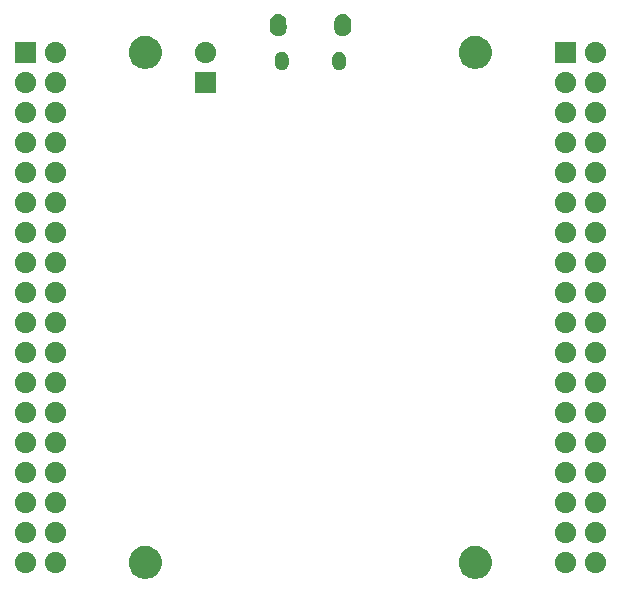
<source format=gbr>
G04 #@! TF.GenerationSoftware,KiCad,Pcbnew,8.0.1*
G04 #@! TF.CreationDate,2024-04-21T17:46:33-05:00*
G04 #@! TF.ProjectId,RP2040_minimal_r2,52503230-3430-45f6-9d69-6e696d616c5f,REV2*
G04 #@! TF.SameCoordinates,Original*
G04 #@! TF.FileFunction,Soldermask,Bot*
G04 #@! TF.FilePolarity,Negative*
%FSLAX46Y46*%
G04 Gerber Fmt 4.6, Leading zero omitted, Abs format (unit mm)*
G04 Created by KiCad (PCBNEW 8.0.1) date 2024-04-21 17:46:33*
%MOMM*%
%LPD*%
G01*
G04 APERTURE LIST*
G04 APERTURE END LIST*
G36*
X86373925Y-115821870D02*
G01*
X86592775Y-115897002D01*
X86796274Y-116007130D01*
X86978871Y-116149251D01*
X87135586Y-116319488D01*
X87262143Y-116513198D01*
X87355090Y-116725096D01*
X87411892Y-116949403D01*
X87431000Y-117180000D01*
X87411892Y-117410597D01*
X87355090Y-117634904D01*
X87262143Y-117846802D01*
X87135586Y-118040512D01*
X86978871Y-118210749D01*
X86796274Y-118352870D01*
X86592775Y-118462998D01*
X86373925Y-118538130D01*
X86145694Y-118576215D01*
X85914306Y-118576215D01*
X85686075Y-118538130D01*
X85467225Y-118462998D01*
X85263726Y-118352870D01*
X85081129Y-118210749D01*
X84924414Y-118040512D01*
X84797857Y-117846802D01*
X84704910Y-117634904D01*
X84648108Y-117410597D01*
X84629000Y-117180000D01*
X84648108Y-116949403D01*
X84704910Y-116725096D01*
X84797857Y-116513198D01*
X84924414Y-116319488D01*
X85081129Y-116149251D01*
X85263726Y-116007130D01*
X85467225Y-115897002D01*
X85686075Y-115821870D01*
X85914306Y-115783785D01*
X86145694Y-115783785D01*
X86373925Y-115821870D01*
G37*
G36*
X114313925Y-115821870D02*
G01*
X114532775Y-115897002D01*
X114736274Y-116007130D01*
X114918871Y-116149251D01*
X115075586Y-116319488D01*
X115202143Y-116513198D01*
X115295090Y-116725096D01*
X115351892Y-116949403D01*
X115371000Y-117180000D01*
X115351892Y-117410597D01*
X115295090Y-117634904D01*
X115202143Y-117846802D01*
X115075586Y-118040512D01*
X114918871Y-118210749D01*
X114736274Y-118352870D01*
X114532775Y-118462998D01*
X114313925Y-118538130D01*
X114085694Y-118576215D01*
X113854306Y-118576215D01*
X113626075Y-118538130D01*
X113407225Y-118462998D01*
X113203726Y-118352870D01*
X113021129Y-118210749D01*
X112864414Y-118040512D01*
X112737857Y-117846802D01*
X112644910Y-117634904D01*
X112588108Y-117410597D01*
X112569000Y-117180000D01*
X112588108Y-116949403D01*
X112644910Y-116725096D01*
X112737857Y-116513198D01*
X112864414Y-116319488D01*
X113021129Y-116149251D01*
X113203726Y-116007130D01*
X113407225Y-115897002D01*
X113626075Y-115821870D01*
X113854306Y-115783785D01*
X114085694Y-115783785D01*
X114313925Y-115821870D01*
G37*
G36*
X75917913Y-116283936D02*
G01*
X75964180Y-116283936D01*
X76004129Y-116292427D01*
X76045733Y-116296525D01*
X76097998Y-116312379D01*
X76148424Y-116323098D01*
X76180694Y-116337465D01*
X76214712Y-116347785D01*
X76268767Y-116376678D01*
X76320500Y-116399711D01*
X76344551Y-116417185D01*
X76370447Y-116431027D01*
X76423271Y-116474378D01*
X76472887Y-116510427D01*
X76488996Y-116528318D01*
X76506948Y-116543051D01*
X76555188Y-116601831D01*
X76598924Y-116650405D01*
X76608111Y-116666319D01*
X76618972Y-116679552D01*
X76659149Y-116754719D01*
X76693104Y-116813530D01*
X76697009Y-116825550D01*
X76702214Y-116835287D01*
X76730913Y-116929896D01*
X76751311Y-116992672D01*
X76752028Y-116999502D01*
X76753474Y-117004266D01*
X76767536Y-117147042D01*
X76771000Y-117180000D01*
X76767535Y-117212959D01*
X76753474Y-117355733D01*
X76752029Y-117360496D01*
X76751311Y-117367328D01*
X76730909Y-117430117D01*
X76702214Y-117524712D01*
X76697010Y-117534447D01*
X76693104Y-117546470D01*
X76659142Y-117605293D01*
X76618972Y-117680447D01*
X76608113Y-117693677D01*
X76598924Y-117709595D01*
X76555178Y-117758178D01*
X76506948Y-117816948D01*
X76489000Y-117831677D01*
X76472887Y-117849573D01*
X76423260Y-117885628D01*
X76370447Y-117928972D01*
X76344557Y-117942810D01*
X76320500Y-117960289D01*
X76268756Y-117983326D01*
X76214712Y-118012214D01*
X76180701Y-118022531D01*
X76148424Y-118036902D01*
X76097987Y-118047622D01*
X76045733Y-118063474D01*
X76004138Y-118067570D01*
X75964180Y-118076064D01*
X75917903Y-118076064D01*
X75870000Y-118080782D01*
X75822097Y-118076064D01*
X75775820Y-118076064D01*
X75735862Y-118067570D01*
X75694266Y-118063474D01*
X75642009Y-118047621D01*
X75591576Y-118036902D01*
X75559300Y-118022532D01*
X75525287Y-118012214D01*
X75471237Y-117983323D01*
X75419500Y-117960289D01*
X75395445Y-117942812D01*
X75369552Y-117928972D01*
X75316730Y-117885622D01*
X75267113Y-117849573D01*
X75251002Y-117831680D01*
X75233051Y-117816948D01*
X75184809Y-117758166D01*
X75141076Y-117709595D01*
X75131888Y-117693681D01*
X75121027Y-117680447D01*
X75080844Y-117605269D01*
X75046896Y-117546470D01*
X75042991Y-117534451D01*
X75037785Y-117524712D01*
X75009075Y-117430071D01*
X74988689Y-117367328D01*
X74987971Y-117360501D01*
X74986525Y-117355733D01*
X74972448Y-117212808D01*
X74969000Y-117180000D01*
X74972448Y-117147194D01*
X74986525Y-117004266D01*
X74987971Y-116999497D01*
X74988689Y-116992672D01*
X75009071Y-116929942D01*
X75037785Y-116835287D01*
X75042991Y-116825545D01*
X75046896Y-116813530D01*
X75080836Y-116754742D01*
X75121027Y-116679552D01*
X75131890Y-116666314D01*
X75141076Y-116650405D01*
X75184800Y-116601843D01*
X75233051Y-116543051D01*
X75251005Y-116528315D01*
X75267113Y-116510427D01*
X75316720Y-116474385D01*
X75369552Y-116431027D01*
X75395450Y-116417183D01*
X75419500Y-116399711D01*
X75471226Y-116376681D01*
X75525287Y-116347785D01*
X75559307Y-116337464D01*
X75591576Y-116323098D01*
X75641998Y-116312380D01*
X75694266Y-116296525D01*
X75735871Y-116292427D01*
X75775820Y-116283936D01*
X75822086Y-116283936D01*
X75870000Y-116279217D01*
X75917913Y-116283936D01*
G37*
G36*
X78457913Y-116283936D02*
G01*
X78504180Y-116283936D01*
X78544129Y-116292427D01*
X78585733Y-116296525D01*
X78637998Y-116312379D01*
X78688424Y-116323098D01*
X78720694Y-116337465D01*
X78754712Y-116347785D01*
X78808767Y-116376678D01*
X78860500Y-116399711D01*
X78884551Y-116417185D01*
X78910447Y-116431027D01*
X78963271Y-116474378D01*
X79012887Y-116510427D01*
X79028996Y-116528318D01*
X79046948Y-116543051D01*
X79095188Y-116601831D01*
X79138924Y-116650405D01*
X79148111Y-116666319D01*
X79158972Y-116679552D01*
X79199149Y-116754719D01*
X79233104Y-116813530D01*
X79237009Y-116825550D01*
X79242214Y-116835287D01*
X79270913Y-116929896D01*
X79291311Y-116992672D01*
X79292028Y-116999502D01*
X79293474Y-117004266D01*
X79307536Y-117147042D01*
X79311000Y-117180000D01*
X79307535Y-117212959D01*
X79293474Y-117355733D01*
X79292029Y-117360496D01*
X79291311Y-117367328D01*
X79270909Y-117430117D01*
X79242214Y-117524712D01*
X79237010Y-117534447D01*
X79233104Y-117546470D01*
X79199142Y-117605293D01*
X79158972Y-117680447D01*
X79148113Y-117693677D01*
X79138924Y-117709595D01*
X79095178Y-117758178D01*
X79046948Y-117816948D01*
X79029000Y-117831677D01*
X79012887Y-117849573D01*
X78963260Y-117885628D01*
X78910447Y-117928972D01*
X78884557Y-117942810D01*
X78860500Y-117960289D01*
X78808756Y-117983326D01*
X78754712Y-118012214D01*
X78720701Y-118022531D01*
X78688424Y-118036902D01*
X78637987Y-118047622D01*
X78585733Y-118063474D01*
X78544138Y-118067570D01*
X78504180Y-118076064D01*
X78457903Y-118076064D01*
X78410000Y-118080782D01*
X78362097Y-118076064D01*
X78315820Y-118076064D01*
X78275862Y-118067570D01*
X78234266Y-118063474D01*
X78182009Y-118047621D01*
X78131576Y-118036902D01*
X78099300Y-118022532D01*
X78065287Y-118012214D01*
X78011237Y-117983323D01*
X77959500Y-117960289D01*
X77935445Y-117942812D01*
X77909552Y-117928972D01*
X77856730Y-117885622D01*
X77807113Y-117849573D01*
X77791002Y-117831680D01*
X77773051Y-117816948D01*
X77724809Y-117758166D01*
X77681076Y-117709595D01*
X77671888Y-117693681D01*
X77661027Y-117680447D01*
X77620844Y-117605269D01*
X77586896Y-117546470D01*
X77582991Y-117534451D01*
X77577785Y-117524712D01*
X77549075Y-117430071D01*
X77528689Y-117367328D01*
X77527971Y-117360501D01*
X77526525Y-117355733D01*
X77512448Y-117212808D01*
X77509000Y-117180000D01*
X77512448Y-117147194D01*
X77526525Y-117004266D01*
X77527971Y-116999497D01*
X77528689Y-116992672D01*
X77549071Y-116929942D01*
X77577785Y-116835287D01*
X77582991Y-116825545D01*
X77586896Y-116813530D01*
X77620836Y-116754742D01*
X77661027Y-116679552D01*
X77671890Y-116666314D01*
X77681076Y-116650405D01*
X77724800Y-116601843D01*
X77773051Y-116543051D01*
X77791005Y-116528315D01*
X77807113Y-116510427D01*
X77856720Y-116474385D01*
X77909552Y-116431027D01*
X77935450Y-116417183D01*
X77959500Y-116399711D01*
X78011226Y-116376681D01*
X78065287Y-116347785D01*
X78099307Y-116337464D01*
X78131576Y-116323098D01*
X78181998Y-116312380D01*
X78234266Y-116296525D01*
X78275871Y-116292427D01*
X78315820Y-116283936D01*
X78362086Y-116283936D01*
X78410000Y-116279217D01*
X78457913Y-116283936D01*
G37*
G36*
X121637913Y-116283936D02*
G01*
X121684180Y-116283936D01*
X121724129Y-116292427D01*
X121765733Y-116296525D01*
X121817998Y-116312379D01*
X121868424Y-116323098D01*
X121900694Y-116337465D01*
X121934712Y-116347785D01*
X121988767Y-116376678D01*
X122040500Y-116399711D01*
X122064551Y-116417185D01*
X122090447Y-116431027D01*
X122143271Y-116474378D01*
X122192887Y-116510427D01*
X122208996Y-116528318D01*
X122226948Y-116543051D01*
X122275188Y-116601831D01*
X122318924Y-116650405D01*
X122328111Y-116666319D01*
X122338972Y-116679552D01*
X122379149Y-116754719D01*
X122413104Y-116813530D01*
X122417009Y-116825550D01*
X122422214Y-116835287D01*
X122450913Y-116929896D01*
X122471311Y-116992672D01*
X122472028Y-116999502D01*
X122473474Y-117004266D01*
X122487536Y-117147042D01*
X122491000Y-117180000D01*
X122487535Y-117212959D01*
X122473474Y-117355733D01*
X122472029Y-117360496D01*
X122471311Y-117367328D01*
X122450909Y-117430117D01*
X122422214Y-117524712D01*
X122417010Y-117534447D01*
X122413104Y-117546470D01*
X122379142Y-117605293D01*
X122338972Y-117680447D01*
X122328113Y-117693677D01*
X122318924Y-117709595D01*
X122275178Y-117758178D01*
X122226948Y-117816948D01*
X122209000Y-117831677D01*
X122192887Y-117849573D01*
X122143260Y-117885628D01*
X122090447Y-117928972D01*
X122064557Y-117942810D01*
X122040500Y-117960289D01*
X121988756Y-117983326D01*
X121934712Y-118012214D01*
X121900701Y-118022531D01*
X121868424Y-118036902D01*
X121817987Y-118047622D01*
X121765733Y-118063474D01*
X121724138Y-118067570D01*
X121684180Y-118076064D01*
X121637903Y-118076064D01*
X121590000Y-118080782D01*
X121542097Y-118076064D01*
X121495820Y-118076064D01*
X121455862Y-118067570D01*
X121414266Y-118063474D01*
X121362009Y-118047621D01*
X121311576Y-118036902D01*
X121279300Y-118022532D01*
X121245287Y-118012214D01*
X121191237Y-117983323D01*
X121139500Y-117960289D01*
X121115445Y-117942812D01*
X121089552Y-117928972D01*
X121036730Y-117885622D01*
X120987113Y-117849573D01*
X120971002Y-117831680D01*
X120953051Y-117816948D01*
X120904809Y-117758166D01*
X120861076Y-117709595D01*
X120851888Y-117693681D01*
X120841027Y-117680447D01*
X120800844Y-117605269D01*
X120766896Y-117546470D01*
X120762991Y-117534451D01*
X120757785Y-117524712D01*
X120729075Y-117430071D01*
X120708689Y-117367328D01*
X120707971Y-117360501D01*
X120706525Y-117355733D01*
X120692448Y-117212808D01*
X120689000Y-117180000D01*
X120692448Y-117147194D01*
X120706525Y-117004266D01*
X120707971Y-116999497D01*
X120708689Y-116992672D01*
X120729071Y-116929942D01*
X120757785Y-116835287D01*
X120762991Y-116825545D01*
X120766896Y-116813530D01*
X120800836Y-116754742D01*
X120841027Y-116679552D01*
X120851890Y-116666314D01*
X120861076Y-116650405D01*
X120904800Y-116601843D01*
X120953051Y-116543051D01*
X120971005Y-116528315D01*
X120987113Y-116510427D01*
X121036720Y-116474385D01*
X121089552Y-116431027D01*
X121115450Y-116417183D01*
X121139500Y-116399711D01*
X121191226Y-116376681D01*
X121245287Y-116347785D01*
X121279307Y-116337464D01*
X121311576Y-116323098D01*
X121361998Y-116312380D01*
X121414266Y-116296525D01*
X121455871Y-116292427D01*
X121495820Y-116283936D01*
X121542086Y-116283936D01*
X121590000Y-116279217D01*
X121637913Y-116283936D01*
G37*
G36*
X124177913Y-116283936D02*
G01*
X124224180Y-116283936D01*
X124264129Y-116292427D01*
X124305733Y-116296525D01*
X124357998Y-116312379D01*
X124408424Y-116323098D01*
X124440694Y-116337465D01*
X124474712Y-116347785D01*
X124528767Y-116376678D01*
X124580500Y-116399711D01*
X124604551Y-116417185D01*
X124630447Y-116431027D01*
X124683271Y-116474378D01*
X124732887Y-116510427D01*
X124748996Y-116528318D01*
X124766948Y-116543051D01*
X124815188Y-116601831D01*
X124858924Y-116650405D01*
X124868111Y-116666319D01*
X124878972Y-116679552D01*
X124919149Y-116754719D01*
X124953104Y-116813530D01*
X124957009Y-116825550D01*
X124962214Y-116835287D01*
X124990913Y-116929896D01*
X125011311Y-116992672D01*
X125012028Y-116999502D01*
X125013474Y-117004266D01*
X125027536Y-117147042D01*
X125031000Y-117180000D01*
X125027535Y-117212959D01*
X125013474Y-117355733D01*
X125012029Y-117360496D01*
X125011311Y-117367328D01*
X124990909Y-117430117D01*
X124962214Y-117524712D01*
X124957010Y-117534447D01*
X124953104Y-117546470D01*
X124919142Y-117605293D01*
X124878972Y-117680447D01*
X124868113Y-117693677D01*
X124858924Y-117709595D01*
X124815178Y-117758178D01*
X124766948Y-117816948D01*
X124749000Y-117831677D01*
X124732887Y-117849573D01*
X124683260Y-117885628D01*
X124630447Y-117928972D01*
X124604557Y-117942810D01*
X124580500Y-117960289D01*
X124528756Y-117983326D01*
X124474712Y-118012214D01*
X124440701Y-118022531D01*
X124408424Y-118036902D01*
X124357987Y-118047622D01*
X124305733Y-118063474D01*
X124264138Y-118067570D01*
X124224180Y-118076064D01*
X124177903Y-118076064D01*
X124130000Y-118080782D01*
X124082097Y-118076064D01*
X124035820Y-118076064D01*
X123995862Y-118067570D01*
X123954266Y-118063474D01*
X123902009Y-118047621D01*
X123851576Y-118036902D01*
X123819300Y-118022532D01*
X123785287Y-118012214D01*
X123731237Y-117983323D01*
X123679500Y-117960289D01*
X123655445Y-117942812D01*
X123629552Y-117928972D01*
X123576730Y-117885622D01*
X123527113Y-117849573D01*
X123511002Y-117831680D01*
X123493051Y-117816948D01*
X123444809Y-117758166D01*
X123401076Y-117709595D01*
X123391888Y-117693681D01*
X123381027Y-117680447D01*
X123340844Y-117605269D01*
X123306896Y-117546470D01*
X123302991Y-117534451D01*
X123297785Y-117524712D01*
X123269075Y-117430071D01*
X123248689Y-117367328D01*
X123247971Y-117360501D01*
X123246525Y-117355733D01*
X123232448Y-117212808D01*
X123229000Y-117180000D01*
X123232448Y-117147194D01*
X123246525Y-117004266D01*
X123247971Y-116999497D01*
X123248689Y-116992672D01*
X123269071Y-116929942D01*
X123297785Y-116835287D01*
X123302991Y-116825545D01*
X123306896Y-116813530D01*
X123340836Y-116754742D01*
X123381027Y-116679552D01*
X123391890Y-116666314D01*
X123401076Y-116650405D01*
X123444800Y-116601843D01*
X123493051Y-116543051D01*
X123511005Y-116528315D01*
X123527113Y-116510427D01*
X123576720Y-116474385D01*
X123629552Y-116431027D01*
X123655450Y-116417183D01*
X123679500Y-116399711D01*
X123731226Y-116376681D01*
X123785287Y-116347785D01*
X123819307Y-116337464D01*
X123851576Y-116323098D01*
X123901998Y-116312380D01*
X123954266Y-116296525D01*
X123995871Y-116292427D01*
X124035820Y-116283936D01*
X124082086Y-116283936D01*
X124130000Y-116279217D01*
X124177913Y-116283936D01*
G37*
G36*
X75917913Y-113743936D02*
G01*
X75964180Y-113743936D01*
X76004129Y-113752427D01*
X76045733Y-113756525D01*
X76097998Y-113772379D01*
X76148424Y-113783098D01*
X76180694Y-113797465D01*
X76214712Y-113807785D01*
X76268767Y-113836678D01*
X76320500Y-113859711D01*
X76344551Y-113877185D01*
X76370447Y-113891027D01*
X76423271Y-113934378D01*
X76472887Y-113970427D01*
X76488996Y-113988318D01*
X76506948Y-114003051D01*
X76555188Y-114061831D01*
X76598924Y-114110405D01*
X76608111Y-114126319D01*
X76618972Y-114139552D01*
X76659149Y-114214719D01*
X76693104Y-114273530D01*
X76697009Y-114285550D01*
X76702214Y-114295287D01*
X76730913Y-114389896D01*
X76751311Y-114452672D01*
X76752028Y-114459502D01*
X76753474Y-114464266D01*
X76767536Y-114607042D01*
X76771000Y-114640000D01*
X76767535Y-114672959D01*
X76753474Y-114815733D01*
X76752029Y-114820496D01*
X76751311Y-114827328D01*
X76730909Y-114890117D01*
X76702214Y-114984712D01*
X76697010Y-114994447D01*
X76693104Y-115006470D01*
X76659142Y-115065293D01*
X76618972Y-115140447D01*
X76608113Y-115153677D01*
X76598924Y-115169595D01*
X76555178Y-115218178D01*
X76506948Y-115276948D01*
X76489000Y-115291677D01*
X76472887Y-115309573D01*
X76423260Y-115345628D01*
X76370447Y-115388972D01*
X76344557Y-115402810D01*
X76320500Y-115420289D01*
X76268756Y-115443326D01*
X76214712Y-115472214D01*
X76180701Y-115482531D01*
X76148424Y-115496902D01*
X76097987Y-115507622D01*
X76045733Y-115523474D01*
X76004138Y-115527570D01*
X75964180Y-115536064D01*
X75917903Y-115536064D01*
X75870000Y-115540782D01*
X75822097Y-115536064D01*
X75775820Y-115536064D01*
X75735862Y-115527570D01*
X75694266Y-115523474D01*
X75642009Y-115507621D01*
X75591576Y-115496902D01*
X75559300Y-115482532D01*
X75525287Y-115472214D01*
X75471237Y-115443323D01*
X75419500Y-115420289D01*
X75395445Y-115402812D01*
X75369552Y-115388972D01*
X75316730Y-115345622D01*
X75267113Y-115309573D01*
X75251002Y-115291680D01*
X75233051Y-115276948D01*
X75184809Y-115218166D01*
X75141076Y-115169595D01*
X75131888Y-115153681D01*
X75121027Y-115140447D01*
X75080844Y-115065269D01*
X75046896Y-115006470D01*
X75042991Y-114994451D01*
X75037785Y-114984712D01*
X75009075Y-114890071D01*
X74988689Y-114827328D01*
X74987971Y-114820501D01*
X74986525Y-114815733D01*
X74972448Y-114672808D01*
X74969000Y-114640000D01*
X74972448Y-114607194D01*
X74986525Y-114464266D01*
X74987971Y-114459497D01*
X74988689Y-114452672D01*
X75009071Y-114389942D01*
X75037785Y-114295287D01*
X75042991Y-114285545D01*
X75046896Y-114273530D01*
X75080836Y-114214742D01*
X75121027Y-114139552D01*
X75131890Y-114126314D01*
X75141076Y-114110405D01*
X75184800Y-114061843D01*
X75233051Y-114003051D01*
X75251005Y-113988315D01*
X75267113Y-113970427D01*
X75316720Y-113934385D01*
X75369552Y-113891027D01*
X75395450Y-113877183D01*
X75419500Y-113859711D01*
X75471226Y-113836681D01*
X75525287Y-113807785D01*
X75559307Y-113797464D01*
X75591576Y-113783098D01*
X75641998Y-113772380D01*
X75694266Y-113756525D01*
X75735871Y-113752427D01*
X75775820Y-113743936D01*
X75822086Y-113743936D01*
X75870000Y-113739217D01*
X75917913Y-113743936D01*
G37*
G36*
X78457913Y-113743936D02*
G01*
X78504180Y-113743936D01*
X78544129Y-113752427D01*
X78585733Y-113756525D01*
X78637998Y-113772379D01*
X78688424Y-113783098D01*
X78720694Y-113797465D01*
X78754712Y-113807785D01*
X78808767Y-113836678D01*
X78860500Y-113859711D01*
X78884551Y-113877185D01*
X78910447Y-113891027D01*
X78963271Y-113934378D01*
X79012887Y-113970427D01*
X79028996Y-113988318D01*
X79046948Y-114003051D01*
X79095188Y-114061831D01*
X79138924Y-114110405D01*
X79148111Y-114126319D01*
X79158972Y-114139552D01*
X79199149Y-114214719D01*
X79233104Y-114273530D01*
X79237009Y-114285550D01*
X79242214Y-114295287D01*
X79270913Y-114389896D01*
X79291311Y-114452672D01*
X79292028Y-114459502D01*
X79293474Y-114464266D01*
X79307536Y-114607042D01*
X79311000Y-114640000D01*
X79307535Y-114672959D01*
X79293474Y-114815733D01*
X79292029Y-114820496D01*
X79291311Y-114827328D01*
X79270909Y-114890117D01*
X79242214Y-114984712D01*
X79237010Y-114994447D01*
X79233104Y-115006470D01*
X79199142Y-115065293D01*
X79158972Y-115140447D01*
X79148113Y-115153677D01*
X79138924Y-115169595D01*
X79095178Y-115218178D01*
X79046948Y-115276948D01*
X79029000Y-115291677D01*
X79012887Y-115309573D01*
X78963260Y-115345628D01*
X78910447Y-115388972D01*
X78884557Y-115402810D01*
X78860500Y-115420289D01*
X78808756Y-115443326D01*
X78754712Y-115472214D01*
X78720701Y-115482531D01*
X78688424Y-115496902D01*
X78637987Y-115507622D01*
X78585733Y-115523474D01*
X78544138Y-115527570D01*
X78504180Y-115536064D01*
X78457903Y-115536064D01*
X78410000Y-115540782D01*
X78362097Y-115536064D01*
X78315820Y-115536064D01*
X78275862Y-115527570D01*
X78234266Y-115523474D01*
X78182009Y-115507621D01*
X78131576Y-115496902D01*
X78099300Y-115482532D01*
X78065287Y-115472214D01*
X78011237Y-115443323D01*
X77959500Y-115420289D01*
X77935445Y-115402812D01*
X77909552Y-115388972D01*
X77856730Y-115345622D01*
X77807113Y-115309573D01*
X77791002Y-115291680D01*
X77773051Y-115276948D01*
X77724809Y-115218166D01*
X77681076Y-115169595D01*
X77671888Y-115153681D01*
X77661027Y-115140447D01*
X77620844Y-115065269D01*
X77586896Y-115006470D01*
X77582991Y-114994451D01*
X77577785Y-114984712D01*
X77549075Y-114890071D01*
X77528689Y-114827328D01*
X77527971Y-114820501D01*
X77526525Y-114815733D01*
X77512448Y-114672808D01*
X77509000Y-114640000D01*
X77512448Y-114607194D01*
X77526525Y-114464266D01*
X77527971Y-114459497D01*
X77528689Y-114452672D01*
X77549071Y-114389942D01*
X77577785Y-114295287D01*
X77582991Y-114285545D01*
X77586896Y-114273530D01*
X77620836Y-114214742D01*
X77661027Y-114139552D01*
X77671890Y-114126314D01*
X77681076Y-114110405D01*
X77724800Y-114061843D01*
X77773051Y-114003051D01*
X77791005Y-113988315D01*
X77807113Y-113970427D01*
X77856720Y-113934385D01*
X77909552Y-113891027D01*
X77935450Y-113877183D01*
X77959500Y-113859711D01*
X78011226Y-113836681D01*
X78065287Y-113807785D01*
X78099307Y-113797464D01*
X78131576Y-113783098D01*
X78181998Y-113772380D01*
X78234266Y-113756525D01*
X78275871Y-113752427D01*
X78315820Y-113743936D01*
X78362086Y-113743936D01*
X78410000Y-113739217D01*
X78457913Y-113743936D01*
G37*
G36*
X121637913Y-113743936D02*
G01*
X121684180Y-113743936D01*
X121724129Y-113752427D01*
X121765733Y-113756525D01*
X121817998Y-113772379D01*
X121868424Y-113783098D01*
X121900694Y-113797465D01*
X121934712Y-113807785D01*
X121988767Y-113836678D01*
X122040500Y-113859711D01*
X122064551Y-113877185D01*
X122090447Y-113891027D01*
X122143271Y-113934378D01*
X122192887Y-113970427D01*
X122208996Y-113988318D01*
X122226948Y-114003051D01*
X122275188Y-114061831D01*
X122318924Y-114110405D01*
X122328111Y-114126319D01*
X122338972Y-114139552D01*
X122379149Y-114214719D01*
X122413104Y-114273530D01*
X122417009Y-114285550D01*
X122422214Y-114295287D01*
X122450913Y-114389896D01*
X122471311Y-114452672D01*
X122472028Y-114459502D01*
X122473474Y-114464266D01*
X122487536Y-114607042D01*
X122491000Y-114640000D01*
X122487535Y-114672959D01*
X122473474Y-114815733D01*
X122472029Y-114820496D01*
X122471311Y-114827328D01*
X122450909Y-114890117D01*
X122422214Y-114984712D01*
X122417010Y-114994447D01*
X122413104Y-115006470D01*
X122379142Y-115065293D01*
X122338972Y-115140447D01*
X122328113Y-115153677D01*
X122318924Y-115169595D01*
X122275178Y-115218178D01*
X122226948Y-115276948D01*
X122209000Y-115291677D01*
X122192887Y-115309573D01*
X122143260Y-115345628D01*
X122090447Y-115388972D01*
X122064557Y-115402810D01*
X122040500Y-115420289D01*
X121988756Y-115443326D01*
X121934712Y-115472214D01*
X121900701Y-115482531D01*
X121868424Y-115496902D01*
X121817987Y-115507622D01*
X121765733Y-115523474D01*
X121724138Y-115527570D01*
X121684180Y-115536064D01*
X121637903Y-115536064D01*
X121590000Y-115540782D01*
X121542097Y-115536064D01*
X121495820Y-115536064D01*
X121455862Y-115527570D01*
X121414266Y-115523474D01*
X121362009Y-115507621D01*
X121311576Y-115496902D01*
X121279300Y-115482532D01*
X121245287Y-115472214D01*
X121191237Y-115443323D01*
X121139500Y-115420289D01*
X121115445Y-115402812D01*
X121089552Y-115388972D01*
X121036730Y-115345622D01*
X120987113Y-115309573D01*
X120971002Y-115291680D01*
X120953051Y-115276948D01*
X120904809Y-115218166D01*
X120861076Y-115169595D01*
X120851888Y-115153681D01*
X120841027Y-115140447D01*
X120800844Y-115065269D01*
X120766896Y-115006470D01*
X120762991Y-114994451D01*
X120757785Y-114984712D01*
X120729075Y-114890071D01*
X120708689Y-114827328D01*
X120707971Y-114820501D01*
X120706525Y-114815733D01*
X120692448Y-114672808D01*
X120689000Y-114640000D01*
X120692448Y-114607194D01*
X120706525Y-114464266D01*
X120707971Y-114459497D01*
X120708689Y-114452672D01*
X120729071Y-114389942D01*
X120757785Y-114295287D01*
X120762991Y-114285545D01*
X120766896Y-114273530D01*
X120800836Y-114214742D01*
X120841027Y-114139552D01*
X120851890Y-114126314D01*
X120861076Y-114110405D01*
X120904800Y-114061843D01*
X120953051Y-114003051D01*
X120971005Y-113988315D01*
X120987113Y-113970427D01*
X121036720Y-113934385D01*
X121089552Y-113891027D01*
X121115450Y-113877183D01*
X121139500Y-113859711D01*
X121191226Y-113836681D01*
X121245287Y-113807785D01*
X121279307Y-113797464D01*
X121311576Y-113783098D01*
X121361998Y-113772380D01*
X121414266Y-113756525D01*
X121455871Y-113752427D01*
X121495820Y-113743936D01*
X121542086Y-113743936D01*
X121590000Y-113739217D01*
X121637913Y-113743936D01*
G37*
G36*
X124177913Y-113743936D02*
G01*
X124224180Y-113743936D01*
X124264129Y-113752427D01*
X124305733Y-113756525D01*
X124357998Y-113772379D01*
X124408424Y-113783098D01*
X124440694Y-113797465D01*
X124474712Y-113807785D01*
X124528767Y-113836678D01*
X124580500Y-113859711D01*
X124604551Y-113877185D01*
X124630447Y-113891027D01*
X124683271Y-113934378D01*
X124732887Y-113970427D01*
X124748996Y-113988318D01*
X124766948Y-114003051D01*
X124815188Y-114061831D01*
X124858924Y-114110405D01*
X124868111Y-114126319D01*
X124878972Y-114139552D01*
X124919149Y-114214719D01*
X124953104Y-114273530D01*
X124957009Y-114285550D01*
X124962214Y-114295287D01*
X124990913Y-114389896D01*
X125011311Y-114452672D01*
X125012028Y-114459502D01*
X125013474Y-114464266D01*
X125027536Y-114607042D01*
X125031000Y-114640000D01*
X125027535Y-114672959D01*
X125013474Y-114815733D01*
X125012029Y-114820496D01*
X125011311Y-114827328D01*
X124990909Y-114890117D01*
X124962214Y-114984712D01*
X124957010Y-114994447D01*
X124953104Y-115006470D01*
X124919142Y-115065293D01*
X124878972Y-115140447D01*
X124868113Y-115153677D01*
X124858924Y-115169595D01*
X124815178Y-115218178D01*
X124766948Y-115276948D01*
X124749000Y-115291677D01*
X124732887Y-115309573D01*
X124683260Y-115345628D01*
X124630447Y-115388972D01*
X124604557Y-115402810D01*
X124580500Y-115420289D01*
X124528756Y-115443326D01*
X124474712Y-115472214D01*
X124440701Y-115482531D01*
X124408424Y-115496902D01*
X124357987Y-115507622D01*
X124305733Y-115523474D01*
X124264138Y-115527570D01*
X124224180Y-115536064D01*
X124177903Y-115536064D01*
X124130000Y-115540782D01*
X124082097Y-115536064D01*
X124035820Y-115536064D01*
X123995862Y-115527570D01*
X123954266Y-115523474D01*
X123902009Y-115507621D01*
X123851576Y-115496902D01*
X123819300Y-115482532D01*
X123785287Y-115472214D01*
X123731237Y-115443323D01*
X123679500Y-115420289D01*
X123655445Y-115402812D01*
X123629552Y-115388972D01*
X123576730Y-115345622D01*
X123527113Y-115309573D01*
X123511002Y-115291680D01*
X123493051Y-115276948D01*
X123444809Y-115218166D01*
X123401076Y-115169595D01*
X123391888Y-115153681D01*
X123381027Y-115140447D01*
X123340844Y-115065269D01*
X123306896Y-115006470D01*
X123302991Y-114994451D01*
X123297785Y-114984712D01*
X123269075Y-114890071D01*
X123248689Y-114827328D01*
X123247971Y-114820501D01*
X123246525Y-114815733D01*
X123232448Y-114672808D01*
X123229000Y-114640000D01*
X123232448Y-114607194D01*
X123246525Y-114464266D01*
X123247971Y-114459497D01*
X123248689Y-114452672D01*
X123269071Y-114389942D01*
X123297785Y-114295287D01*
X123302991Y-114285545D01*
X123306896Y-114273530D01*
X123340836Y-114214742D01*
X123381027Y-114139552D01*
X123391890Y-114126314D01*
X123401076Y-114110405D01*
X123444800Y-114061843D01*
X123493051Y-114003051D01*
X123511005Y-113988315D01*
X123527113Y-113970427D01*
X123576720Y-113934385D01*
X123629552Y-113891027D01*
X123655450Y-113877183D01*
X123679500Y-113859711D01*
X123731226Y-113836681D01*
X123785287Y-113807785D01*
X123819307Y-113797464D01*
X123851576Y-113783098D01*
X123901998Y-113772380D01*
X123954266Y-113756525D01*
X123995871Y-113752427D01*
X124035820Y-113743936D01*
X124082086Y-113743936D01*
X124130000Y-113739217D01*
X124177913Y-113743936D01*
G37*
G36*
X75917913Y-111203936D02*
G01*
X75964180Y-111203936D01*
X76004129Y-111212427D01*
X76045733Y-111216525D01*
X76097998Y-111232379D01*
X76148424Y-111243098D01*
X76180694Y-111257465D01*
X76214712Y-111267785D01*
X76268767Y-111296678D01*
X76320500Y-111319711D01*
X76344551Y-111337185D01*
X76370447Y-111351027D01*
X76423271Y-111394378D01*
X76472887Y-111430427D01*
X76488996Y-111448318D01*
X76506948Y-111463051D01*
X76555188Y-111521831D01*
X76598924Y-111570405D01*
X76608111Y-111586319D01*
X76618972Y-111599552D01*
X76659149Y-111674719D01*
X76693104Y-111733530D01*
X76697009Y-111745550D01*
X76702214Y-111755287D01*
X76730913Y-111849896D01*
X76751311Y-111912672D01*
X76752028Y-111919502D01*
X76753474Y-111924266D01*
X76767536Y-112067042D01*
X76771000Y-112100000D01*
X76767535Y-112132959D01*
X76753474Y-112275733D01*
X76752029Y-112280496D01*
X76751311Y-112287328D01*
X76730909Y-112350117D01*
X76702214Y-112444712D01*
X76697010Y-112454447D01*
X76693104Y-112466470D01*
X76659142Y-112525293D01*
X76618972Y-112600447D01*
X76608113Y-112613677D01*
X76598924Y-112629595D01*
X76555178Y-112678178D01*
X76506948Y-112736948D01*
X76489000Y-112751677D01*
X76472887Y-112769573D01*
X76423260Y-112805628D01*
X76370447Y-112848972D01*
X76344557Y-112862810D01*
X76320500Y-112880289D01*
X76268756Y-112903326D01*
X76214712Y-112932214D01*
X76180701Y-112942531D01*
X76148424Y-112956902D01*
X76097987Y-112967622D01*
X76045733Y-112983474D01*
X76004138Y-112987570D01*
X75964180Y-112996064D01*
X75917903Y-112996064D01*
X75870000Y-113000782D01*
X75822097Y-112996064D01*
X75775820Y-112996064D01*
X75735862Y-112987570D01*
X75694266Y-112983474D01*
X75642009Y-112967621D01*
X75591576Y-112956902D01*
X75559300Y-112942532D01*
X75525287Y-112932214D01*
X75471237Y-112903323D01*
X75419500Y-112880289D01*
X75395445Y-112862812D01*
X75369552Y-112848972D01*
X75316730Y-112805622D01*
X75267113Y-112769573D01*
X75251002Y-112751680D01*
X75233051Y-112736948D01*
X75184809Y-112678166D01*
X75141076Y-112629595D01*
X75131888Y-112613681D01*
X75121027Y-112600447D01*
X75080844Y-112525269D01*
X75046896Y-112466470D01*
X75042991Y-112454451D01*
X75037785Y-112444712D01*
X75009075Y-112350071D01*
X74988689Y-112287328D01*
X74987971Y-112280501D01*
X74986525Y-112275733D01*
X74972448Y-112132808D01*
X74969000Y-112100000D01*
X74972448Y-112067194D01*
X74986525Y-111924266D01*
X74987971Y-111919497D01*
X74988689Y-111912672D01*
X75009071Y-111849942D01*
X75037785Y-111755287D01*
X75042991Y-111745545D01*
X75046896Y-111733530D01*
X75080836Y-111674742D01*
X75121027Y-111599552D01*
X75131890Y-111586314D01*
X75141076Y-111570405D01*
X75184800Y-111521843D01*
X75233051Y-111463051D01*
X75251005Y-111448315D01*
X75267113Y-111430427D01*
X75316720Y-111394385D01*
X75369552Y-111351027D01*
X75395450Y-111337183D01*
X75419500Y-111319711D01*
X75471226Y-111296681D01*
X75525287Y-111267785D01*
X75559307Y-111257464D01*
X75591576Y-111243098D01*
X75641998Y-111232380D01*
X75694266Y-111216525D01*
X75735871Y-111212427D01*
X75775820Y-111203936D01*
X75822086Y-111203936D01*
X75870000Y-111199217D01*
X75917913Y-111203936D01*
G37*
G36*
X78457913Y-111203936D02*
G01*
X78504180Y-111203936D01*
X78544129Y-111212427D01*
X78585733Y-111216525D01*
X78637998Y-111232379D01*
X78688424Y-111243098D01*
X78720694Y-111257465D01*
X78754712Y-111267785D01*
X78808767Y-111296678D01*
X78860500Y-111319711D01*
X78884551Y-111337185D01*
X78910447Y-111351027D01*
X78963271Y-111394378D01*
X79012887Y-111430427D01*
X79028996Y-111448318D01*
X79046948Y-111463051D01*
X79095188Y-111521831D01*
X79138924Y-111570405D01*
X79148111Y-111586319D01*
X79158972Y-111599552D01*
X79199149Y-111674719D01*
X79233104Y-111733530D01*
X79237009Y-111745550D01*
X79242214Y-111755287D01*
X79270913Y-111849896D01*
X79291311Y-111912672D01*
X79292028Y-111919502D01*
X79293474Y-111924266D01*
X79307536Y-112067042D01*
X79311000Y-112100000D01*
X79307535Y-112132959D01*
X79293474Y-112275733D01*
X79292029Y-112280496D01*
X79291311Y-112287328D01*
X79270909Y-112350117D01*
X79242214Y-112444712D01*
X79237010Y-112454447D01*
X79233104Y-112466470D01*
X79199142Y-112525293D01*
X79158972Y-112600447D01*
X79148113Y-112613677D01*
X79138924Y-112629595D01*
X79095178Y-112678178D01*
X79046948Y-112736948D01*
X79029000Y-112751677D01*
X79012887Y-112769573D01*
X78963260Y-112805628D01*
X78910447Y-112848972D01*
X78884557Y-112862810D01*
X78860500Y-112880289D01*
X78808756Y-112903326D01*
X78754712Y-112932214D01*
X78720701Y-112942531D01*
X78688424Y-112956902D01*
X78637987Y-112967622D01*
X78585733Y-112983474D01*
X78544138Y-112987570D01*
X78504180Y-112996064D01*
X78457903Y-112996064D01*
X78410000Y-113000782D01*
X78362097Y-112996064D01*
X78315820Y-112996064D01*
X78275862Y-112987570D01*
X78234266Y-112983474D01*
X78182009Y-112967621D01*
X78131576Y-112956902D01*
X78099300Y-112942532D01*
X78065287Y-112932214D01*
X78011237Y-112903323D01*
X77959500Y-112880289D01*
X77935445Y-112862812D01*
X77909552Y-112848972D01*
X77856730Y-112805622D01*
X77807113Y-112769573D01*
X77791002Y-112751680D01*
X77773051Y-112736948D01*
X77724809Y-112678166D01*
X77681076Y-112629595D01*
X77671888Y-112613681D01*
X77661027Y-112600447D01*
X77620844Y-112525269D01*
X77586896Y-112466470D01*
X77582991Y-112454451D01*
X77577785Y-112444712D01*
X77549075Y-112350071D01*
X77528689Y-112287328D01*
X77527971Y-112280501D01*
X77526525Y-112275733D01*
X77512448Y-112132808D01*
X77509000Y-112100000D01*
X77512448Y-112067194D01*
X77526525Y-111924266D01*
X77527971Y-111919497D01*
X77528689Y-111912672D01*
X77549071Y-111849942D01*
X77577785Y-111755287D01*
X77582991Y-111745545D01*
X77586896Y-111733530D01*
X77620836Y-111674742D01*
X77661027Y-111599552D01*
X77671890Y-111586314D01*
X77681076Y-111570405D01*
X77724800Y-111521843D01*
X77773051Y-111463051D01*
X77791005Y-111448315D01*
X77807113Y-111430427D01*
X77856720Y-111394385D01*
X77909552Y-111351027D01*
X77935450Y-111337183D01*
X77959500Y-111319711D01*
X78011226Y-111296681D01*
X78065287Y-111267785D01*
X78099307Y-111257464D01*
X78131576Y-111243098D01*
X78181998Y-111232380D01*
X78234266Y-111216525D01*
X78275871Y-111212427D01*
X78315820Y-111203936D01*
X78362086Y-111203936D01*
X78410000Y-111199217D01*
X78457913Y-111203936D01*
G37*
G36*
X121637913Y-111203936D02*
G01*
X121684180Y-111203936D01*
X121724129Y-111212427D01*
X121765733Y-111216525D01*
X121817998Y-111232379D01*
X121868424Y-111243098D01*
X121900694Y-111257465D01*
X121934712Y-111267785D01*
X121988767Y-111296678D01*
X122040500Y-111319711D01*
X122064551Y-111337185D01*
X122090447Y-111351027D01*
X122143271Y-111394378D01*
X122192887Y-111430427D01*
X122208996Y-111448318D01*
X122226948Y-111463051D01*
X122275188Y-111521831D01*
X122318924Y-111570405D01*
X122328111Y-111586319D01*
X122338972Y-111599552D01*
X122379149Y-111674719D01*
X122413104Y-111733530D01*
X122417009Y-111745550D01*
X122422214Y-111755287D01*
X122450913Y-111849896D01*
X122471311Y-111912672D01*
X122472028Y-111919502D01*
X122473474Y-111924266D01*
X122487536Y-112067042D01*
X122491000Y-112100000D01*
X122487535Y-112132959D01*
X122473474Y-112275733D01*
X122472029Y-112280496D01*
X122471311Y-112287328D01*
X122450909Y-112350117D01*
X122422214Y-112444712D01*
X122417010Y-112454447D01*
X122413104Y-112466470D01*
X122379142Y-112525293D01*
X122338972Y-112600447D01*
X122328113Y-112613677D01*
X122318924Y-112629595D01*
X122275178Y-112678178D01*
X122226948Y-112736948D01*
X122209000Y-112751677D01*
X122192887Y-112769573D01*
X122143260Y-112805628D01*
X122090447Y-112848972D01*
X122064557Y-112862810D01*
X122040500Y-112880289D01*
X121988756Y-112903326D01*
X121934712Y-112932214D01*
X121900701Y-112942531D01*
X121868424Y-112956902D01*
X121817987Y-112967622D01*
X121765733Y-112983474D01*
X121724138Y-112987570D01*
X121684180Y-112996064D01*
X121637903Y-112996064D01*
X121590000Y-113000782D01*
X121542097Y-112996064D01*
X121495820Y-112996064D01*
X121455862Y-112987570D01*
X121414266Y-112983474D01*
X121362009Y-112967621D01*
X121311576Y-112956902D01*
X121279300Y-112942532D01*
X121245287Y-112932214D01*
X121191237Y-112903323D01*
X121139500Y-112880289D01*
X121115445Y-112862812D01*
X121089552Y-112848972D01*
X121036730Y-112805622D01*
X120987113Y-112769573D01*
X120971002Y-112751680D01*
X120953051Y-112736948D01*
X120904809Y-112678166D01*
X120861076Y-112629595D01*
X120851888Y-112613681D01*
X120841027Y-112600447D01*
X120800844Y-112525269D01*
X120766896Y-112466470D01*
X120762991Y-112454451D01*
X120757785Y-112444712D01*
X120729075Y-112350071D01*
X120708689Y-112287328D01*
X120707971Y-112280501D01*
X120706525Y-112275733D01*
X120692448Y-112132808D01*
X120689000Y-112100000D01*
X120692448Y-112067194D01*
X120706525Y-111924266D01*
X120707971Y-111919497D01*
X120708689Y-111912672D01*
X120729071Y-111849942D01*
X120757785Y-111755287D01*
X120762991Y-111745545D01*
X120766896Y-111733530D01*
X120800836Y-111674742D01*
X120841027Y-111599552D01*
X120851890Y-111586314D01*
X120861076Y-111570405D01*
X120904800Y-111521843D01*
X120953051Y-111463051D01*
X120971005Y-111448315D01*
X120987113Y-111430427D01*
X121036720Y-111394385D01*
X121089552Y-111351027D01*
X121115450Y-111337183D01*
X121139500Y-111319711D01*
X121191226Y-111296681D01*
X121245287Y-111267785D01*
X121279307Y-111257464D01*
X121311576Y-111243098D01*
X121361998Y-111232380D01*
X121414266Y-111216525D01*
X121455871Y-111212427D01*
X121495820Y-111203936D01*
X121542086Y-111203936D01*
X121590000Y-111199217D01*
X121637913Y-111203936D01*
G37*
G36*
X124177913Y-111203936D02*
G01*
X124224180Y-111203936D01*
X124264129Y-111212427D01*
X124305733Y-111216525D01*
X124357998Y-111232379D01*
X124408424Y-111243098D01*
X124440694Y-111257465D01*
X124474712Y-111267785D01*
X124528767Y-111296678D01*
X124580500Y-111319711D01*
X124604551Y-111337185D01*
X124630447Y-111351027D01*
X124683271Y-111394378D01*
X124732887Y-111430427D01*
X124748996Y-111448318D01*
X124766948Y-111463051D01*
X124815188Y-111521831D01*
X124858924Y-111570405D01*
X124868111Y-111586319D01*
X124878972Y-111599552D01*
X124919149Y-111674719D01*
X124953104Y-111733530D01*
X124957009Y-111745550D01*
X124962214Y-111755287D01*
X124990913Y-111849896D01*
X125011311Y-111912672D01*
X125012028Y-111919502D01*
X125013474Y-111924266D01*
X125027536Y-112067042D01*
X125031000Y-112100000D01*
X125027535Y-112132959D01*
X125013474Y-112275733D01*
X125012029Y-112280496D01*
X125011311Y-112287328D01*
X124990909Y-112350117D01*
X124962214Y-112444712D01*
X124957010Y-112454447D01*
X124953104Y-112466470D01*
X124919142Y-112525293D01*
X124878972Y-112600447D01*
X124868113Y-112613677D01*
X124858924Y-112629595D01*
X124815178Y-112678178D01*
X124766948Y-112736948D01*
X124749000Y-112751677D01*
X124732887Y-112769573D01*
X124683260Y-112805628D01*
X124630447Y-112848972D01*
X124604557Y-112862810D01*
X124580500Y-112880289D01*
X124528756Y-112903326D01*
X124474712Y-112932214D01*
X124440701Y-112942531D01*
X124408424Y-112956902D01*
X124357987Y-112967622D01*
X124305733Y-112983474D01*
X124264138Y-112987570D01*
X124224180Y-112996064D01*
X124177903Y-112996064D01*
X124130000Y-113000782D01*
X124082097Y-112996064D01*
X124035820Y-112996064D01*
X123995862Y-112987570D01*
X123954266Y-112983474D01*
X123902009Y-112967621D01*
X123851576Y-112956902D01*
X123819300Y-112942532D01*
X123785287Y-112932214D01*
X123731237Y-112903323D01*
X123679500Y-112880289D01*
X123655445Y-112862812D01*
X123629552Y-112848972D01*
X123576730Y-112805622D01*
X123527113Y-112769573D01*
X123511002Y-112751680D01*
X123493051Y-112736948D01*
X123444809Y-112678166D01*
X123401076Y-112629595D01*
X123391888Y-112613681D01*
X123381027Y-112600447D01*
X123340844Y-112525269D01*
X123306896Y-112466470D01*
X123302991Y-112454451D01*
X123297785Y-112444712D01*
X123269075Y-112350071D01*
X123248689Y-112287328D01*
X123247971Y-112280501D01*
X123246525Y-112275733D01*
X123232448Y-112132808D01*
X123229000Y-112100000D01*
X123232448Y-112067194D01*
X123246525Y-111924266D01*
X123247971Y-111919497D01*
X123248689Y-111912672D01*
X123269071Y-111849942D01*
X123297785Y-111755287D01*
X123302991Y-111745545D01*
X123306896Y-111733530D01*
X123340836Y-111674742D01*
X123381027Y-111599552D01*
X123391890Y-111586314D01*
X123401076Y-111570405D01*
X123444800Y-111521843D01*
X123493051Y-111463051D01*
X123511005Y-111448315D01*
X123527113Y-111430427D01*
X123576720Y-111394385D01*
X123629552Y-111351027D01*
X123655450Y-111337183D01*
X123679500Y-111319711D01*
X123731226Y-111296681D01*
X123785287Y-111267785D01*
X123819307Y-111257464D01*
X123851576Y-111243098D01*
X123901998Y-111232380D01*
X123954266Y-111216525D01*
X123995871Y-111212427D01*
X124035820Y-111203936D01*
X124082086Y-111203936D01*
X124130000Y-111199217D01*
X124177913Y-111203936D01*
G37*
G36*
X75917913Y-108663936D02*
G01*
X75964180Y-108663936D01*
X76004129Y-108672427D01*
X76045733Y-108676525D01*
X76097998Y-108692379D01*
X76148424Y-108703098D01*
X76180694Y-108717465D01*
X76214712Y-108727785D01*
X76268767Y-108756678D01*
X76320500Y-108779711D01*
X76344551Y-108797185D01*
X76370447Y-108811027D01*
X76423271Y-108854378D01*
X76472887Y-108890427D01*
X76488996Y-108908318D01*
X76506948Y-108923051D01*
X76555188Y-108981831D01*
X76598924Y-109030405D01*
X76608111Y-109046319D01*
X76618972Y-109059552D01*
X76659149Y-109134719D01*
X76693104Y-109193530D01*
X76697009Y-109205550D01*
X76702214Y-109215287D01*
X76730913Y-109309896D01*
X76751311Y-109372672D01*
X76752028Y-109379502D01*
X76753474Y-109384266D01*
X76767536Y-109527042D01*
X76771000Y-109560000D01*
X76767535Y-109592959D01*
X76753474Y-109735733D01*
X76752029Y-109740496D01*
X76751311Y-109747328D01*
X76730909Y-109810117D01*
X76702214Y-109904712D01*
X76697010Y-109914447D01*
X76693104Y-109926470D01*
X76659142Y-109985293D01*
X76618972Y-110060447D01*
X76608113Y-110073677D01*
X76598924Y-110089595D01*
X76555178Y-110138178D01*
X76506948Y-110196948D01*
X76489000Y-110211677D01*
X76472887Y-110229573D01*
X76423260Y-110265628D01*
X76370447Y-110308972D01*
X76344557Y-110322810D01*
X76320500Y-110340289D01*
X76268756Y-110363326D01*
X76214712Y-110392214D01*
X76180701Y-110402531D01*
X76148424Y-110416902D01*
X76097987Y-110427622D01*
X76045733Y-110443474D01*
X76004138Y-110447570D01*
X75964180Y-110456064D01*
X75917903Y-110456064D01*
X75870000Y-110460782D01*
X75822097Y-110456064D01*
X75775820Y-110456064D01*
X75735862Y-110447570D01*
X75694266Y-110443474D01*
X75642009Y-110427621D01*
X75591576Y-110416902D01*
X75559300Y-110402532D01*
X75525287Y-110392214D01*
X75471237Y-110363323D01*
X75419500Y-110340289D01*
X75395445Y-110322812D01*
X75369552Y-110308972D01*
X75316730Y-110265622D01*
X75267113Y-110229573D01*
X75251002Y-110211680D01*
X75233051Y-110196948D01*
X75184809Y-110138166D01*
X75141076Y-110089595D01*
X75131888Y-110073681D01*
X75121027Y-110060447D01*
X75080844Y-109985269D01*
X75046896Y-109926470D01*
X75042991Y-109914451D01*
X75037785Y-109904712D01*
X75009075Y-109810071D01*
X74988689Y-109747328D01*
X74987971Y-109740501D01*
X74986525Y-109735733D01*
X74972448Y-109592808D01*
X74969000Y-109560000D01*
X74972448Y-109527194D01*
X74986525Y-109384266D01*
X74987971Y-109379497D01*
X74988689Y-109372672D01*
X75009071Y-109309942D01*
X75037785Y-109215287D01*
X75042991Y-109205545D01*
X75046896Y-109193530D01*
X75080836Y-109134742D01*
X75121027Y-109059552D01*
X75131890Y-109046314D01*
X75141076Y-109030405D01*
X75184800Y-108981843D01*
X75233051Y-108923051D01*
X75251005Y-108908315D01*
X75267113Y-108890427D01*
X75316720Y-108854385D01*
X75369552Y-108811027D01*
X75395450Y-108797183D01*
X75419500Y-108779711D01*
X75471226Y-108756681D01*
X75525287Y-108727785D01*
X75559307Y-108717464D01*
X75591576Y-108703098D01*
X75641998Y-108692380D01*
X75694266Y-108676525D01*
X75735871Y-108672427D01*
X75775820Y-108663936D01*
X75822086Y-108663936D01*
X75870000Y-108659217D01*
X75917913Y-108663936D01*
G37*
G36*
X78457913Y-108663936D02*
G01*
X78504180Y-108663936D01*
X78544129Y-108672427D01*
X78585733Y-108676525D01*
X78637998Y-108692379D01*
X78688424Y-108703098D01*
X78720694Y-108717465D01*
X78754712Y-108727785D01*
X78808767Y-108756678D01*
X78860500Y-108779711D01*
X78884551Y-108797185D01*
X78910447Y-108811027D01*
X78963271Y-108854378D01*
X79012887Y-108890427D01*
X79028996Y-108908318D01*
X79046948Y-108923051D01*
X79095188Y-108981831D01*
X79138924Y-109030405D01*
X79148111Y-109046319D01*
X79158972Y-109059552D01*
X79199149Y-109134719D01*
X79233104Y-109193530D01*
X79237009Y-109205550D01*
X79242214Y-109215287D01*
X79270913Y-109309896D01*
X79291311Y-109372672D01*
X79292028Y-109379502D01*
X79293474Y-109384266D01*
X79307536Y-109527042D01*
X79311000Y-109560000D01*
X79307535Y-109592959D01*
X79293474Y-109735733D01*
X79292029Y-109740496D01*
X79291311Y-109747328D01*
X79270909Y-109810117D01*
X79242214Y-109904712D01*
X79237010Y-109914447D01*
X79233104Y-109926470D01*
X79199142Y-109985293D01*
X79158972Y-110060447D01*
X79148113Y-110073677D01*
X79138924Y-110089595D01*
X79095178Y-110138178D01*
X79046948Y-110196948D01*
X79029000Y-110211677D01*
X79012887Y-110229573D01*
X78963260Y-110265628D01*
X78910447Y-110308972D01*
X78884557Y-110322810D01*
X78860500Y-110340289D01*
X78808756Y-110363326D01*
X78754712Y-110392214D01*
X78720701Y-110402531D01*
X78688424Y-110416902D01*
X78637987Y-110427622D01*
X78585733Y-110443474D01*
X78544138Y-110447570D01*
X78504180Y-110456064D01*
X78457903Y-110456064D01*
X78410000Y-110460782D01*
X78362097Y-110456064D01*
X78315820Y-110456064D01*
X78275862Y-110447570D01*
X78234266Y-110443474D01*
X78182009Y-110427621D01*
X78131576Y-110416902D01*
X78099300Y-110402532D01*
X78065287Y-110392214D01*
X78011237Y-110363323D01*
X77959500Y-110340289D01*
X77935445Y-110322812D01*
X77909552Y-110308972D01*
X77856730Y-110265622D01*
X77807113Y-110229573D01*
X77791002Y-110211680D01*
X77773051Y-110196948D01*
X77724809Y-110138166D01*
X77681076Y-110089595D01*
X77671888Y-110073681D01*
X77661027Y-110060447D01*
X77620844Y-109985269D01*
X77586896Y-109926470D01*
X77582991Y-109914451D01*
X77577785Y-109904712D01*
X77549075Y-109810071D01*
X77528689Y-109747328D01*
X77527971Y-109740501D01*
X77526525Y-109735733D01*
X77512448Y-109592808D01*
X77509000Y-109560000D01*
X77512448Y-109527194D01*
X77526525Y-109384266D01*
X77527971Y-109379497D01*
X77528689Y-109372672D01*
X77549071Y-109309942D01*
X77577785Y-109215287D01*
X77582991Y-109205545D01*
X77586896Y-109193530D01*
X77620836Y-109134742D01*
X77661027Y-109059552D01*
X77671890Y-109046314D01*
X77681076Y-109030405D01*
X77724800Y-108981843D01*
X77773051Y-108923051D01*
X77791005Y-108908315D01*
X77807113Y-108890427D01*
X77856720Y-108854385D01*
X77909552Y-108811027D01*
X77935450Y-108797183D01*
X77959500Y-108779711D01*
X78011226Y-108756681D01*
X78065287Y-108727785D01*
X78099307Y-108717464D01*
X78131576Y-108703098D01*
X78181998Y-108692380D01*
X78234266Y-108676525D01*
X78275871Y-108672427D01*
X78315820Y-108663936D01*
X78362086Y-108663936D01*
X78410000Y-108659217D01*
X78457913Y-108663936D01*
G37*
G36*
X121637913Y-108663936D02*
G01*
X121684180Y-108663936D01*
X121724129Y-108672427D01*
X121765733Y-108676525D01*
X121817998Y-108692379D01*
X121868424Y-108703098D01*
X121900694Y-108717465D01*
X121934712Y-108727785D01*
X121988767Y-108756678D01*
X122040500Y-108779711D01*
X122064551Y-108797185D01*
X122090447Y-108811027D01*
X122143271Y-108854378D01*
X122192887Y-108890427D01*
X122208996Y-108908318D01*
X122226948Y-108923051D01*
X122275188Y-108981831D01*
X122318924Y-109030405D01*
X122328111Y-109046319D01*
X122338972Y-109059552D01*
X122379149Y-109134719D01*
X122413104Y-109193530D01*
X122417009Y-109205550D01*
X122422214Y-109215287D01*
X122450913Y-109309896D01*
X122471311Y-109372672D01*
X122472028Y-109379502D01*
X122473474Y-109384266D01*
X122487536Y-109527042D01*
X122491000Y-109560000D01*
X122487535Y-109592959D01*
X122473474Y-109735733D01*
X122472029Y-109740496D01*
X122471311Y-109747328D01*
X122450909Y-109810117D01*
X122422214Y-109904712D01*
X122417010Y-109914447D01*
X122413104Y-109926470D01*
X122379142Y-109985293D01*
X122338972Y-110060447D01*
X122328113Y-110073677D01*
X122318924Y-110089595D01*
X122275178Y-110138178D01*
X122226948Y-110196948D01*
X122209000Y-110211677D01*
X122192887Y-110229573D01*
X122143260Y-110265628D01*
X122090447Y-110308972D01*
X122064557Y-110322810D01*
X122040500Y-110340289D01*
X121988756Y-110363326D01*
X121934712Y-110392214D01*
X121900701Y-110402531D01*
X121868424Y-110416902D01*
X121817987Y-110427622D01*
X121765733Y-110443474D01*
X121724138Y-110447570D01*
X121684180Y-110456064D01*
X121637903Y-110456064D01*
X121590000Y-110460782D01*
X121542097Y-110456064D01*
X121495820Y-110456064D01*
X121455862Y-110447570D01*
X121414266Y-110443474D01*
X121362009Y-110427621D01*
X121311576Y-110416902D01*
X121279300Y-110402532D01*
X121245287Y-110392214D01*
X121191237Y-110363323D01*
X121139500Y-110340289D01*
X121115445Y-110322812D01*
X121089552Y-110308972D01*
X121036730Y-110265622D01*
X120987113Y-110229573D01*
X120971002Y-110211680D01*
X120953051Y-110196948D01*
X120904809Y-110138166D01*
X120861076Y-110089595D01*
X120851888Y-110073681D01*
X120841027Y-110060447D01*
X120800844Y-109985269D01*
X120766896Y-109926470D01*
X120762991Y-109914451D01*
X120757785Y-109904712D01*
X120729075Y-109810071D01*
X120708689Y-109747328D01*
X120707971Y-109740501D01*
X120706525Y-109735733D01*
X120692448Y-109592808D01*
X120689000Y-109560000D01*
X120692448Y-109527194D01*
X120706525Y-109384266D01*
X120707971Y-109379497D01*
X120708689Y-109372672D01*
X120729071Y-109309942D01*
X120757785Y-109215287D01*
X120762991Y-109205545D01*
X120766896Y-109193530D01*
X120800836Y-109134742D01*
X120841027Y-109059552D01*
X120851890Y-109046314D01*
X120861076Y-109030405D01*
X120904800Y-108981843D01*
X120953051Y-108923051D01*
X120971005Y-108908315D01*
X120987113Y-108890427D01*
X121036720Y-108854385D01*
X121089552Y-108811027D01*
X121115450Y-108797183D01*
X121139500Y-108779711D01*
X121191226Y-108756681D01*
X121245287Y-108727785D01*
X121279307Y-108717464D01*
X121311576Y-108703098D01*
X121361998Y-108692380D01*
X121414266Y-108676525D01*
X121455871Y-108672427D01*
X121495820Y-108663936D01*
X121542086Y-108663936D01*
X121590000Y-108659217D01*
X121637913Y-108663936D01*
G37*
G36*
X124177913Y-108663936D02*
G01*
X124224180Y-108663936D01*
X124264129Y-108672427D01*
X124305733Y-108676525D01*
X124357998Y-108692379D01*
X124408424Y-108703098D01*
X124440694Y-108717465D01*
X124474712Y-108727785D01*
X124528767Y-108756678D01*
X124580500Y-108779711D01*
X124604551Y-108797185D01*
X124630447Y-108811027D01*
X124683271Y-108854378D01*
X124732887Y-108890427D01*
X124748996Y-108908318D01*
X124766948Y-108923051D01*
X124815188Y-108981831D01*
X124858924Y-109030405D01*
X124868111Y-109046319D01*
X124878972Y-109059552D01*
X124919149Y-109134719D01*
X124953104Y-109193530D01*
X124957009Y-109205550D01*
X124962214Y-109215287D01*
X124990913Y-109309896D01*
X125011311Y-109372672D01*
X125012028Y-109379502D01*
X125013474Y-109384266D01*
X125027536Y-109527042D01*
X125031000Y-109560000D01*
X125027535Y-109592959D01*
X125013474Y-109735733D01*
X125012029Y-109740496D01*
X125011311Y-109747328D01*
X124990909Y-109810117D01*
X124962214Y-109904712D01*
X124957010Y-109914447D01*
X124953104Y-109926470D01*
X124919142Y-109985293D01*
X124878972Y-110060447D01*
X124868113Y-110073677D01*
X124858924Y-110089595D01*
X124815178Y-110138178D01*
X124766948Y-110196948D01*
X124749000Y-110211677D01*
X124732887Y-110229573D01*
X124683260Y-110265628D01*
X124630447Y-110308972D01*
X124604557Y-110322810D01*
X124580500Y-110340289D01*
X124528756Y-110363326D01*
X124474712Y-110392214D01*
X124440701Y-110402531D01*
X124408424Y-110416902D01*
X124357987Y-110427622D01*
X124305733Y-110443474D01*
X124264138Y-110447570D01*
X124224180Y-110456064D01*
X124177903Y-110456064D01*
X124130000Y-110460782D01*
X124082097Y-110456064D01*
X124035820Y-110456064D01*
X123995862Y-110447570D01*
X123954266Y-110443474D01*
X123902009Y-110427621D01*
X123851576Y-110416902D01*
X123819300Y-110402532D01*
X123785287Y-110392214D01*
X123731237Y-110363323D01*
X123679500Y-110340289D01*
X123655445Y-110322812D01*
X123629552Y-110308972D01*
X123576730Y-110265622D01*
X123527113Y-110229573D01*
X123511002Y-110211680D01*
X123493051Y-110196948D01*
X123444809Y-110138166D01*
X123401076Y-110089595D01*
X123391888Y-110073681D01*
X123381027Y-110060447D01*
X123340844Y-109985269D01*
X123306896Y-109926470D01*
X123302991Y-109914451D01*
X123297785Y-109904712D01*
X123269075Y-109810071D01*
X123248689Y-109747328D01*
X123247971Y-109740501D01*
X123246525Y-109735733D01*
X123232448Y-109592808D01*
X123229000Y-109560000D01*
X123232448Y-109527194D01*
X123246525Y-109384266D01*
X123247971Y-109379497D01*
X123248689Y-109372672D01*
X123269071Y-109309942D01*
X123297785Y-109215287D01*
X123302991Y-109205545D01*
X123306896Y-109193530D01*
X123340836Y-109134742D01*
X123381027Y-109059552D01*
X123391890Y-109046314D01*
X123401076Y-109030405D01*
X123444800Y-108981843D01*
X123493051Y-108923051D01*
X123511005Y-108908315D01*
X123527113Y-108890427D01*
X123576720Y-108854385D01*
X123629552Y-108811027D01*
X123655450Y-108797183D01*
X123679500Y-108779711D01*
X123731226Y-108756681D01*
X123785287Y-108727785D01*
X123819307Y-108717464D01*
X123851576Y-108703098D01*
X123901998Y-108692380D01*
X123954266Y-108676525D01*
X123995871Y-108672427D01*
X124035820Y-108663936D01*
X124082086Y-108663936D01*
X124130000Y-108659217D01*
X124177913Y-108663936D01*
G37*
G36*
X75917913Y-106123936D02*
G01*
X75964180Y-106123936D01*
X76004129Y-106132427D01*
X76045733Y-106136525D01*
X76097998Y-106152379D01*
X76148424Y-106163098D01*
X76180694Y-106177465D01*
X76214712Y-106187785D01*
X76268767Y-106216678D01*
X76320500Y-106239711D01*
X76344551Y-106257185D01*
X76370447Y-106271027D01*
X76423271Y-106314378D01*
X76472887Y-106350427D01*
X76488996Y-106368318D01*
X76506948Y-106383051D01*
X76555188Y-106441831D01*
X76598924Y-106490405D01*
X76608111Y-106506319D01*
X76618972Y-106519552D01*
X76659149Y-106594719D01*
X76693104Y-106653530D01*
X76697009Y-106665550D01*
X76702214Y-106675287D01*
X76730913Y-106769896D01*
X76751311Y-106832672D01*
X76752028Y-106839502D01*
X76753474Y-106844266D01*
X76767536Y-106987042D01*
X76771000Y-107020000D01*
X76767535Y-107052959D01*
X76753474Y-107195733D01*
X76752029Y-107200496D01*
X76751311Y-107207328D01*
X76730909Y-107270117D01*
X76702214Y-107364712D01*
X76697010Y-107374447D01*
X76693104Y-107386470D01*
X76659142Y-107445293D01*
X76618972Y-107520447D01*
X76608113Y-107533677D01*
X76598924Y-107549595D01*
X76555178Y-107598178D01*
X76506948Y-107656948D01*
X76489000Y-107671677D01*
X76472887Y-107689573D01*
X76423260Y-107725628D01*
X76370447Y-107768972D01*
X76344557Y-107782810D01*
X76320500Y-107800289D01*
X76268756Y-107823326D01*
X76214712Y-107852214D01*
X76180701Y-107862531D01*
X76148424Y-107876902D01*
X76097987Y-107887622D01*
X76045733Y-107903474D01*
X76004138Y-107907570D01*
X75964180Y-107916064D01*
X75917903Y-107916064D01*
X75870000Y-107920782D01*
X75822097Y-107916064D01*
X75775820Y-107916064D01*
X75735862Y-107907570D01*
X75694266Y-107903474D01*
X75642009Y-107887621D01*
X75591576Y-107876902D01*
X75559300Y-107862532D01*
X75525287Y-107852214D01*
X75471237Y-107823323D01*
X75419500Y-107800289D01*
X75395445Y-107782812D01*
X75369552Y-107768972D01*
X75316730Y-107725622D01*
X75267113Y-107689573D01*
X75251002Y-107671680D01*
X75233051Y-107656948D01*
X75184809Y-107598166D01*
X75141076Y-107549595D01*
X75131888Y-107533681D01*
X75121027Y-107520447D01*
X75080844Y-107445269D01*
X75046896Y-107386470D01*
X75042991Y-107374451D01*
X75037785Y-107364712D01*
X75009075Y-107270071D01*
X74988689Y-107207328D01*
X74987971Y-107200501D01*
X74986525Y-107195733D01*
X74972448Y-107052808D01*
X74969000Y-107020000D01*
X74972448Y-106987194D01*
X74986525Y-106844266D01*
X74987971Y-106839497D01*
X74988689Y-106832672D01*
X75009071Y-106769942D01*
X75037785Y-106675287D01*
X75042991Y-106665545D01*
X75046896Y-106653530D01*
X75080836Y-106594742D01*
X75121027Y-106519552D01*
X75131890Y-106506314D01*
X75141076Y-106490405D01*
X75184800Y-106441843D01*
X75233051Y-106383051D01*
X75251005Y-106368315D01*
X75267113Y-106350427D01*
X75316720Y-106314385D01*
X75369552Y-106271027D01*
X75395450Y-106257183D01*
X75419500Y-106239711D01*
X75471226Y-106216681D01*
X75525287Y-106187785D01*
X75559307Y-106177464D01*
X75591576Y-106163098D01*
X75641998Y-106152380D01*
X75694266Y-106136525D01*
X75735871Y-106132427D01*
X75775820Y-106123936D01*
X75822086Y-106123936D01*
X75870000Y-106119217D01*
X75917913Y-106123936D01*
G37*
G36*
X78457913Y-106123936D02*
G01*
X78504180Y-106123936D01*
X78544129Y-106132427D01*
X78585733Y-106136525D01*
X78637998Y-106152379D01*
X78688424Y-106163098D01*
X78720694Y-106177465D01*
X78754712Y-106187785D01*
X78808767Y-106216678D01*
X78860500Y-106239711D01*
X78884551Y-106257185D01*
X78910447Y-106271027D01*
X78963271Y-106314378D01*
X79012887Y-106350427D01*
X79028996Y-106368318D01*
X79046948Y-106383051D01*
X79095188Y-106441831D01*
X79138924Y-106490405D01*
X79148111Y-106506319D01*
X79158972Y-106519552D01*
X79199149Y-106594719D01*
X79233104Y-106653530D01*
X79237009Y-106665550D01*
X79242214Y-106675287D01*
X79270913Y-106769896D01*
X79291311Y-106832672D01*
X79292028Y-106839502D01*
X79293474Y-106844266D01*
X79307536Y-106987042D01*
X79311000Y-107020000D01*
X79307535Y-107052959D01*
X79293474Y-107195733D01*
X79292029Y-107200496D01*
X79291311Y-107207328D01*
X79270909Y-107270117D01*
X79242214Y-107364712D01*
X79237010Y-107374447D01*
X79233104Y-107386470D01*
X79199142Y-107445293D01*
X79158972Y-107520447D01*
X79148113Y-107533677D01*
X79138924Y-107549595D01*
X79095178Y-107598178D01*
X79046948Y-107656948D01*
X79029000Y-107671677D01*
X79012887Y-107689573D01*
X78963260Y-107725628D01*
X78910447Y-107768972D01*
X78884557Y-107782810D01*
X78860500Y-107800289D01*
X78808756Y-107823326D01*
X78754712Y-107852214D01*
X78720701Y-107862531D01*
X78688424Y-107876902D01*
X78637987Y-107887622D01*
X78585733Y-107903474D01*
X78544138Y-107907570D01*
X78504180Y-107916064D01*
X78457903Y-107916064D01*
X78410000Y-107920782D01*
X78362097Y-107916064D01*
X78315820Y-107916064D01*
X78275862Y-107907570D01*
X78234266Y-107903474D01*
X78182009Y-107887621D01*
X78131576Y-107876902D01*
X78099300Y-107862532D01*
X78065287Y-107852214D01*
X78011237Y-107823323D01*
X77959500Y-107800289D01*
X77935445Y-107782812D01*
X77909552Y-107768972D01*
X77856730Y-107725622D01*
X77807113Y-107689573D01*
X77791002Y-107671680D01*
X77773051Y-107656948D01*
X77724809Y-107598166D01*
X77681076Y-107549595D01*
X77671888Y-107533681D01*
X77661027Y-107520447D01*
X77620844Y-107445269D01*
X77586896Y-107386470D01*
X77582991Y-107374451D01*
X77577785Y-107364712D01*
X77549075Y-107270071D01*
X77528689Y-107207328D01*
X77527971Y-107200501D01*
X77526525Y-107195733D01*
X77512448Y-107052808D01*
X77509000Y-107020000D01*
X77512448Y-106987194D01*
X77526525Y-106844266D01*
X77527971Y-106839497D01*
X77528689Y-106832672D01*
X77549071Y-106769942D01*
X77577785Y-106675287D01*
X77582991Y-106665545D01*
X77586896Y-106653530D01*
X77620836Y-106594742D01*
X77661027Y-106519552D01*
X77671890Y-106506314D01*
X77681076Y-106490405D01*
X77724800Y-106441843D01*
X77773051Y-106383051D01*
X77791005Y-106368315D01*
X77807113Y-106350427D01*
X77856720Y-106314385D01*
X77909552Y-106271027D01*
X77935450Y-106257183D01*
X77959500Y-106239711D01*
X78011226Y-106216681D01*
X78065287Y-106187785D01*
X78099307Y-106177464D01*
X78131576Y-106163098D01*
X78181998Y-106152380D01*
X78234266Y-106136525D01*
X78275871Y-106132427D01*
X78315820Y-106123936D01*
X78362086Y-106123936D01*
X78410000Y-106119217D01*
X78457913Y-106123936D01*
G37*
G36*
X121637913Y-106123936D02*
G01*
X121684180Y-106123936D01*
X121724129Y-106132427D01*
X121765733Y-106136525D01*
X121817998Y-106152379D01*
X121868424Y-106163098D01*
X121900694Y-106177465D01*
X121934712Y-106187785D01*
X121988767Y-106216678D01*
X122040500Y-106239711D01*
X122064551Y-106257185D01*
X122090447Y-106271027D01*
X122143271Y-106314378D01*
X122192887Y-106350427D01*
X122208996Y-106368318D01*
X122226948Y-106383051D01*
X122275188Y-106441831D01*
X122318924Y-106490405D01*
X122328111Y-106506319D01*
X122338972Y-106519552D01*
X122379149Y-106594719D01*
X122413104Y-106653530D01*
X122417009Y-106665550D01*
X122422214Y-106675287D01*
X122450913Y-106769896D01*
X122471311Y-106832672D01*
X122472028Y-106839502D01*
X122473474Y-106844266D01*
X122487536Y-106987042D01*
X122491000Y-107020000D01*
X122487535Y-107052959D01*
X122473474Y-107195733D01*
X122472029Y-107200496D01*
X122471311Y-107207328D01*
X122450909Y-107270117D01*
X122422214Y-107364712D01*
X122417010Y-107374447D01*
X122413104Y-107386470D01*
X122379142Y-107445293D01*
X122338972Y-107520447D01*
X122328113Y-107533677D01*
X122318924Y-107549595D01*
X122275178Y-107598178D01*
X122226948Y-107656948D01*
X122209000Y-107671677D01*
X122192887Y-107689573D01*
X122143260Y-107725628D01*
X122090447Y-107768972D01*
X122064557Y-107782810D01*
X122040500Y-107800289D01*
X121988756Y-107823326D01*
X121934712Y-107852214D01*
X121900701Y-107862531D01*
X121868424Y-107876902D01*
X121817987Y-107887622D01*
X121765733Y-107903474D01*
X121724138Y-107907570D01*
X121684180Y-107916064D01*
X121637903Y-107916064D01*
X121590000Y-107920782D01*
X121542097Y-107916064D01*
X121495820Y-107916064D01*
X121455862Y-107907570D01*
X121414266Y-107903474D01*
X121362009Y-107887621D01*
X121311576Y-107876902D01*
X121279300Y-107862532D01*
X121245287Y-107852214D01*
X121191237Y-107823323D01*
X121139500Y-107800289D01*
X121115445Y-107782812D01*
X121089552Y-107768972D01*
X121036730Y-107725622D01*
X120987113Y-107689573D01*
X120971002Y-107671680D01*
X120953051Y-107656948D01*
X120904809Y-107598166D01*
X120861076Y-107549595D01*
X120851888Y-107533681D01*
X120841027Y-107520447D01*
X120800844Y-107445269D01*
X120766896Y-107386470D01*
X120762991Y-107374451D01*
X120757785Y-107364712D01*
X120729075Y-107270071D01*
X120708689Y-107207328D01*
X120707971Y-107200501D01*
X120706525Y-107195733D01*
X120692448Y-107052808D01*
X120689000Y-107020000D01*
X120692448Y-106987194D01*
X120706525Y-106844266D01*
X120707971Y-106839497D01*
X120708689Y-106832672D01*
X120729071Y-106769942D01*
X120757785Y-106675287D01*
X120762991Y-106665545D01*
X120766896Y-106653530D01*
X120800836Y-106594742D01*
X120841027Y-106519552D01*
X120851890Y-106506314D01*
X120861076Y-106490405D01*
X120904800Y-106441843D01*
X120953051Y-106383051D01*
X120971005Y-106368315D01*
X120987113Y-106350427D01*
X121036720Y-106314385D01*
X121089552Y-106271027D01*
X121115450Y-106257183D01*
X121139500Y-106239711D01*
X121191226Y-106216681D01*
X121245287Y-106187785D01*
X121279307Y-106177464D01*
X121311576Y-106163098D01*
X121361998Y-106152380D01*
X121414266Y-106136525D01*
X121455871Y-106132427D01*
X121495820Y-106123936D01*
X121542086Y-106123936D01*
X121590000Y-106119217D01*
X121637913Y-106123936D01*
G37*
G36*
X124177913Y-106123936D02*
G01*
X124224180Y-106123936D01*
X124264129Y-106132427D01*
X124305733Y-106136525D01*
X124357998Y-106152379D01*
X124408424Y-106163098D01*
X124440694Y-106177465D01*
X124474712Y-106187785D01*
X124528767Y-106216678D01*
X124580500Y-106239711D01*
X124604551Y-106257185D01*
X124630447Y-106271027D01*
X124683271Y-106314378D01*
X124732887Y-106350427D01*
X124748996Y-106368318D01*
X124766948Y-106383051D01*
X124815188Y-106441831D01*
X124858924Y-106490405D01*
X124868111Y-106506319D01*
X124878972Y-106519552D01*
X124919149Y-106594719D01*
X124953104Y-106653530D01*
X124957009Y-106665550D01*
X124962214Y-106675287D01*
X124990913Y-106769896D01*
X125011311Y-106832672D01*
X125012028Y-106839502D01*
X125013474Y-106844266D01*
X125027536Y-106987042D01*
X125031000Y-107020000D01*
X125027535Y-107052959D01*
X125013474Y-107195733D01*
X125012029Y-107200496D01*
X125011311Y-107207328D01*
X124990909Y-107270117D01*
X124962214Y-107364712D01*
X124957010Y-107374447D01*
X124953104Y-107386470D01*
X124919142Y-107445293D01*
X124878972Y-107520447D01*
X124868113Y-107533677D01*
X124858924Y-107549595D01*
X124815178Y-107598178D01*
X124766948Y-107656948D01*
X124749000Y-107671677D01*
X124732887Y-107689573D01*
X124683260Y-107725628D01*
X124630447Y-107768972D01*
X124604557Y-107782810D01*
X124580500Y-107800289D01*
X124528756Y-107823326D01*
X124474712Y-107852214D01*
X124440701Y-107862531D01*
X124408424Y-107876902D01*
X124357987Y-107887622D01*
X124305733Y-107903474D01*
X124264138Y-107907570D01*
X124224180Y-107916064D01*
X124177903Y-107916064D01*
X124130000Y-107920782D01*
X124082097Y-107916064D01*
X124035820Y-107916064D01*
X123995862Y-107907570D01*
X123954266Y-107903474D01*
X123902009Y-107887621D01*
X123851576Y-107876902D01*
X123819300Y-107862532D01*
X123785287Y-107852214D01*
X123731237Y-107823323D01*
X123679500Y-107800289D01*
X123655445Y-107782812D01*
X123629552Y-107768972D01*
X123576730Y-107725622D01*
X123527113Y-107689573D01*
X123511002Y-107671680D01*
X123493051Y-107656948D01*
X123444809Y-107598166D01*
X123401076Y-107549595D01*
X123391888Y-107533681D01*
X123381027Y-107520447D01*
X123340844Y-107445269D01*
X123306896Y-107386470D01*
X123302991Y-107374451D01*
X123297785Y-107364712D01*
X123269075Y-107270071D01*
X123248689Y-107207328D01*
X123247971Y-107200501D01*
X123246525Y-107195733D01*
X123232448Y-107052808D01*
X123229000Y-107020000D01*
X123232448Y-106987194D01*
X123246525Y-106844266D01*
X123247971Y-106839497D01*
X123248689Y-106832672D01*
X123269071Y-106769942D01*
X123297785Y-106675287D01*
X123302991Y-106665545D01*
X123306896Y-106653530D01*
X123340836Y-106594742D01*
X123381027Y-106519552D01*
X123391890Y-106506314D01*
X123401076Y-106490405D01*
X123444800Y-106441843D01*
X123493051Y-106383051D01*
X123511005Y-106368315D01*
X123527113Y-106350427D01*
X123576720Y-106314385D01*
X123629552Y-106271027D01*
X123655450Y-106257183D01*
X123679500Y-106239711D01*
X123731226Y-106216681D01*
X123785287Y-106187785D01*
X123819307Y-106177464D01*
X123851576Y-106163098D01*
X123901998Y-106152380D01*
X123954266Y-106136525D01*
X123995871Y-106132427D01*
X124035820Y-106123936D01*
X124082086Y-106123936D01*
X124130000Y-106119217D01*
X124177913Y-106123936D01*
G37*
G36*
X75917913Y-103583936D02*
G01*
X75964180Y-103583936D01*
X76004129Y-103592427D01*
X76045733Y-103596525D01*
X76097998Y-103612379D01*
X76148424Y-103623098D01*
X76180694Y-103637465D01*
X76214712Y-103647785D01*
X76268767Y-103676678D01*
X76320500Y-103699711D01*
X76344551Y-103717185D01*
X76370447Y-103731027D01*
X76423271Y-103774378D01*
X76472887Y-103810427D01*
X76488996Y-103828318D01*
X76506948Y-103843051D01*
X76555188Y-103901831D01*
X76598924Y-103950405D01*
X76608111Y-103966319D01*
X76618972Y-103979552D01*
X76659149Y-104054719D01*
X76693104Y-104113530D01*
X76697009Y-104125550D01*
X76702214Y-104135287D01*
X76730913Y-104229896D01*
X76751311Y-104292672D01*
X76752028Y-104299502D01*
X76753474Y-104304266D01*
X76767536Y-104447042D01*
X76771000Y-104480000D01*
X76767535Y-104512959D01*
X76753474Y-104655733D01*
X76752029Y-104660496D01*
X76751311Y-104667328D01*
X76730909Y-104730117D01*
X76702214Y-104824712D01*
X76697010Y-104834447D01*
X76693104Y-104846470D01*
X76659142Y-104905293D01*
X76618972Y-104980447D01*
X76608113Y-104993677D01*
X76598924Y-105009595D01*
X76555178Y-105058178D01*
X76506948Y-105116948D01*
X76489000Y-105131677D01*
X76472887Y-105149573D01*
X76423260Y-105185628D01*
X76370447Y-105228972D01*
X76344557Y-105242810D01*
X76320500Y-105260289D01*
X76268756Y-105283326D01*
X76214712Y-105312214D01*
X76180701Y-105322531D01*
X76148424Y-105336902D01*
X76097987Y-105347622D01*
X76045733Y-105363474D01*
X76004138Y-105367570D01*
X75964180Y-105376064D01*
X75917903Y-105376064D01*
X75870000Y-105380782D01*
X75822097Y-105376064D01*
X75775820Y-105376064D01*
X75735862Y-105367570D01*
X75694266Y-105363474D01*
X75642009Y-105347621D01*
X75591576Y-105336902D01*
X75559300Y-105322532D01*
X75525287Y-105312214D01*
X75471237Y-105283323D01*
X75419500Y-105260289D01*
X75395445Y-105242812D01*
X75369552Y-105228972D01*
X75316730Y-105185622D01*
X75267113Y-105149573D01*
X75251002Y-105131680D01*
X75233051Y-105116948D01*
X75184809Y-105058166D01*
X75141076Y-105009595D01*
X75131888Y-104993681D01*
X75121027Y-104980447D01*
X75080844Y-104905269D01*
X75046896Y-104846470D01*
X75042991Y-104834451D01*
X75037785Y-104824712D01*
X75009075Y-104730071D01*
X74988689Y-104667328D01*
X74987971Y-104660501D01*
X74986525Y-104655733D01*
X74972448Y-104512808D01*
X74969000Y-104480000D01*
X74972448Y-104447194D01*
X74986525Y-104304266D01*
X74987971Y-104299497D01*
X74988689Y-104292672D01*
X75009071Y-104229942D01*
X75037785Y-104135287D01*
X75042991Y-104125545D01*
X75046896Y-104113530D01*
X75080836Y-104054742D01*
X75121027Y-103979552D01*
X75131890Y-103966314D01*
X75141076Y-103950405D01*
X75184800Y-103901843D01*
X75233051Y-103843051D01*
X75251005Y-103828315D01*
X75267113Y-103810427D01*
X75316720Y-103774385D01*
X75369552Y-103731027D01*
X75395450Y-103717183D01*
X75419500Y-103699711D01*
X75471226Y-103676681D01*
X75525287Y-103647785D01*
X75559307Y-103637464D01*
X75591576Y-103623098D01*
X75641998Y-103612380D01*
X75694266Y-103596525D01*
X75735871Y-103592427D01*
X75775820Y-103583936D01*
X75822086Y-103583936D01*
X75870000Y-103579217D01*
X75917913Y-103583936D01*
G37*
G36*
X78457913Y-103583936D02*
G01*
X78504180Y-103583936D01*
X78544129Y-103592427D01*
X78585733Y-103596525D01*
X78637998Y-103612379D01*
X78688424Y-103623098D01*
X78720694Y-103637465D01*
X78754712Y-103647785D01*
X78808767Y-103676678D01*
X78860500Y-103699711D01*
X78884551Y-103717185D01*
X78910447Y-103731027D01*
X78963271Y-103774378D01*
X79012887Y-103810427D01*
X79028996Y-103828318D01*
X79046948Y-103843051D01*
X79095188Y-103901831D01*
X79138924Y-103950405D01*
X79148111Y-103966319D01*
X79158972Y-103979552D01*
X79199149Y-104054719D01*
X79233104Y-104113530D01*
X79237009Y-104125550D01*
X79242214Y-104135287D01*
X79270913Y-104229896D01*
X79291311Y-104292672D01*
X79292028Y-104299502D01*
X79293474Y-104304266D01*
X79307536Y-104447042D01*
X79311000Y-104480000D01*
X79307535Y-104512959D01*
X79293474Y-104655733D01*
X79292029Y-104660496D01*
X79291311Y-104667328D01*
X79270909Y-104730117D01*
X79242214Y-104824712D01*
X79237010Y-104834447D01*
X79233104Y-104846470D01*
X79199142Y-104905293D01*
X79158972Y-104980447D01*
X79148113Y-104993677D01*
X79138924Y-105009595D01*
X79095178Y-105058178D01*
X79046948Y-105116948D01*
X79029000Y-105131677D01*
X79012887Y-105149573D01*
X78963260Y-105185628D01*
X78910447Y-105228972D01*
X78884557Y-105242810D01*
X78860500Y-105260289D01*
X78808756Y-105283326D01*
X78754712Y-105312214D01*
X78720701Y-105322531D01*
X78688424Y-105336902D01*
X78637987Y-105347622D01*
X78585733Y-105363474D01*
X78544138Y-105367570D01*
X78504180Y-105376064D01*
X78457903Y-105376064D01*
X78410000Y-105380782D01*
X78362097Y-105376064D01*
X78315820Y-105376064D01*
X78275862Y-105367570D01*
X78234266Y-105363474D01*
X78182009Y-105347621D01*
X78131576Y-105336902D01*
X78099300Y-105322532D01*
X78065287Y-105312214D01*
X78011237Y-105283323D01*
X77959500Y-105260289D01*
X77935445Y-105242812D01*
X77909552Y-105228972D01*
X77856730Y-105185622D01*
X77807113Y-105149573D01*
X77791002Y-105131680D01*
X77773051Y-105116948D01*
X77724809Y-105058166D01*
X77681076Y-105009595D01*
X77671888Y-104993681D01*
X77661027Y-104980447D01*
X77620844Y-104905269D01*
X77586896Y-104846470D01*
X77582991Y-104834451D01*
X77577785Y-104824712D01*
X77549075Y-104730071D01*
X77528689Y-104667328D01*
X77527971Y-104660501D01*
X77526525Y-104655733D01*
X77512448Y-104512808D01*
X77509000Y-104480000D01*
X77512448Y-104447194D01*
X77526525Y-104304266D01*
X77527971Y-104299497D01*
X77528689Y-104292672D01*
X77549071Y-104229942D01*
X77577785Y-104135287D01*
X77582991Y-104125545D01*
X77586896Y-104113530D01*
X77620836Y-104054742D01*
X77661027Y-103979552D01*
X77671890Y-103966314D01*
X77681076Y-103950405D01*
X77724800Y-103901843D01*
X77773051Y-103843051D01*
X77791005Y-103828315D01*
X77807113Y-103810427D01*
X77856720Y-103774385D01*
X77909552Y-103731027D01*
X77935450Y-103717183D01*
X77959500Y-103699711D01*
X78011226Y-103676681D01*
X78065287Y-103647785D01*
X78099307Y-103637464D01*
X78131576Y-103623098D01*
X78181998Y-103612380D01*
X78234266Y-103596525D01*
X78275871Y-103592427D01*
X78315820Y-103583936D01*
X78362086Y-103583936D01*
X78410000Y-103579217D01*
X78457913Y-103583936D01*
G37*
G36*
X121637913Y-103583936D02*
G01*
X121684180Y-103583936D01*
X121724129Y-103592427D01*
X121765733Y-103596525D01*
X121817998Y-103612379D01*
X121868424Y-103623098D01*
X121900694Y-103637465D01*
X121934712Y-103647785D01*
X121988767Y-103676678D01*
X122040500Y-103699711D01*
X122064551Y-103717185D01*
X122090447Y-103731027D01*
X122143271Y-103774378D01*
X122192887Y-103810427D01*
X122208996Y-103828318D01*
X122226948Y-103843051D01*
X122275188Y-103901831D01*
X122318924Y-103950405D01*
X122328111Y-103966319D01*
X122338972Y-103979552D01*
X122379149Y-104054719D01*
X122413104Y-104113530D01*
X122417009Y-104125550D01*
X122422214Y-104135287D01*
X122450913Y-104229896D01*
X122471311Y-104292672D01*
X122472028Y-104299502D01*
X122473474Y-104304266D01*
X122487536Y-104447042D01*
X122491000Y-104480000D01*
X122487535Y-104512959D01*
X122473474Y-104655733D01*
X122472029Y-104660496D01*
X122471311Y-104667328D01*
X122450909Y-104730117D01*
X122422214Y-104824712D01*
X122417010Y-104834447D01*
X122413104Y-104846470D01*
X122379142Y-104905293D01*
X122338972Y-104980447D01*
X122328113Y-104993677D01*
X122318924Y-105009595D01*
X122275178Y-105058178D01*
X122226948Y-105116948D01*
X122209000Y-105131677D01*
X122192887Y-105149573D01*
X122143260Y-105185628D01*
X122090447Y-105228972D01*
X122064557Y-105242810D01*
X122040500Y-105260289D01*
X121988756Y-105283326D01*
X121934712Y-105312214D01*
X121900701Y-105322531D01*
X121868424Y-105336902D01*
X121817987Y-105347622D01*
X121765733Y-105363474D01*
X121724138Y-105367570D01*
X121684180Y-105376064D01*
X121637903Y-105376064D01*
X121590000Y-105380782D01*
X121542097Y-105376064D01*
X121495820Y-105376064D01*
X121455862Y-105367570D01*
X121414266Y-105363474D01*
X121362009Y-105347621D01*
X121311576Y-105336902D01*
X121279300Y-105322532D01*
X121245287Y-105312214D01*
X121191237Y-105283323D01*
X121139500Y-105260289D01*
X121115445Y-105242812D01*
X121089552Y-105228972D01*
X121036730Y-105185622D01*
X120987113Y-105149573D01*
X120971002Y-105131680D01*
X120953051Y-105116948D01*
X120904809Y-105058166D01*
X120861076Y-105009595D01*
X120851888Y-104993681D01*
X120841027Y-104980447D01*
X120800844Y-104905269D01*
X120766896Y-104846470D01*
X120762991Y-104834451D01*
X120757785Y-104824712D01*
X120729075Y-104730071D01*
X120708689Y-104667328D01*
X120707971Y-104660501D01*
X120706525Y-104655733D01*
X120692448Y-104512808D01*
X120689000Y-104480000D01*
X120692448Y-104447194D01*
X120706525Y-104304266D01*
X120707971Y-104299497D01*
X120708689Y-104292672D01*
X120729071Y-104229942D01*
X120757785Y-104135287D01*
X120762991Y-104125545D01*
X120766896Y-104113530D01*
X120800836Y-104054742D01*
X120841027Y-103979552D01*
X120851890Y-103966314D01*
X120861076Y-103950405D01*
X120904800Y-103901843D01*
X120953051Y-103843051D01*
X120971005Y-103828315D01*
X120987113Y-103810427D01*
X121036720Y-103774385D01*
X121089552Y-103731027D01*
X121115450Y-103717183D01*
X121139500Y-103699711D01*
X121191226Y-103676681D01*
X121245287Y-103647785D01*
X121279307Y-103637464D01*
X121311576Y-103623098D01*
X121361998Y-103612380D01*
X121414266Y-103596525D01*
X121455871Y-103592427D01*
X121495820Y-103583936D01*
X121542086Y-103583936D01*
X121590000Y-103579217D01*
X121637913Y-103583936D01*
G37*
G36*
X124177913Y-103583936D02*
G01*
X124224180Y-103583936D01*
X124264129Y-103592427D01*
X124305733Y-103596525D01*
X124357998Y-103612379D01*
X124408424Y-103623098D01*
X124440694Y-103637465D01*
X124474712Y-103647785D01*
X124528767Y-103676678D01*
X124580500Y-103699711D01*
X124604551Y-103717185D01*
X124630447Y-103731027D01*
X124683271Y-103774378D01*
X124732887Y-103810427D01*
X124748996Y-103828318D01*
X124766948Y-103843051D01*
X124815188Y-103901831D01*
X124858924Y-103950405D01*
X124868111Y-103966319D01*
X124878972Y-103979552D01*
X124919149Y-104054719D01*
X124953104Y-104113530D01*
X124957009Y-104125550D01*
X124962214Y-104135287D01*
X124990913Y-104229896D01*
X125011311Y-104292672D01*
X125012028Y-104299502D01*
X125013474Y-104304266D01*
X125027536Y-104447042D01*
X125031000Y-104480000D01*
X125027535Y-104512959D01*
X125013474Y-104655733D01*
X125012029Y-104660496D01*
X125011311Y-104667328D01*
X124990909Y-104730117D01*
X124962214Y-104824712D01*
X124957010Y-104834447D01*
X124953104Y-104846470D01*
X124919142Y-104905293D01*
X124878972Y-104980447D01*
X124868113Y-104993677D01*
X124858924Y-105009595D01*
X124815178Y-105058178D01*
X124766948Y-105116948D01*
X124749000Y-105131677D01*
X124732887Y-105149573D01*
X124683260Y-105185628D01*
X124630447Y-105228972D01*
X124604557Y-105242810D01*
X124580500Y-105260289D01*
X124528756Y-105283326D01*
X124474712Y-105312214D01*
X124440701Y-105322531D01*
X124408424Y-105336902D01*
X124357987Y-105347622D01*
X124305733Y-105363474D01*
X124264138Y-105367570D01*
X124224180Y-105376064D01*
X124177903Y-105376064D01*
X124130000Y-105380782D01*
X124082097Y-105376064D01*
X124035820Y-105376064D01*
X123995862Y-105367570D01*
X123954266Y-105363474D01*
X123902009Y-105347621D01*
X123851576Y-105336902D01*
X123819300Y-105322532D01*
X123785287Y-105312214D01*
X123731237Y-105283323D01*
X123679500Y-105260289D01*
X123655445Y-105242812D01*
X123629552Y-105228972D01*
X123576730Y-105185622D01*
X123527113Y-105149573D01*
X123511002Y-105131680D01*
X123493051Y-105116948D01*
X123444809Y-105058166D01*
X123401076Y-105009595D01*
X123391888Y-104993681D01*
X123381027Y-104980447D01*
X123340844Y-104905269D01*
X123306896Y-104846470D01*
X123302991Y-104834451D01*
X123297785Y-104824712D01*
X123269075Y-104730071D01*
X123248689Y-104667328D01*
X123247971Y-104660501D01*
X123246525Y-104655733D01*
X123232448Y-104512808D01*
X123229000Y-104480000D01*
X123232448Y-104447194D01*
X123246525Y-104304266D01*
X123247971Y-104299497D01*
X123248689Y-104292672D01*
X123269071Y-104229942D01*
X123297785Y-104135287D01*
X123302991Y-104125545D01*
X123306896Y-104113530D01*
X123340836Y-104054742D01*
X123381027Y-103979552D01*
X123391890Y-103966314D01*
X123401076Y-103950405D01*
X123444800Y-103901843D01*
X123493051Y-103843051D01*
X123511005Y-103828315D01*
X123527113Y-103810427D01*
X123576720Y-103774385D01*
X123629552Y-103731027D01*
X123655450Y-103717183D01*
X123679500Y-103699711D01*
X123731226Y-103676681D01*
X123785287Y-103647785D01*
X123819307Y-103637464D01*
X123851576Y-103623098D01*
X123901998Y-103612380D01*
X123954266Y-103596525D01*
X123995871Y-103592427D01*
X124035820Y-103583936D01*
X124082086Y-103583936D01*
X124130000Y-103579217D01*
X124177913Y-103583936D01*
G37*
G36*
X75917913Y-101043936D02*
G01*
X75964180Y-101043936D01*
X76004129Y-101052427D01*
X76045733Y-101056525D01*
X76097998Y-101072379D01*
X76148424Y-101083098D01*
X76180694Y-101097465D01*
X76214712Y-101107785D01*
X76268767Y-101136678D01*
X76320500Y-101159711D01*
X76344551Y-101177185D01*
X76370447Y-101191027D01*
X76423271Y-101234378D01*
X76472887Y-101270427D01*
X76488996Y-101288318D01*
X76506948Y-101303051D01*
X76555188Y-101361831D01*
X76598924Y-101410405D01*
X76608111Y-101426319D01*
X76618972Y-101439552D01*
X76659149Y-101514719D01*
X76693104Y-101573530D01*
X76697009Y-101585550D01*
X76702214Y-101595287D01*
X76730913Y-101689896D01*
X76751311Y-101752672D01*
X76752028Y-101759502D01*
X76753474Y-101764266D01*
X76767536Y-101907042D01*
X76771000Y-101940000D01*
X76767535Y-101972959D01*
X76753474Y-102115733D01*
X76752029Y-102120496D01*
X76751311Y-102127328D01*
X76730909Y-102190117D01*
X76702214Y-102284712D01*
X76697010Y-102294447D01*
X76693104Y-102306470D01*
X76659142Y-102365293D01*
X76618972Y-102440447D01*
X76608113Y-102453677D01*
X76598924Y-102469595D01*
X76555178Y-102518178D01*
X76506948Y-102576948D01*
X76489000Y-102591677D01*
X76472887Y-102609573D01*
X76423260Y-102645628D01*
X76370447Y-102688972D01*
X76344557Y-102702810D01*
X76320500Y-102720289D01*
X76268756Y-102743326D01*
X76214712Y-102772214D01*
X76180701Y-102782531D01*
X76148424Y-102796902D01*
X76097987Y-102807622D01*
X76045733Y-102823474D01*
X76004138Y-102827570D01*
X75964180Y-102836064D01*
X75917903Y-102836064D01*
X75870000Y-102840782D01*
X75822097Y-102836064D01*
X75775820Y-102836064D01*
X75735862Y-102827570D01*
X75694266Y-102823474D01*
X75642009Y-102807621D01*
X75591576Y-102796902D01*
X75559300Y-102782532D01*
X75525287Y-102772214D01*
X75471237Y-102743323D01*
X75419500Y-102720289D01*
X75395445Y-102702812D01*
X75369552Y-102688972D01*
X75316730Y-102645622D01*
X75267113Y-102609573D01*
X75251002Y-102591680D01*
X75233051Y-102576948D01*
X75184809Y-102518166D01*
X75141076Y-102469595D01*
X75131888Y-102453681D01*
X75121027Y-102440447D01*
X75080844Y-102365269D01*
X75046896Y-102306470D01*
X75042991Y-102294451D01*
X75037785Y-102284712D01*
X75009075Y-102190071D01*
X74988689Y-102127328D01*
X74987971Y-102120501D01*
X74986525Y-102115733D01*
X74972448Y-101972808D01*
X74969000Y-101940000D01*
X74972448Y-101907194D01*
X74986525Y-101764266D01*
X74987971Y-101759497D01*
X74988689Y-101752672D01*
X75009071Y-101689942D01*
X75037785Y-101595287D01*
X75042991Y-101585545D01*
X75046896Y-101573530D01*
X75080836Y-101514742D01*
X75121027Y-101439552D01*
X75131890Y-101426314D01*
X75141076Y-101410405D01*
X75184800Y-101361843D01*
X75233051Y-101303051D01*
X75251005Y-101288315D01*
X75267113Y-101270427D01*
X75316720Y-101234385D01*
X75369552Y-101191027D01*
X75395450Y-101177183D01*
X75419500Y-101159711D01*
X75471226Y-101136681D01*
X75525287Y-101107785D01*
X75559307Y-101097464D01*
X75591576Y-101083098D01*
X75641998Y-101072380D01*
X75694266Y-101056525D01*
X75735871Y-101052427D01*
X75775820Y-101043936D01*
X75822086Y-101043936D01*
X75870000Y-101039217D01*
X75917913Y-101043936D01*
G37*
G36*
X78457913Y-101043936D02*
G01*
X78504180Y-101043936D01*
X78544129Y-101052427D01*
X78585733Y-101056525D01*
X78637998Y-101072379D01*
X78688424Y-101083098D01*
X78720694Y-101097465D01*
X78754712Y-101107785D01*
X78808767Y-101136678D01*
X78860500Y-101159711D01*
X78884551Y-101177185D01*
X78910447Y-101191027D01*
X78963271Y-101234378D01*
X79012887Y-101270427D01*
X79028996Y-101288318D01*
X79046948Y-101303051D01*
X79095188Y-101361831D01*
X79138924Y-101410405D01*
X79148111Y-101426319D01*
X79158972Y-101439552D01*
X79199149Y-101514719D01*
X79233104Y-101573530D01*
X79237009Y-101585550D01*
X79242214Y-101595287D01*
X79270913Y-101689896D01*
X79291311Y-101752672D01*
X79292028Y-101759502D01*
X79293474Y-101764266D01*
X79307536Y-101907042D01*
X79311000Y-101940000D01*
X79307535Y-101972959D01*
X79293474Y-102115733D01*
X79292029Y-102120496D01*
X79291311Y-102127328D01*
X79270909Y-102190117D01*
X79242214Y-102284712D01*
X79237010Y-102294447D01*
X79233104Y-102306470D01*
X79199142Y-102365293D01*
X79158972Y-102440447D01*
X79148113Y-102453677D01*
X79138924Y-102469595D01*
X79095178Y-102518178D01*
X79046948Y-102576948D01*
X79029000Y-102591677D01*
X79012887Y-102609573D01*
X78963260Y-102645628D01*
X78910447Y-102688972D01*
X78884557Y-102702810D01*
X78860500Y-102720289D01*
X78808756Y-102743326D01*
X78754712Y-102772214D01*
X78720701Y-102782531D01*
X78688424Y-102796902D01*
X78637987Y-102807622D01*
X78585733Y-102823474D01*
X78544138Y-102827570D01*
X78504180Y-102836064D01*
X78457903Y-102836064D01*
X78410000Y-102840782D01*
X78362097Y-102836064D01*
X78315820Y-102836064D01*
X78275862Y-102827570D01*
X78234266Y-102823474D01*
X78182009Y-102807621D01*
X78131576Y-102796902D01*
X78099300Y-102782532D01*
X78065287Y-102772214D01*
X78011237Y-102743323D01*
X77959500Y-102720289D01*
X77935445Y-102702812D01*
X77909552Y-102688972D01*
X77856730Y-102645622D01*
X77807113Y-102609573D01*
X77791002Y-102591680D01*
X77773051Y-102576948D01*
X77724809Y-102518166D01*
X77681076Y-102469595D01*
X77671888Y-102453681D01*
X77661027Y-102440447D01*
X77620844Y-102365269D01*
X77586896Y-102306470D01*
X77582991Y-102294451D01*
X77577785Y-102284712D01*
X77549075Y-102190071D01*
X77528689Y-102127328D01*
X77527971Y-102120501D01*
X77526525Y-102115733D01*
X77512448Y-101972808D01*
X77509000Y-101940000D01*
X77512448Y-101907194D01*
X77526525Y-101764266D01*
X77527971Y-101759497D01*
X77528689Y-101752672D01*
X77549071Y-101689942D01*
X77577785Y-101595287D01*
X77582991Y-101585545D01*
X77586896Y-101573530D01*
X77620836Y-101514742D01*
X77661027Y-101439552D01*
X77671890Y-101426314D01*
X77681076Y-101410405D01*
X77724800Y-101361843D01*
X77773051Y-101303051D01*
X77791005Y-101288315D01*
X77807113Y-101270427D01*
X77856720Y-101234385D01*
X77909552Y-101191027D01*
X77935450Y-101177183D01*
X77959500Y-101159711D01*
X78011226Y-101136681D01*
X78065287Y-101107785D01*
X78099307Y-101097464D01*
X78131576Y-101083098D01*
X78181998Y-101072380D01*
X78234266Y-101056525D01*
X78275871Y-101052427D01*
X78315820Y-101043936D01*
X78362086Y-101043936D01*
X78410000Y-101039217D01*
X78457913Y-101043936D01*
G37*
G36*
X121637913Y-101043936D02*
G01*
X121684180Y-101043936D01*
X121724129Y-101052427D01*
X121765733Y-101056525D01*
X121817998Y-101072379D01*
X121868424Y-101083098D01*
X121900694Y-101097465D01*
X121934712Y-101107785D01*
X121988767Y-101136678D01*
X122040500Y-101159711D01*
X122064551Y-101177185D01*
X122090447Y-101191027D01*
X122143271Y-101234378D01*
X122192887Y-101270427D01*
X122208996Y-101288318D01*
X122226948Y-101303051D01*
X122275188Y-101361831D01*
X122318924Y-101410405D01*
X122328111Y-101426319D01*
X122338972Y-101439552D01*
X122379149Y-101514719D01*
X122413104Y-101573530D01*
X122417009Y-101585550D01*
X122422214Y-101595287D01*
X122450913Y-101689896D01*
X122471311Y-101752672D01*
X122472028Y-101759502D01*
X122473474Y-101764266D01*
X122487536Y-101907042D01*
X122491000Y-101940000D01*
X122487535Y-101972959D01*
X122473474Y-102115733D01*
X122472029Y-102120496D01*
X122471311Y-102127328D01*
X122450909Y-102190117D01*
X122422214Y-102284712D01*
X122417010Y-102294447D01*
X122413104Y-102306470D01*
X122379142Y-102365293D01*
X122338972Y-102440447D01*
X122328113Y-102453677D01*
X122318924Y-102469595D01*
X122275178Y-102518178D01*
X122226948Y-102576948D01*
X122209000Y-102591677D01*
X122192887Y-102609573D01*
X122143260Y-102645628D01*
X122090447Y-102688972D01*
X122064557Y-102702810D01*
X122040500Y-102720289D01*
X121988756Y-102743326D01*
X121934712Y-102772214D01*
X121900701Y-102782531D01*
X121868424Y-102796902D01*
X121817987Y-102807622D01*
X121765733Y-102823474D01*
X121724138Y-102827570D01*
X121684180Y-102836064D01*
X121637903Y-102836064D01*
X121590000Y-102840782D01*
X121542097Y-102836064D01*
X121495820Y-102836064D01*
X121455862Y-102827570D01*
X121414266Y-102823474D01*
X121362009Y-102807621D01*
X121311576Y-102796902D01*
X121279300Y-102782532D01*
X121245287Y-102772214D01*
X121191237Y-102743323D01*
X121139500Y-102720289D01*
X121115445Y-102702812D01*
X121089552Y-102688972D01*
X121036730Y-102645622D01*
X120987113Y-102609573D01*
X120971002Y-102591680D01*
X120953051Y-102576948D01*
X120904809Y-102518166D01*
X120861076Y-102469595D01*
X120851888Y-102453681D01*
X120841027Y-102440447D01*
X120800844Y-102365269D01*
X120766896Y-102306470D01*
X120762991Y-102294451D01*
X120757785Y-102284712D01*
X120729075Y-102190071D01*
X120708689Y-102127328D01*
X120707971Y-102120501D01*
X120706525Y-102115733D01*
X120692448Y-101972808D01*
X120689000Y-101940000D01*
X120692448Y-101907194D01*
X120706525Y-101764266D01*
X120707971Y-101759497D01*
X120708689Y-101752672D01*
X120729071Y-101689942D01*
X120757785Y-101595287D01*
X120762991Y-101585545D01*
X120766896Y-101573530D01*
X120800836Y-101514742D01*
X120841027Y-101439552D01*
X120851890Y-101426314D01*
X120861076Y-101410405D01*
X120904800Y-101361843D01*
X120953051Y-101303051D01*
X120971005Y-101288315D01*
X120987113Y-101270427D01*
X121036720Y-101234385D01*
X121089552Y-101191027D01*
X121115450Y-101177183D01*
X121139500Y-101159711D01*
X121191226Y-101136681D01*
X121245287Y-101107785D01*
X121279307Y-101097464D01*
X121311576Y-101083098D01*
X121361998Y-101072380D01*
X121414266Y-101056525D01*
X121455871Y-101052427D01*
X121495820Y-101043936D01*
X121542086Y-101043936D01*
X121590000Y-101039217D01*
X121637913Y-101043936D01*
G37*
G36*
X124177913Y-101043936D02*
G01*
X124224180Y-101043936D01*
X124264129Y-101052427D01*
X124305733Y-101056525D01*
X124357998Y-101072379D01*
X124408424Y-101083098D01*
X124440694Y-101097465D01*
X124474712Y-101107785D01*
X124528767Y-101136678D01*
X124580500Y-101159711D01*
X124604551Y-101177185D01*
X124630447Y-101191027D01*
X124683271Y-101234378D01*
X124732887Y-101270427D01*
X124748996Y-101288318D01*
X124766948Y-101303051D01*
X124815188Y-101361831D01*
X124858924Y-101410405D01*
X124868111Y-101426319D01*
X124878972Y-101439552D01*
X124919149Y-101514719D01*
X124953104Y-101573530D01*
X124957009Y-101585550D01*
X124962214Y-101595287D01*
X124990913Y-101689896D01*
X125011311Y-101752672D01*
X125012028Y-101759502D01*
X125013474Y-101764266D01*
X125027536Y-101907042D01*
X125031000Y-101940000D01*
X125027535Y-101972959D01*
X125013474Y-102115733D01*
X125012029Y-102120496D01*
X125011311Y-102127328D01*
X124990909Y-102190117D01*
X124962214Y-102284712D01*
X124957010Y-102294447D01*
X124953104Y-102306470D01*
X124919142Y-102365293D01*
X124878972Y-102440447D01*
X124868113Y-102453677D01*
X124858924Y-102469595D01*
X124815178Y-102518178D01*
X124766948Y-102576948D01*
X124749000Y-102591677D01*
X124732887Y-102609573D01*
X124683260Y-102645628D01*
X124630447Y-102688972D01*
X124604557Y-102702810D01*
X124580500Y-102720289D01*
X124528756Y-102743326D01*
X124474712Y-102772214D01*
X124440701Y-102782531D01*
X124408424Y-102796902D01*
X124357987Y-102807622D01*
X124305733Y-102823474D01*
X124264138Y-102827570D01*
X124224180Y-102836064D01*
X124177903Y-102836064D01*
X124130000Y-102840782D01*
X124082097Y-102836064D01*
X124035820Y-102836064D01*
X123995862Y-102827570D01*
X123954266Y-102823474D01*
X123902009Y-102807621D01*
X123851576Y-102796902D01*
X123819300Y-102782532D01*
X123785287Y-102772214D01*
X123731237Y-102743323D01*
X123679500Y-102720289D01*
X123655445Y-102702812D01*
X123629552Y-102688972D01*
X123576730Y-102645622D01*
X123527113Y-102609573D01*
X123511002Y-102591680D01*
X123493051Y-102576948D01*
X123444809Y-102518166D01*
X123401076Y-102469595D01*
X123391888Y-102453681D01*
X123381027Y-102440447D01*
X123340844Y-102365269D01*
X123306896Y-102306470D01*
X123302991Y-102294451D01*
X123297785Y-102284712D01*
X123269075Y-102190071D01*
X123248689Y-102127328D01*
X123247971Y-102120501D01*
X123246525Y-102115733D01*
X123232448Y-101972808D01*
X123229000Y-101940000D01*
X123232448Y-101907194D01*
X123246525Y-101764266D01*
X123247971Y-101759497D01*
X123248689Y-101752672D01*
X123269071Y-101689942D01*
X123297785Y-101595287D01*
X123302991Y-101585545D01*
X123306896Y-101573530D01*
X123340836Y-101514742D01*
X123381027Y-101439552D01*
X123391890Y-101426314D01*
X123401076Y-101410405D01*
X123444800Y-101361843D01*
X123493051Y-101303051D01*
X123511005Y-101288315D01*
X123527113Y-101270427D01*
X123576720Y-101234385D01*
X123629552Y-101191027D01*
X123655450Y-101177183D01*
X123679500Y-101159711D01*
X123731226Y-101136681D01*
X123785287Y-101107785D01*
X123819307Y-101097464D01*
X123851576Y-101083098D01*
X123901998Y-101072380D01*
X123954266Y-101056525D01*
X123995871Y-101052427D01*
X124035820Y-101043936D01*
X124082086Y-101043936D01*
X124130000Y-101039217D01*
X124177913Y-101043936D01*
G37*
G36*
X75917913Y-98503936D02*
G01*
X75964180Y-98503936D01*
X76004129Y-98512427D01*
X76045733Y-98516525D01*
X76097998Y-98532379D01*
X76148424Y-98543098D01*
X76180694Y-98557465D01*
X76214712Y-98567785D01*
X76268767Y-98596678D01*
X76320500Y-98619711D01*
X76344551Y-98637185D01*
X76370447Y-98651027D01*
X76423271Y-98694378D01*
X76472887Y-98730427D01*
X76488996Y-98748318D01*
X76506948Y-98763051D01*
X76555188Y-98821831D01*
X76598924Y-98870405D01*
X76608111Y-98886319D01*
X76618972Y-98899552D01*
X76659149Y-98974719D01*
X76693104Y-99033530D01*
X76697009Y-99045550D01*
X76702214Y-99055287D01*
X76730913Y-99149896D01*
X76751311Y-99212672D01*
X76752028Y-99219502D01*
X76753474Y-99224266D01*
X76767536Y-99367042D01*
X76771000Y-99400000D01*
X76767535Y-99432959D01*
X76753474Y-99575733D01*
X76752029Y-99580496D01*
X76751311Y-99587328D01*
X76730909Y-99650117D01*
X76702214Y-99744712D01*
X76697010Y-99754447D01*
X76693104Y-99766470D01*
X76659142Y-99825293D01*
X76618972Y-99900447D01*
X76608113Y-99913677D01*
X76598924Y-99929595D01*
X76555178Y-99978178D01*
X76506948Y-100036948D01*
X76489000Y-100051677D01*
X76472887Y-100069573D01*
X76423260Y-100105628D01*
X76370447Y-100148972D01*
X76344557Y-100162810D01*
X76320500Y-100180289D01*
X76268756Y-100203326D01*
X76214712Y-100232214D01*
X76180701Y-100242531D01*
X76148424Y-100256902D01*
X76097987Y-100267622D01*
X76045733Y-100283474D01*
X76004138Y-100287570D01*
X75964180Y-100296064D01*
X75917903Y-100296064D01*
X75870000Y-100300782D01*
X75822097Y-100296064D01*
X75775820Y-100296064D01*
X75735862Y-100287570D01*
X75694266Y-100283474D01*
X75642009Y-100267621D01*
X75591576Y-100256902D01*
X75559300Y-100242532D01*
X75525287Y-100232214D01*
X75471237Y-100203323D01*
X75419500Y-100180289D01*
X75395445Y-100162812D01*
X75369552Y-100148972D01*
X75316730Y-100105622D01*
X75267113Y-100069573D01*
X75251002Y-100051680D01*
X75233051Y-100036948D01*
X75184809Y-99978166D01*
X75141076Y-99929595D01*
X75131888Y-99913681D01*
X75121027Y-99900447D01*
X75080844Y-99825269D01*
X75046896Y-99766470D01*
X75042991Y-99754451D01*
X75037785Y-99744712D01*
X75009075Y-99650071D01*
X74988689Y-99587328D01*
X74987971Y-99580501D01*
X74986525Y-99575733D01*
X74972448Y-99432808D01*
X74969000Y-99400000D01*
X74972448Y-99367194D01*
X74986525Y-99224266D01*
X74987971Y-99219497D01*
X74988689Y-99212672D01*
X75009071Y-99149942D01*
X75037785Y-99055287D01*
X75042991Y-99045545D01*
X75046896Y-99033530D01*
X75080836Y-98974742D01*
X75121027Y-98899552D01*
X75131890Y-98886314D01*
X75141076Y-98870405D01*
X75184800Y-98821843D01*
X75233051Y-98763051D01*
X75251005Y-98748315D01*
X75267113Y-98730427D01*
X75316720Y-98694385D01*
X75369552Y-98651027D01*
X75395450Y-98637183D01*
X75419500Y-98619711D01*
X75471226Y-98596681D01*
X75525287Y-98567785D01*
X75559307Y-98557464D01*
X75591576Y-98543098D01*
X75641998Y-98532380D01*
X75694266Y-98516525D01*
X75735871Y-98512427D01*
X75775820Y-98503936D01*
X75822086Y-98503936D01*
X75870000Y-98499217D01*
X75917913Y-98503936D01*
G37*
G36*
X78457913Y-98503936D02*
G01*
X78504180Y-98503936D01*
X78544129Y-98512427D01*
X78585733Y-98516525D01*
X78637998Y-98532379D01*
X78688424Y-98543098D01*
X78720694Y-98557465D01*
X78754712Y-98567785D01*
X78808767Y-98596678D01*
X78860500Y-98619711D01*
X78884551Y-98637185D01*
X78910447Y-98651027D01*
X78963271Y-98694378D01*
X79012887Y-98730427D01*
X79028996Y-98748318D01*
X79046948Y-98763051D01*
X79095188Y-98821831D01*
X79138924Y-98870405D01*
X79148111Y-98886319D01*
X79158972Y-98899552D01*
X79199149Y-98974719D01*
X79233104Y-99033530D01*
X79237009Y-99045550D01*
X79242214Y-99055287D01*
X79270913Y-99149896D01*
X79291311Y-99212672D01*
X79292028Y-99219502D01*
X79293474Y-99224266D01*
X79307536Y-99367042D01*
X79311000Y-99400000D01*
X79307535Y-99432959D01*
X79293474Y-99575733D01*
X79292029Y-99580496D01*
X79291311Y-99587328D01*
X79270909Y-99650117D01*
X79242214Y-99744712D01*
X79237010Y-99754447D01*
X79233104Y-99766470D01*
X79199142Y-99825293D01*
X79158972Y-99900447D01*
X79148113Y-99913677D01*
X79138924Y-99929595D01*
X79095178Y-99978178D01*
X79046948Y-100036948D01*
X79029000Y-100051677D01*
X79012887Y-100069573D01*
X78963260Y-100105628D01*
X78910447Y-100148972D01*
X78884557Y-100162810D01*
X78860500Y-100180289D01*
X78808756Y-100203326D01*
X78754712Y-100232214D01*
X78720701Y-100242531D01*
X78688424Y-100256902D01*
X78637987Y-100267622D01*
X78585733Y-100283474D01*
X78544138Y-100287570D01*
X78504180Y-100296064D01*
X78457903Y-100296064D01*
X78410000Y-100300782D01*
X78362097Y-100296064D01*
X78315820Y-100296064D01*
X78275862Y-100287570D01*
X78234266Y-100283474D01*
X78182009Y-100267621D01*
X78131576Y-100256902D01*
X78099300Y-100242532D01*
X78065287Y-100232214D01*
X78011237Y-100203323D01*
X77959500Y-100180289D01*
X77935445Y-100162812D01*
X77909552Y-100148972D01*
X77856730Y-100105622D01*
X77807113Y-100069573D01*
X77791002Y-100051680D01*
X77773051Y-100036948D01*
X77724809Y-99978166D01*
X77681076Y-99929595D01*
X77671888Y-99913681D01*
X77661027Y-99900447D01*
X77620844Y-99825269D01*
X77586896Y-99766470D01*
X77582991Y-99754451D01*
X77577785Y-99744712D01*
X77549075Y-99650071D01*
X77528689Y-99587328D01*
X77527971Y-99580501D01*
X77526525Y-99575733D01*
X77512448Y-99432808D01*
X77509000Y-99400000D01*
X77512448Y-99367194D01*
X77526525Y-99224266D01*
X77527971Y-99219497D01*
X77528689Y-99212672D01*
X77549071Y-99149942D01*
X77577785Y-99055287D01*
X77582991Y-99045545D01*
X77586896Y-99033530D01*
X77620836Y-98974742D01*
X77661027Y-98899552D01*
X77671890Y-98886314D01*
X77681076Y-98870405D01*
X77724800Y-98821843D01*
X77773051Y-98763051D01*
X77791005Y-98748315D01*
X77807113Y-98730427D01*
X77856720Y-98694385D01*
X77909552Y-98651027D01*
X77935450Y-98637183D01*
X77959500Y-98619711D01*
X78011226Y-98596681D01*
X78065287Y-98567785D01*
X78099307Y-98557464D01*
X78131576Y-98543098D01*
X78181998Y-98532380D01*
X78234266Y-98516525D01*
X78275871Y-98512427D01*
X78315820Y-98503936D01*
X78362086Y-98503936D01*
X78410000Y-98499217D01*
X78457913Y-98503936D01*
G37*
G36*
X121637913Y-98503936D02*
G01*
X121684180Y-98503936D01*
X121724129Y-98512427D01*
X121765733Y-98516525D01*
X121817998Y-98532379D01*
X121868424Y-98543098D01*
X121900694Y-98557465D01*
X121934712Y-98567785D01*
X121988767Y-98596678D01*
X122040500Y-98619711D01*
X122064551Y-98637185D01*
X122090447Y-98651027D01*
X122143271Y-98694378D01*
X122192887Y-98730427D01*
X122208996Y-98748318D01*
X122226948Y-98763051D01*
X122275188Y-98821831D01*
X122318924Y-98870405D01*
X122328111Y-98886319D01*
X122338972Y-98899552D01*
X122379149Y-98974719D01*
X122413104Y-99033530D01*
X122417009Y-99045550D01*
X122422214Y-99055287D01*
X122450913Y-99149896D01*
X122471311Y-99212672D01*
X122472028Y-99219502D01*
X122473474Y-99224266D01*
X122487536Y-99367042D01*
X122491000Y-99400000D01*
X122487535Y-99432959D01*
X122473474Y-99575733D01*
X122472029Y-99580496D01*
X122471311Y-99587328D01*
X122450909Y-99650117D01*
X122422214Y-99744712D01*
X122417010Y-99754447D01*
X122413104Y-99766470D01*
X122379142Y-99825293D01*
X122338972Y-99900447D01*
X122328113Y-99913677D01*
X122318924Y-99929595D01*
X122275178Y-99978178D01*
X122226948Y-100036948D01*
X122209000Y-100051677D01*
X122192887Y-100069573D01*
X122143260Y-100105628D01*
X122090447Y-100148972D01*
X122064557Y-100162810D01*
X122040500Y-100180289D01*
X121988756Y-100203326D01*
X121934712Y-100232214D01*
X121900701Y-100242531D01*
X121868424Y-100256902D01*
X121817987Y-100267622D01*
X121765733Y-100283474D01*
X121724138Y-100287570D01*
X121684180Y-100296064D01*
X121637903Y-100296064D01*
X121590000Y-100300782D01*
X121542097Y-100296064D01*
X121495820Y-100296064D01*
X121455862Y-100287570D01*
X121414266Y-100283474D01*
X121362009Y-100267621D01*
X121311576Y-100256902D01*
X121279300Y-100242532D01*
X121245287Y-100232214D01*
X121191237Y-100203323D01*
X121139500Y-100180289D01*
X121115445Y-100162812D01*
X121089552Y-100148972D01*
X121036730Y-100105622D01*
X120987113Y-100069573D01*
X120971002Y-100051680D01*
X120953051Y-100036948D01*
X120904809Y-99978166D01*
X120861076Y-99929595D01*
X120851888Y-99913681D01*
X120841027Y-99900447D01*
X120800844Y-99825269D01*
X120766896Y-99766470D01*
X120762991Y-99754451D01*
X120757785Y-99744712D01*
X120729075Y-99650071D01*
X120708689Y-99587328D01*
X120707971Y-99580501D01*
X120706525Y-99575733D01*
X120692448Y-99432808D01*
X120689000Y-99400000D01*
X120692448Y-99367194D01*
X120706525Y-99224266D01*
X120707971Y-99219497D01*
X120708689Y-99212672D01*
X120729071Y-99149942D01*
X120757785Y-99055287D01*
X120762991Y-99045545D01*
X120766896Y-99033530D01*
X120800836Y-98974742D01*
X120841027Y-98899552D01*
X120851890Y-98886314D01*
X120861076Y-98870405D01*
X120904800Y-98821843D01*
X120953051Y-98763051D01*
X120971005Y-98748315D01*
X120987113Y-98730427D01*
X121036720Y-98694385D01*
X121089552Y-98651027D01*
X121115450Y-98637183D01*
X121139500Y-98619711D01*
X121191226Y-98596681D01*
X121245287Y-98567785D01*
X121279307Y-98557464D01*
X121311576Y-98543098D01*
X121361998Y-98532380D01*
X121414266Y-98516525D01*
X121455871Y-98512427D01*
X121495820Y-98503936D01*
X121542086Y-98503936D01*
X121590000Y-98499217D01*
X121637913Y-98503936D01*
G37*
G36*
X124177913Y-98503936D02*
G01*
X124224180Y-98503936D01*
X124264129Y-98512427D01*
X124305733Y-98516525D01*
X124357998Y-98532379D01*
X124408424Y-98543098D01*
X124440694Y-98557465D01*
X124474712Y-98567785D01*
X124528767Y-98596678D01*
X124580500Y-98619711D01*
X124604551Y-98637185D01*
X124630447Y-98651027D01*
X124683271Y-98694378D01*
X124732887Y-98730427D01*
X124748996Y-98748318D01*
X124766948Y-98763051D01*
X124815188Y-98821831D01*
X124858924Y-98870405D01*
X124868111Y-98886319D01*
X124878972Y-98899552D01*
X124919149Y-98974719D01*
X124953104Y-99033530D01*
X124957009Y-99045550D01*
X124962214Y-99055287D01*
X124990913Y-99149896D01*
X125011311Y-99212672D01*
X125012028Y-99219502D01*
X125013474Y-99224266D01*
X125027536Y-99367042D01*
X125031000Y-99400000D01*
X125027535Y-99432959D01*
X125013474Y-99575733D01*
X125012029Y-99580496D01*
X125011311Y-99587328D01*
X124990909Y-99650117D01*
X124962214Y-99744712D01*
X124957010Y-99754447D01*
X124953104Y-99766470D01*
X124919142Y-99825293D01*
X124878972Y-99900447D01*
X124868113Y-99913677D01*
X124858924Y-99929595D01*
X124815178Y-99978178D01*
X124766948Y-100036948D01*
X124749000Y-100051677D01*
X124732887Y-100069573D01*
X124683260Y-100105628D01*
X124630447Y-100148972D01*
X124604557Y-100162810D01*
X124580500Y-100180289D01*
X124528756Y-100203326D01*
X124474712Y-100232214D01*
X124440701Y-100242531D01*
X124408424Y-100256902D01*
X124357987Y-100267622D01*
X124305733Y-100283474D01*
X124264138Y-100287570D01*
X124224180Y-100296064D01*
X124177903Y-100296064D01*
X124130000Y-100300782D01*
X124082097Y-100296064D01*
X124035820Y-100296064D01*
X123995862Y-100287570D01*
X123954266Y-100283474D01*
X123902009Y-100267621D01*
X123851576Y-100256902D01*
X123819300Y-100242532D01*
X123785287Y-100232214D01*
X123731237Y-100203323D01*
X123679500Y-100180289D01*
X123655445Y-100162812D01*
X123629552Y-100148972D01*
X123576730Y-100105622D01*
X123527113Y-100069573D01*
X123511002Y-100051680D01*
X123493051Y-100036948D01*
X123444809Y-99978166D01*
X123401076Y-99929595D01*
X123391888Y-99913681D01*
X123381027Y-99900447D01*
X123340844Y-99825269D01*
X123306896Y-99766470D01*
X123302991Y-99754451D01*
X123297785Y-99744712D01*
X123269075Y-99650071D01*
X123248689Y-99587328D01*
X123247971Y-99580501D01*
X123246525Y-99575733D01*
X123232448Y-99432808D01*
X123229000Y-99400000D01*
X123232448Y-99367194D01*
X123246525Y-99224266D01*
X123247971Y-99219497D01*
X123248689Y-99212672D01*
X123269071Y-99149942D01*
X123297785Y-99055287D01*
X123302991Y-99045545D01*
X123306896Y-99033530D01*
X123340836Y-98974742D01*
X123381027Y-98899552D01*
X123391890Y-98886314D01*
X123401076Y-98870405D01*
X123444800Y-98821843D01*
X123493051Y-98763051D01*
X123511005Y-98748315D01*
X123527113Y-98730427D01*
X123576720Y-98694385D01*
X123629552Y-98651027D01*
X123655450Y-98637183D01*
X123679500Y-98619711D01*
X123731226Y-98596681D01*
X123785287Y-98567785D01*
X123819307Y-98557464D01*
X123851576Y-98543098D01*
X123901998Y-98532380D01*
X123954266Y-98516525D01*
X123995871Y-98512427D01*
X124035820Y-98503936D01*
X124082086Y-98503936D01*
X124130000Y-98499217D01*
X124177913Y-98503936D01*
G37*
G36*
X75917913Y-95963936D02*
G01*
X75964180Y-95963936D01*
X76004129Y-95972427D01*
X76045733Y-95976525D01*
X76097998Y-95992379D01*
X76148424Y-96003098D01*
X76180694Y-96017465D01*
X76214712Y-96027785D01*
X76268767Y-96056678D01*
X76320500Y-96079711D01*
X76344551Y-96097185D01*
X76370447Y-96111027D01*
X76423271Y-96154378D01*
X76472887Y-96190427D01*
X76488996Y-96208318D01*
X76506948Y-96223051D01*
X76555188Y-96281831D01*
X76598924Y-96330405D01*
X76608111Y-96346319D01*
X76618972Y-96359552D01*
X76659149Y-96434719D01*
X76693104Y-96493530D01*
X76697009Y-96505550D01*
X76702214Y-96515287D01*
X76730913Y-96609896D01*
X76751311Y-96672672D01*
X76752028Y-96679502D01*
X76753474Y-96684266D01*
X76767536Y-96827042D01*
X76771000Y-96860000D01*
X76767535Y-96892959D01*
X76753474Y-97035733D01*
X76752029Y-97040496D01*
X76751311Y-97047328D01*
X76730909Y-97110117D01*
X76702214Y-97204712D01*
X76697010Y-97214447D01*
X76693104Y-97226470D01*
X76659142Y-97285293D01*
X76618972Y-97360447D01*
X76608113Y-97373677D01*
X76598924Y-97389595D01*
X76555178Y-97438178D01*
X76506948Y-97496948D01*
X76489000Y-97511677D01*
X76472887Y-97529573D01*
X76423260Y-97565628D01*
X76370447Y-97608972D01*
X76344557Y-97622810D01*
X76320500Y-97640289D01*
X76268756Y-97663326D01*
X76214712Y-97692214D01*
X76180701Y-97702531D01*
X76148424Y-97716902D01*
X76097987Y-97727622D01*
X76045733Y-97743474D01*
X76004138Y-97747570D01*
X75964180Y-97756064D01*
X75917903Y-97756064D01*
X75870000Y-97760782D01*
X75822097Y-97756064D01*
X75775820Y-97756064D01*
X75735862Y-97747570D01*
X75694266Y-97743474D01*
X75642009Y-97727621D01*
X75591576Y-97716902D01*
X75559300Y-97702532D01*
X75525287Y-97692214D01*
X75471237Y-97663323D01*
X75419500Y-97640289D01*
X75395445Y-97622812D01*
X75369552Y-97608972D01*
X75316730Y-97565622D01*
X75267113Y-97529573D01*
X75251002Y-97511680D01*
X75233051Y-97496948D01*
X75184809Y-97438166D01*
X75141076Y-97389595D01*
X75131888Y-97373681D01*
X75121027Y-97360447D01*
X75080844Y-97285269D01*
X75046896Y-97226470D01*
X75042991Y-97214451D01*
X75037785Y-97204712D01*
X75009075Y-97110071D01*
X74988689Y-97047328D01*
X74987971Y-97040501D01*
X74986525Y-97035733D01*
X74972448Y-96892808D01*
X74969000Y-96860000D01*
X74972448Y-96827194D01*
X74986525Y-96684266D01*
X74987971Y-96679497D01*
X74988689Y-96672672D01*
X75009071Y-96609942D01*
X75037785Y-96515287D01*
X75042991Y-96505545D01*
X75046896Y-96493530D01*
X75080836Y-96434742D01*
X75121027Y-96359552D01*
X75131890Y-96346314D01*
X75141076Y-96330405D01*
X75184800Y-96281843D01*
X75233051Y-96223051D01*
X75251005Y-96208315D01*
X75267113Y-96190427D01*
X75316720Y-96154385D01*
X75369552Y-96111027D01*
X75395450Y-96097183D01*
X75419500Y-96079711D01*
X75471226Y-96056681D01*
X75525287Y-96027785D01*
X75559307Y-96017464D01*
X75591576Y-96003098D01*
X75641998Y-95992380D01*
X75694266Y-95976525D01*
X75735871Y-95972427D01*
X75775820Y-95963936D01*
X75822086Y-95963936D01*
X75870000Y-95959217D01*
X75917913Y-95963936D01*
G37*
G36*
X78457913Y-95963936D02*
G01*
X78504180Y-95963936D01*
X78544129Y-95972427D01*
X78585733Y-95976525D01*
X78637998Y-95992379D01*
X78688424Y-96003098D01*
X78720694Y-96017465D01*
X78754712Y-96027785D01*
X78808767Y-96056678D01*
X78860500Y-96079711D01*
X78884551Y-96097185D01*
X78910447Y-96111027D01*
X78963271Y-96154378D01*
X79012887Y-96190427D01*
X79028996Y-96208318D01*
X79046948Y-96223051D01*
X79095188Y-96281831D01*
X79138924Y-96330405D01*
X79148111Y-96346319D01*
X79158972Y-96359552D01*
X79199149Y-96434719D01*
X79233104Y-96493530D01*
X79237009Y-96505550D01*
X79242214Y-96515287D01*
X79270913Y-96609896D01*
X79291311Y-96672672D01*
X79292028Y-96679502D01*
X79293474Y-96684266D01*
X79307536Y-96827042D01*
X79311000Y-96860000D01*
X79307535Y-96892959D01*
X79293474Y-97035733D01*
X79292029Y-97040496D01*
X79291311Y-97047328D01*
X79270909Y-97110117D01*
X79242214Y-97204712D01*
X79237010Y-97214447D01*
X79233104Y-97226470D01*
X79199142Y-97285293D01*
X79158972Y-97360447D01*
X79148113Y-97373677D01*
X79138924Y-97389595D01*
X79095178Y-97438178D01*
X79046948Y-97496948D01*
X79029000Y-97511677D01*
X79012887Y-97529573D01*
X78963260Y-97565628D01*
X78910447Y-97608972D01*
X78884557Y-97622810D01*
X78860500Y-97640289D01*
X78808756Y-97663326D01*
X78754712Y-97692214D01*
X78720701Y-97702531D01*
X78688424Y-97716902D01*
X78637987Y-97727622D01*
X78585733Y-97743474D01*
X78544138Y-97747570D01*
X78504180Y-97756064D01*
X78457903Y-97756064D01*
X78410000Y-97760782D01*
X78362097Y-97756064D01*
X78315820Y-97756064D01*
X78275862Y-97747570D01*
X78234266Y-97743474D01*
X78182009Y-97727621D01*
X78131576Y-97716902D01*
X78099300Y-97702532D01*
X78065287Y-97692214D01*
X78011237Y-97663323D01*
X77959500Y-97640289D01*
X77935445Y-97622812D01*
X77909552Y-97608972D01*
X77856730Y-97565622D01*
X77807113Y-97529573D01*
X77791002Y-97511680D01*
X77773051Y-97496948D01*
X77724809Y-97438166D01*
X77681076Y-97389595D01*
X77671888Y-97373681D01*
X77661027Y-97360447D01*
X77620844Y-97285269D01*
X77586896Y-97226470D01*
X77582991Y-97214451D01*
X77577785Y-97204712D01*
X77549075Y-97110071D01*
X77528689Y-97047328D01*
X77527971Y-97040501D01*
X77526525Y-97035733D01*
X77512448Y-96892808D01*
X77509000Y-96860000D01*
X77512448Y-96827194D01*
X77526525Y-96684266D01*
X77527971Y-96679497D01*
X77528689Y-96672672D01*
X77549071Y-96609942D01*
X77577785Y-96515287D01*
X77582991Y-96505545D01*
X77586896Y-96493530D01*
X77620836Y-96434742D01*
X77661027Y-96359552D01*
X77671890Y-96346314D01*
X77681076Y-96330405D01*
X77724800Y-96281843D01*
X77773051Y-96223051D01*
X77791005Y-96208315D01*
X77807113Y-96190427D01*
X77856720Y-96154385D01*
X77909552Y-96111027D01*
X77935450Y-96097183D01*
X77959500Y-96079711D01*
X78011226Y-96056681D01*
X78065287Y-96027785D01*
X78099307Y-96017464D01*
X78131576Y-96003098D01*
X78181998Y-95992380D01*
X78234266Y-95976525D01*
X78275871Y-95972427D01*
X78315820Y-95963936D01*
X78362086Y-95963936D01*
X78410000Y-95959217D01*
X78457913Y-95963936D01*
G37*
G36*
X121637913Y-95963936D02*
G01*
X121684180Y-95963936D01*
X121724129Y-95972427D01*
X121765733Y-95976525D01*
X121817998Y-95992379D01*
X121868424Y-96003098D01*
X121900694Y-96017465D01*
X121934712Y-96027785D01*
X121988767Y-96056678D01*
X122040500Y-96079711D01*
X122064551Y-96097185D01*
X122090447Y-96111027D01*
X122143271Y-96154378D01*
X122192887Y-96190427D01*
X122208996Y-96208318D01*
X122226948Y-96223051D01*
X122275188Y-96281831D01*
X122318924Y-96330405D01*
X122328111Y-96346319D01*
X122338972Y-96359552D01*
X122379149Y-96434719D01*
X122413104Y-96493530D01*
X122417009Y-96505550D01*
X122422214Y-96515287D01*
X122450913Y-96609896D01*
X122471311Y-96672672D01*
X122472028Y-96679502D01*
X122473474Y-96684266D01*
X122487536Y-96827042D01*
X122491000Y-96860000D01*
X122487535Y-96892959D01*
X122473474Y-97035733D01*
X122472029Y-97040496D01*
X122471311Y-97047328D01*
X122450909Y-97110117D01*
X122422214Y-97204712D01*
X122417010Y-97214447D01*
X122413104Y-97226470D01*
X122379142Y-97285293D01*
X122338972Y-97360447D01*
X122328113Y-97373677D01*
X122318924Y-97389595D01*
X122275178Y-97438178D01*
X122226948Y-97496948D01*
X122209000Y-97511677D01*
X122192887Y-97529573D01*
X122143260Y-97565628D01*
X122090447Y-97608972D01*
X122064557Y-97622810D01*
X122040500Y-97640289D01*
X121988756Y-97663326D01*
X121934712Y-97692214D01*
X121900701Y-97702531D01*
X121868424Y-97716902D01*
X121817987Y-97727622D01*
X121765733Y-97743474D01*
X121724138Y-97747570D01*
X121684180Y-97756064D01*
X121637903Y-97756064D01*
X121590000Y-97760782D01*
X121542097Y-97756064D01*
X121495820Y-97756064D01*
X121455862Y-97747570D01*
X121414266Y-97743474D01*
X121362009Y-97727621D01*
X121311576Y-97716902D01*
X121279300Y-97702532D01*
X121245287Y-97692214D01*
X121191237Y-97663323D01*
X121139500Y-97640289D01*
X121115445Y-97622812D01*
X121089552Y-97608972D01*
X121036730Y-97565622D01*
X120987113Y-97529573D01*
X120971002Y-97511680D01*
X120953051Y-97496948D01*
X120904809Y-97438166D01*
X120861076Y-97389595D01*
X120851888Y-97373681D01*
X120841027Y-97360447D01*
X120800844Y-97285269D01*
X120766896Y-97226470D01*
X120762991Y-97214451D01*
X120757785Y-97204712D01*
X120729075Y-97110071D01*
X120708689Y-97047328D01*
X120707971Y-97040501D01*
X120706525Y-97035733D01*
X120692448Y-96892808D01*
X120689000Y-96860000D01*
X120692448Y-96827194D01*
X120706525Y-96684266D01*
X120707971Y-96679497D01*
X120708689Y-96672672D01*
X120729071Y-96609942D01*
X120757785Y-96515287D01*
X120762991Y-96505545D01*
X120766896Y-96493530D01*
X120800836Y-96434742D01*
X120841027Y-96359552D01*
X120851890Y-96346314D01*
X120861076Y-96330405D01*
X120904800Y-96281843D01*
X120953051Y-96223051D01*
X120971005Y-96208315D01*
X120987113Y-96190427D01*
X121036720Y-96154385D01*
X121089552Y-96111027D01*
X121115450Y-96097183D01*
X121139500Y-96079711D01*
X121191226Y-96056681D01*
X121245287Y-96027785D01*
X121279307Y-96017464D01*
X121311576Y-96003098D01*
X121361998Y-95992380D01*
X121414266Y-95976525D01*
X121455871Y-95972427D01*
X121495820Y-95963936D01*
X121542086Y-95963936D01*
X121590000Y-95959217D01*
X121637913Y-95963936D01*
G37*
G36*
X124177913Y-95963936D02*
G01*
X124224180Y-95963936D01*
X124264129Y-95972427D01*
X124305733Y-95976525D01*
X124357998Y-95992379D01*
X124408424Y-96003098D01*
X124440694Y-96017465D01*
X124474712Y-96027785D01*
X124528767Y-96056678D01*
X124580500Y-96079711D01*
X124604551Y-96097185D01*
X124630447Y-96111027D01*
X124683271Y-96154378D01*
X124732887Y-96190427D01*
X124748996Y-96208318D01*
X124766948Y-96223051D01*
X124815188Y-96281831D01*
X124858924Y-96330405D01*
X124868111Y-96346319D01*
X124878972Y-96359552D01*
X124919149Y-96434719D01*
X124953104Y-96493530D01*
X124957009Y-96505550D01*
X124962214Y-96515287D01*
X124990913Y-96609896D01*
X125011311Y-96672672D01*
X125012028Y-96679502D01*
X125013474Y-96684266D01*
X125027536Y-96827042D01*
X125031000Y-96860000D01*
X125027535Y-96892959D01*
X125013474Y-97035733D01*
X125012029Y-97040496D01*
X125011311Y-97047328D01*
X124990909Y-97110117D01*
X124962214Y-97204712D01*
X124957010Y-97214447D01*
X124953104Y-97226470D01*
X124919142Y-97285293D01*
X124878972Y-97360447D01*
X124868113Y-97373677D01*
X124858924Y-97389595D01*
X124815178Y-97438178D01*
X124766948Y-97496948D01*
X124749000Y-97511677D01*
X124732887Y-97529573D01*
X124683260Y-97565628D01*
X124630447Y-97608972D01*
X124604557Y-97622810D01*
X124580500Y-97640289D01*
X124528756Y-97663326D01*
X124474712Y-97692214D01*
X124440701Y-97702531D01*
X124408424Y-97716902D01*
X124357987Y-97727622D01*
X124305733Y-97743474D01*
X124264138Y-97747570D01*
X124224180Y-97756064D01*
X124177903Y-97756064D01*
X124130000Y-97760782D01*
X124082097Y-97756064D01*
X124035820Y-97756064D01*
X123995862Y-97747570D01*
X123954266Y-97743474D01*
X123902009Y-97727621D01*
X123851576Y-97716902D01*
X123819300Y-97702532D01*
X123785287Y-97692214D01*
X123731237Y-97663323D01*
X123679500Y-97640289D01*
X123655445Y-97622812D01*
X123629552Y-97608972D01*
X123576730Y-97565622D01*
X123527113Y-97529573D01*
X123511002Y-97511680D01*
X123493051Y-97496948D01*
X123444809Y-97438166D01*
X123401076Y-97389595D01*
X123391888Y-97373681D01*
X123381027Y-97360447D01*
X123340844Y-97285269D01*
X123306896Y-97226470D01*
X123302991Y-97214451D01*
X123297785Y-97204712D01*
X123269075Y-97110071D01*
X123248689Y-97047328D01*
X123247971Y-97040501D01*
X123246525Y-97035733D01*
X123232448Y-96892808D01*
X123229000Y-96860000D01*
X123232448Y-96827194D01*
X123246525Y-96684266D01*
X123247971Y-96679497D01*
X123248689Y-96672672D01*
X123269071Y-96609942D01*
X123297785Y-96515287D01*
X123302991Y-96505545D01*
X123306896Y-96493530D01*
X123340836Y-96434742D01*
X123381027Y-96359552D01*
X123391890Y-96346314D01*
X123401076Y-96330405D01*
X123444800Y-96281843D01*
X123493051Y-96223051D01*
X123511005Y-96208315D01*
X123527113Y-96190427D01*
X123576720Y-96154385D01*
X123629552Y-96111027D01*
X123655450Y-96097183D01*
X123679500Y-96079711D01*
X123731226Y-96056681D01*
X123785287Y-96027785D01*
X123819307Y-96017464D01*
X123851576Y-96003098D01*
X123901998Y-95992380D01*
X123954266Y-95976525D01*
X123995871Y-95972427D01*
X124035820Y-95963936D01*
X124082086Y-95963936D01*
X124130000Y-95959217D01*
X124177913Y-95963936D01*
G37*
G36*
X75917913Y-93423936D02*
G01*
X75964180Y-93423936D01*
X76004129Y-93432427D01*
X76045733Y-93436525D01*
X76097998Y-93452379D01*
X76148424Y-93463098D01*
X76180694Y-93477465D01*
X76214712Y-93487785D01*
X76268767Y-93516678D01*
X76320500Y-93539711D01*
X76344551Y-93557185D01*
X76370447Y-93571027D01*
X76423271Y-93614378D01*
X76472887Y-93650427D01*
X76488996Y-93668318D01*
X76506948Y-93683051D01*
X76555188Y-93741831D01*
X76598924Y-93790405D01*
X76608111Y-93806319D01*
X76618972Y-93819552D01*
X76659149Y-93894719D01*
X76693104Y-93953530D01*
X76697009Y-93965550D01*
X76702214Y-93975287D01*
X76730913Y-94069896D01*
X76751311Y-94132672D01*
X76752028Y-94139502D01*
X76753474Y-94144266D01*
X76767536Y-94287042D01*
X76771000Y-94320000D01*
X76767535Y-94352959D01*
X76753474Y-94495733D01*
X76752029Y-94500496D01*
X76751311Y-94507328D01*
X76730909Y-94570117D01*
X76702214Y-94664712D01*
X76697010Y-94674447D01*
X76693104Y-94686470D01*
X76659142Y-94745293D01*
X76618972Y-94820447D01*
X76608113Y-94833677D01*
X76598924Y-94849595D01*
X76555178Y-94898178D01*
X76506948Y-94956948D01*
X76489000Y-94971677D01*
X76472887Y-94989573D01*
X76423260Y-95025628D01*
X76370447Y-95068972D01*
X76344557Y-95082810D01*
X76320500Y-95100289D01*
X76268756Y-95123326D01*
X76214712Y-95152214D01*
X76180701Y-95162531D01*
X76148424Y-95176902D01*
X76097987Y-95187622D01*
X76045733Y-95203474D01*
X76004138Y-95207570D01*
X75964180Y-95216064D01*
X75917903Y-95216064D01*
X75870000Y-95220782D01*
X75822097Y-95216064D01*
X75775820Y-95216064D01*
X75735862Y-95207570D01*
X75694266Y-95203474D01*
X75642009Y-95187621D01*
X75591576Y-95176902D01*
X75559300Y-95162532D01*
X75525287Y-95152214D01*
X75471237Y-95123323D01*
X75419500Y-95100289D01*
X75395445Y-95082812D01*
X75369552Y-95068972D01*
X75316730Y-95025622D01*
X75267113Y-94989573D01*
X75251002Y-94971680D01*
X75233051Y-94956948D01*
X75184809Y-94898166D01*
X75141076Y-94849595D01*
X75131888Y-94833681D01*
X75121027Y-94820447D01*
X75080844Y-94745269D01*
X75046896Y-94686470D01*
X75042991Y-94674451D01*
X75037785Y-94664712D01*
X75009075Y-94570071D01*
X74988689Y-94507328D01*
X74987971Y-94500501D01*
X74986525Y-94495733D01*
X74972448Y-94352808D01*
X74969000Y-94320000D01*
X74972448Y-94287194D01*
X74986525Y-94144266D01*
X74987971Y-94139497D01*
X74988689Y-94132672D01*
X75009071Y-94069942D01*
X75037785Y-93975287D01*
X75042991Y-93965545D01*
X75046896Y-93953530D01*
X75080836Y-93894742D01*
X75121027Y-93819552D01*
X75131890Y-93806314D01*
X75141076Y-93790405D01*
X75184800Y-93741843D01*
X75233051Y-93683051D01*
X75251005Y-93668315D01*
X75267113Y-93650427D01*
X75316720Y-93614385D01*
X75369552Y-93571027D01*
X75395450Y-93557183D01*
X75419500Y-93539711D01*
X75471226Y-93516681D01*
X75525287Y-93487785D01*
X75559307Y-93477464D01*
X75591576Y-93463098D01*
X75641998Y-93452380D01*
X75694266Y-93436525D01*
X75735871Y-93432427D01*
X75775820Y-93423936D01*
X75822086Y-93423936D01*
X75870000Y-93419217D01*
X75917913Y-93423936D01*
G37*
G36*
X78457913Y-93423936D02*
G01*
X78504180Y-93423936D01*
X78544129Y-93432427D01*
X78585733Y-93436525D01*
X78637998Y-93452379D01*
X78688424Y-93463098D01*
X78720694Y-93477465D01*
X78754712Y-93487785D01*
X78808767Y-93516678D01*
X78860500Y-93539711D01*
X78884551Y-93557185D01*
X78910447Y-93571027D01*
X78963271Y-93614378D01*
X79012887Y-93650427D01*
X79028996Y-93668318D01*
X79046948Y-93683051D01*
X79095188Y-93741831D01*
X79138924Y-93790405D01*
X79148111Y-93806319D01*
X79158972Y-93819552D01*
X79199149Y-93894719D01*
X79233104Y-93953530D01*
X79237009Y-93965550D01*
X79242214Y-93975287D01*
X79270913Y-94069896D01*
X79291311Y-94132672D01*
X79292028Y-94139502D01*
X79293474Y-94144266D01*
X79307536Y-94287042D01*
X79311000Y-94320000D01*
X79307535Y-94352959D01*
X79293474Y-94495733D01*
X79292029Y-94500496D01*
X79291311Y-94507328D01*
X79270909Y-94570117D01*
X79242214Y-94664712D01*
X79237010Y-94674447D01*
X79233104Y-94686470D01*
X79199142Y-94745293D01*
X79158972Y-94820447D01*
X79148113Y-94833677D01*
X79138924Y-94849595D01*
X79095178Y-94898178D01*
X79046948Y-94956948D01*
X79029000Y-94971677D01*
X79012887Y-94989573D01*
X78963260Y-95025628D01*
X78910447Y-95068972D01*
X78884557Y-95082810D01*
X78860500Y-95100289D01*
X78808756Y-95123326D01*
X78754712Y-95152214D01*
X78720701Y-95162531D01*
X78688424Y-95176902D01*
X78637987Y-95187622D01*
X78585733Y-95203474D01*
X78544138Y-95207570D01*
X78504180Y-95216064D01*
X78457903Y-95216064D01*
X78410000Y-95220782D01*
X78362097Y-95216064D01*
X78315820Y-95216064D01*
X78275862Y-95207570D01*
X78234266Y-95203474D01*
X78182009Y-95187621D01*
X78131576Y-95176902D01*
X78099300Y-95162532D01*
X78065287Y-95152214D01*
X78011237Y-95123323D01*
X77959500Y-95100289D01*
X77935445Y-95082812D01*
X77909552Y-95068972D01*
X77856730Y-95025622D01*
X77807113Y-94989573D01*
X77791002Y-94971680D01*
X77773051Y-94956948D01*
X77724809Y-94898166D01*
X77681076Y-94849595D01*
X77671888Y-94833681D01*
X77661027Y-94820447D01*
X77620844Y-94745269D01*
X77586896Y-94686470D01*
X77582991Y-94674451D01*
X77577785Y-94664712D01*
X77549075Y-94570071D01*
X77528689Y-94507328D01*
X77527971Y-94500501D01*
X77526525Y-94495733D01*
X77512448Y-94352808D01*
X77509000Y-94320000D01*
X77512448Y-94287194D01*
X77526525Y-94144266D01*
X77527971Y-94139497D01*
X77528689Y-94132672D01*
X77549071Y-94069942D01*
X77577785Y-93975287D01*
X77582991Y-93965545D01*
X77586896Y-93953530D01*
X77620836Y-93894742D01*
X77661027Y-93819552D01*
X77671890Y-93806314D01*
X77681076Y-93790405D01*
X77724800Y-93741843D01*
X77773051Y-93683051D01*
X77791005Y-93668315D01*
X77807113Y-93650427D01*
X77856720Y-93614385D01*
X77909552Y-93571027D01*
X77935450Y-93557183D01*
X77959500Y-93539711D01*
X78011226Y-93516681D01*
X78065287Y-93487785D01*
X78099307Y-93477464D01*
X78131576Y-93463098D01*
X78181998Y-93452380D01*
X78234266Y-93436525D01*
X78275871Y-93432427D01*
X78315820Y-93423936D01*
X78362086Y-93423936D01*
X78410000Y-93419217D01*
X78457913Y-93423936D01*
G37*
G36*
X121637913Y-93423936D02*
G01*
X121684180Y-93423936D01*
X121724129Y-93432427D01*
X121765733Y-93436525D01*
X121817998Y-93452379D01*
X121868424Y-93463098D01*
X121900694Y-93477465D01*
X121934712Y-93487785D01*
X121988767Y-93516678D01*
X122040500Y-93539711D01*
X122064551Y-93557185D01*
X122090447Y-93571027D01*
X122143271Y-93614378D01*
X122192887Y-93650427D01*
X122208996Y-93668318D01*
X122226948Y-93683051D01*
X122275188Y-93741831D01*
X122318924Y-93790405D01*
X122328111Y-93806319D01*
X122338972Y-93819552D01*
X122379149Y-93894719D01*
X122413104Y-93953530D01*
X122417009Y-93965550D01*
X122422214Y-93975287D01*
X122450913Y-94069896D01*
X122471311Y-94132672D01*
X122472028Y-94139502D01*
X122473474Y-94144266D01*
X122487536Y-94287042D01*
X122491000Y-94320000D01*
X122487535Y-94352959D01*
X122473474Y-94495733D01*
X122472029Y-94500496D01*
X122471311Y-94507328D01*
X122450909Y-94570117D01*
X122422214Y-94664712D01*
X122417010Y-94674447D01*
X122413104Y-94686470D01*
X122379142Y-94745293D01*
X122338972Y-94820447D01*
X122328113Y-94833677D01*
X122318924Y-94849595D01*
X122275178Y-94898178D01*
X122226948Y-94956948D01*
X122209000Y-94971677D01*
X122192887Y-94989573D01*
X122143260Y-95025628D01*
X122090447Y-95068972D01*
X122064557Y-95082810D01*
X122040500Y-95100289D01*
X121988756Y-95123326D01*
X121934712Y-95152214D01*
X121900701Y-95162531D01*
X121868424Y-95176902D01*
X121817987Y-95187622D01*
X121765733Y-95203474D01*
X121724138Y-95207570D01*
X121684180Y-95216064D01*
X121637903Y-95216064D01*
X121590000Y-95220782D01*
X121542097Y-95216064D01*
X121495820Y-95216064D01*
X121455862Y-95207570D01*
X121414266Y-95203474D01*
X121362009Y-95187621D01*
X121311576Y-95176902D01*
X121279300Y-95162532D01*
X121245287Y-95152214D01*
X121191237Y-95123323D01*
X121139500Y-95100289D01*
X121115445Y-95082812D01*
X121089552Y-95068972D01*
X121036730Y-95025622D01*
X120987113Y-94989573D01*
X120971002Y-94971680D01*
X120953051Y-94956948D01*
X120904809Y-94898166D01*
X120861076Y-94849595D01*
X120851888Y-94833681D01*
X120841027Y-94820447D01*
X120800844Y-94745269D01*
X120766896Y-94686470D01*
X120762991Y-94674451D01*
X120757785Y-94664712D01*
X120729075Y-94570071D01*
X120708689Y-94507328D01*
X120707971Y-94500501D01*
X120706525Y-94495733D01*
X120692448Y-94352808D01*
X120689000Y-94320000D01*
X120692448Y-94287194D01*
X120706525Y-94144266D01*
X120707971Y-94139497D01*
X120708689Y-94132672D01*
X120729071Y-94069942D01*
X120757785Y-93975287D01*
X120762991Y-93965545D01*
X120766896Y-93953530D01*
X120800836Y-93894742D01*
X120841027Y-93819552D01*
X120851890Y-93806314D01*
X120861076Y-93790405D01*
X120904800Y-93741843D01*
X120953051Y-93683051D01*
X120971005Y-93668315D01*
X120987113Y-93650427D01*
X121036720Y-93614385D01*
X121089552Y-93571027D01*
X121115450Y-93557183D01*
X121139500Y-93539711D01*
X121191226Y-93516681D01*
X121245287Y-93487785D01*
X121279307Y-93477464D01*
X121311576Y-93463098D01*
X121361998Y-93452380D01*
X121414266Y-93436525D01*
X121455871Y-93432427D01*
X121495820Y-93423936D01*
X121542086Y-93423936D01*
X121590000Y-93419217D01*
X121637913Y-93423936D01*
G37*
G36*
X124177913Y-93423936D02*
G01*
X124224180Y-93423936D01*
X124264129Y-93432427D01*
X124305733Y-93436525D01*
X124357998Y-93452379D01*
X124408424Y-93463098D01*
X124440694Y-93477465D01*
X124474712Y-93487785D01*
X124528767Y-93516678D01*
X124580500Y-93539711D01*
X124604551Y-93557185D01*
X124630447Y-93571027D01*
X124683271Y-93614378D01*
X124732887Y-93650427D01*
X124748996Y-93668318D01*
X124766948Y-93683051D01*
X124815188Y-93741831D01*
X124858924Y-93790405D01*
X124868111Y-93806319D01*
X124878972Y-93819552D01*
X124919149Y-93894719D01*
X124953104Y-93953530D01*
X124957009Y-93965550D01*
X124962214Y-93975287D01*
X124990913Y-94069896D01*
X125011311Y-94132672D01*
X125012028Y-94139502D01*
X125013474Y-94144266D01*
X125027536Y-94287042D01*
X125031000Y-94320000D01*
X125027535Y-94352959D01*
X125013474Y-94495733D01*
X125012029Y-94500496D01*
X125011311Y-94507328D01*
X124990909Y-94570117D01*
X124962214Y-94664712D01*
X124957010Y-94674447D01*
X124953104Y-94686470D01*
X124919142Y-94745293D01*
X124878972Y-94820447D01*
X124868113Y-94833677D01*
X124858924Y-94849595D01*
X124815178Y-94898178D01*
X124766948Y-94956948D01*
X124749000Y-94971677D01*
X124732887Y-94989573D01*
X124683260Y-95025628D01*
X124630447Y-95068972D01*
X124604557Y-95082810D01*
X124580500Y-95100289D01*
X124528756Y-95123326D01*
X124474712Y-95152214D01*
X124440701Y-95162531D01*
X124408424Y-95176902D01*
X124357987Y-95187622D01*
X124305733Y-95203474D01*
X124264138Y-95207570D01*
X124224180Y-95216064D01*
X124177903Y-95216064D01*
X124130000Y-95220782D01*
X124082097Y-95216064D01*
X124035820Y-95216064D01*
X123995862Y-95207570D01*
X123954266Y-95203474D01*
X123902009Y-95187621D01*
X123851576Y-95176902D01*
X123819300Y-95162532D01*
X123785287Y-95152214D01*
X123731237Y-95123323D01*
X123679500Y-95100289D01*
X123655445Y-95082812D01*
X123629552Y-95068972D01*
X123576730Y-95025622D01*
X123527113Y-94989573D01*
X123511002Y-94971680D01*
X123493051Y-94956948D01*
X123444809Y-94898166D01*
X123401076Y-94849595D01*
X123391888Y-94833681D01*
X123381027Y-94820447D01*
X123340844Y-94745269D01*
X123306896Y-94686470D01*
X123302991Y-94674451D01*
X123297785Y-94664712D01*
X123269075Y-94570071D01*
X123248689Y-94507328D01*
X123247971Y-94500501D01*
X123246525Y-94495733D01*
X123232448Y-94352808D01*
X123229000Y-94320000D01*
X123232448Y-94287194D01*
X123246525Y-94144266D01*
X123247971Y-94139497D01*
X123248689Y-94132672D01*
X123269071Y-94069942D01*
X123297785Y-93975287D01*
X123302991Y-93965545D01*
X123306896Y-93953530D01*
X123340836Y-93894742D01*
X123381027Y-93819552D01*
X123391890Y-93806314D01*
X123401076Y-93790405D01*
X123444800Y-93741843D01*
X123493051Y-93683051D01*
X123511005Y-93668315D01*
X123527113Y-93650427D01*
X123576720Y-93614385D01*
X123629552Y-93571027D01*
X123655450Y-93557183D01*
X123679500Y-93539711D01*
X123731226Y-93516681D01*
X123785287Y-93487785D01*
X123819307Y-93477464D01*
X123851576Y-93463098D01*
X123901998Y-93452380D01*
X123954266Y-93436525D01*
X123995871Y-93432427D01*
X124035820Y-93423936D01*
X124082086Y-93423936D01*
X124130000Y-93419217D01*
X124177913Y-93423936D01*
G37*
G36*
X75917913Y-90883936D02*
G01*
X75964180Y-90883936D01*
X76004129Y-90892427D01*
X76045733Y-90896525D01*
X76097998Y-90912379D01*
X76148424Y-90923098D01*
X76180694Y-90937465D01*
X76214712Y-90947785D01*
X76268767Y-90976678D01*
X76320500Y-90999711D01*
X76344551Y-91017185D01*
X76370447Y-91031027D01*
X76423271Y-91074378D01*
X76472887Y-91110427D01*
X76488996Y-91128318D01*
X76506948Y-91143051D01*
X76555188Y-91201831D01*
X76598924Y-91250405D01*
X76608111Y-91266319D01*
X76618972Y-91279552D01*
X76659149Y-91354719D01*
X76693104Y-91413530D01*
X76697009Y-91425550D01*
X76702214Y-91435287D01*
X76730913Y-91529896D01*
X76751311Y-91592672D01*
X76752028Y-91599502D01*
X76753474Y-91604266D01*
X76767536Y-91747042D01*
X76771000Y-91780000D01*
X76767535Y-91812959D01*
X76753474Y-91955733D01*
X76752029Y-91960496D01*
X76751311Y-91967328D01*
X76730909Y-92030117D01*
X76702214Y-92124712D01*
X76697010Y-92134447D01*
X76693104Y-92146470D01*
X76659142Y-92205293D01*
X76618972Y-92280447D01*
X76608113Y-92293677D01*
X76598924Y-92309595D01*
X76555178Y-92358178D01*
X76506948Y-92416948D01*
X76489000Y-92431677D01*
X76472887Y-92449573D01*
X76423260Y-92485628D01*
X76370447Y-92528972D01*
X76344557Y-92542810D01*
X76320500Y-92560289D01*
X76268756Y-92583326D01*
X76214712Y-92612214D01*
X76180701Y-92622531D01*
X76148424Y-92636902D01*
X76097987Y-92647622D01*
X76045733Y-92663474D01*
X76004138Y-92667570D01*
X75964180Y-92676064D01*
X75917903Y-92676064D01*
X75870000Y-92680782D01*
X75822097Y-92676064D01*
X75775820Y-92676064D01*
X75735862Y-92667570D01*
X75694266Y-92663474D01*
X75642009Y-92647621D01*
X75591576Y-92636902D01*
X75559300Y-92622532D01*
X75525287Y-92612214D01*
X75471237Y-92583323D01*
X75419500Y-92560289D01*
X75395445Y-92542812D01*
X75369552Y-92528972D01*
X75316730Y-92485622D01*
X75267113Y-92449573D01*
X75251002Y-92431680D01*
X75233051Y-92416948D01*
X75184809Y-92358166D01*
X75141076Y-92309595D01*
X75131888Y-92293681D01*
X75121027Y-92280447D01*
X75080844Y-92205269D01*
X75046896Y-92146470D01*
X75042991Y-92134451D01*
X75037785Y-92124712D01*
X75009075Y-92030071D01*
X74988689Y-91967328D01*
X74987971Y-91960501D01*
X74986525Y-91955733D01*
X74972448Y-91812808D01*
X74969000Y-91780000D01*
X74972448Y-91747194D01*
X74986525Y-91604266D01*
X74987971Y-91599497D01*
X74988689Y-91592672D01*
X75009071Y-91529942D01*
X75037785Y-91435287D01*
X75042991Y-91425545D01*
X75046896Y-91413530D01*
X75080836Y-91354742D01*
X75121027Y-91279552D01*
X75131890Y-91266314D01*
X75141076Y-91250405D01*
X75184800Y-91201843D01*
X75233051Y-91143051D01*
X75251005Y-91128315D01*
X75267113Y-91110427D01*
X75316720Y-91074385D01*
X75369552Y-91031027D01*
X75395450Y-91017183D01*
X75419500Y-90999711D01*
X75471226Y-90976681D01*
X75525287Y-90947785D01*
X75559307Y-90937464D01*
X75591576Y-90923098D01*
X75641998Y-90912380D01*
X75694266Y-90896525D01*
X75735871Y-90892427D01*
X75775820Y-90883936D01*
X75822086Y-90883936D01*
X75870000Y-90879217D01*
X75917913Y-90883936D01*
G37*
G36*
X78457913Y-90883936D02*
G01*
X78504180Y-90883936D01*
X78544129Y-90892427D01*
X78585733Y-90896525D01*
X78637998Y-90912379D01*
X78688424Y-90923098D01*
X78720694Y-90937465D01*
X78754712Y-90947785D01*
X78808767Y-90976678D01*
X78860500Y-90999711D01*
X78884551Y-91017185D01*
X78910447Y-91031027D01*
X78963271Y-91074378D01*
X79012887Y-91110427D01*
X79028996Y-91128318D01*
X79046948Y-91143051D01*
X79095188Y-91201831D01*
X79138924Y-91250405D01*
X79148111Y-91266319D01*
X79158972Y-91279552D01*
X79199149Y-91354719D01*
X79233104Y-91413530D01*
X79237009Y-91425550D01*
X79242214Y-91435287D01*
X79270913Y-91529896D01*
X79291311Y-91592672D01*
X79292028Y-91599502D01*
X79293474Y-91604266D01*
X79307536Y-91747042D01*
X79311000Y-91780000D01*
X79307535Y-91812959D01*
X79293474Y-91955733D01*
X79292029Y-91960496D01*
X79291311Y-91967328D01*
X79270909Y-92030117D01*
X79242214Y-92124712D01*
X79237010Y-92134447D01*
X79233104Y-92146470D01*
X79199142Y-92205293D01*
X79158972Y-92280447D01*
X79148113Y-92293677D01*
X79138924Y-92309595D01*
X79095178Y-92358178D01*
X79046948Y-92416948D01*
X79029000Y-92431677D01*
X79012887Y-92449573D01*
X78963260Y-92485628D01*
X78910447Y-92528972D01*
X78884557Y-92542810D01*
X78860500Y-92560289D01*
X78808756Y-92583326D01*
X78754712Y-92612214D01*
X78720701Y-92622531D01*
X78688424Y-92636902D01*
X78637987Y-92647622D01*
X78585733Y-92663474D01*
X78544138Y-92667570D01*
X78504180Y-92676064D01*
X78457903Y-92676064D01*
X78410000Y-92680782D01*
X78362097Y-92676064D01*
X78315820Y-92676064D01*
X78275862Y-92667570D01*
X78234266Y-92663474D01*
X78182009Y-92647621D01*
X78131576Y-92636902D01*
X78099300Y-92622532D01*
X78065287Y-92612214D01*
X78011237Y-92583323D01*
X77959500Y-92560289D01*
X77935445Y-92542812D01*
X77909552Y-92528972D01*
X77856730Y-92485622D01*
X77807113Y-92449573D01*
X77791002Y-92431680D01*
X77773051Y-92416948D01*
X77724809Y-92358166D01*
X77681076Y-92309595D01*
X77671888Y-92293681D01*
X77661027Y-92280447D01*
X77620844Y-92205269D01*
X77586896Y-92146470D01*
X77582991Y-92134451D01*
X77577785Y-92124712D01*
X77549075Y-92030071D01*
X77528689Y-91967328D01*
X77527971Y-91960501D01*
X77526525Y-91955733D01*
X77512448Y-91812808D01*
X77509000Y-91780000D01*
X77512448Y-91747194D01*
X77526525Y-91604266D01*
X77527971Y-91599497D01*
X77528689Y-91592672D01*
X77549071Y-91529942D01*
X77577785Y-91435287D01*
X77582991Y-91425545D01*
X77586896Y-91413530D01*
X77620836Y-91354742D01*
X77661027Y-91279552D01*
X77671890Y-91266314D01*
X77681076Y-91250405D01*
X77724800Y-91201843D01*
X77773051Y-91143051D01*
X77791005Y-91128315D01*
X77807113Y-91110427D01*
X77856720Y-91074385D01*
X77909552Y-91031027D01*
X77935450Y-91017183D01*
X77959500Y-90999711D01*
X78011226Y-90976681D01*
X78065287Y-90947785D01*
X78099307Y-90937464D01*
X78131576Y-90923098D01*
X78181998Y-90912380D01*
X78234266Y-90896525D01*
X78275871Y-90892427D01*
X78315820Y-90883936D01*
X78362086Y-90883936D01*
X78410000Y-90879217D01*
X78457913Y-90883936D01*
G37*
G36*
X121637913Y-90883936D02*
G01*
X121684180Y-90883936D01*
X121724129Y-90892427D01*
X121765733Y-90896525D01*
X121817998Y-90912379D01*
X121868424Y-90923098D01*
X121900694Y-90937465D01*
X121934712Y-90947785D01*
X121988767Y-90976678D01*
X122040500Y-90999711D01*
X122064551Y-91017185D01*
X122090447Y-91031027D01*
X122143271Y-91074378D01*
X122192887Y-91110427D01*
X122208996Y-91128318D01*
X122226948Y-91143051D01*
X122275188Y-91201831D01*
X122318924Y-91250405D01*
X122328111Y-91266319D01*
X122338972Y-91279552D01*
X122379149Y-91354719D01*
X122413104Y-91413530D01*
X122417009Y-91425550D01*
X122422214Y-91435287D01*
X122450913Y-91529896D01*
X122471311Y-91592672D01*
X122472028Y-91599502D01*
X122473474Y-91604266D01*
X122487536Y-91747042D01*
X122491000Y-91780000D01*
X122487535Y-91812959D01*
X122473474Y-91955733D01*
X122472029Y-91960496D01*
X122471311Y-91967328D01*
X122450909Y-92030117D01*
X122422214Y-92124712D01*
X122417010Y-92134447D01*
X122413104Y-92146470D01*
X122379142Y-92205293D01*
X122338972Y-92280447D01*
X122328113Y-92293677D01*
X122318924Y-92309595D01*
X122275178Y-92358178D01*
X122226948Y-92416948D01*
X122209000Y-92431677D01*
X122192887Y-92449573D01*
X122143260Y-92485628D01*
X122090447Y-92528972D01*
X122064557Y-92542810D01*
X122040500Y-92560289D01*
X121988756Y-92583326D01*
X121934712Y-92612214D01*
X121900701Y-92622531D01*
X121868424Y-92636902D01*
X121817987Y-92647622D01*
X121765733Y-92663474D01*
X121724138Y-92667570D01*
X121684180Y-92676064D01*
X121637903Y-92676064D01*
X121590000Y-92680782D01*
X121542097Y-92676064D01*
X121495820Y-92676064D01*
X121455862Y-92667570D01*
X121414266Y-92663474D01*
X121362009Y-92647621D01*
X121311576Y-92636902D01*
X121279300Y-92622532D01*
X121245287Y-92612214D01*
X121191237Y-92583323D01*
X121139500Y-92560289D01*
X121115445Y-92542812D01*
X121089552Y-92528972D01*
X121036730Y-92485622D01*
X120987113Y-92449573D01*
X120971002Y-92431680D01*
X120953051Y-92416948D01*
X120904809Y-92358166D01*
X120861076Y-92309595D01*
X120851888Y-92293681D01*
X120841027Y-92280447D01*
X120800844Y-92205269D01*
X120766896Y-92146470D01*
X120762991Y-92134451D01*
X120757785Y-92124712D01*
X120729075Y-92030071D01*
X120708689Y-91967328D01*
X120707971Y-91960501D01*
X120706525Y-91955733D01*
X120692448Y-91812808D01*
X120689000Y-91780000D01*
X120692448Y-91747194D01*
X120706525Y-91604266D01*
X120707971Y-91599497D01*
X120708689Y-91592672D01*
X120729071Y-91529942D01*
X120757785Y-91435287D01*
X120762991Y-91425545D01*
X120766896Y-91413530D01*
X120800836Y-91354742D01*
X120841027Y-91279552D01*
X120851890Y-91266314D01*
X120861076Y-91250405D01*
X120904800Y-91201843D01*
X120953051Y-91143051D01*
X120971005Y-91128315D01*
X120987113Y-91110427D01*
X121036720Y-91074385D01*
X121089552Y-91031027D01*
X121115450Y-91017183D01*
X121139500Y-90999711D01*
X121191226Y-90976681D01*
X121245287Y-90947785D01*
X121279307Y-90937464D01*
X121311576Y-90923098D01*
X121361998Y-90912380D01*
X121414266Y-90896525D01*
X121455871Y-90892427D01*
X121495820Y-90883936D01*
X121542086Y-90883936D01*
X121590000Y-90879217D01*
X121637913Y-90883936D01*
G37*
G36*
X124177913Y-90883936D02*
G01*
X124224180Y-90883936D01*
X124264129Y-90892427D01*
X124305733Y-90896525D01*
X124357998Y-90912379D01*
X124408424Y-90923098D01*
X124440694Y-90937465D01*
X124474712Y-90947785D01*
X124528767Y-90976678D01*
X124580500Y-90999711D01*
X124604551Y-91017185D01*
X124630447Y-91031027D01*
X124683271Y-91074378D01*
X124732887Y-91110427D01*
X124748996Y-91128318D01*
X124766948Y-91143051D01*
X124815188Y-91201831D01*
X124858924Y-91250405D01*
X124868111Y-91266319D01*
X124878972Y-91279552D01*
X124919149Y-91354719D01*
X124953104Y-91413530D01*
X124957009Y-91425550D01*
X124962214Y-91435287D01*
X124990913Y-91529896D01*
X125011311Y-91592672D01*
X125012028Y-91599502D01*
X125013474Y-91604266D01*
X125027536Y-91747042D01*
X125031000Y-91780000D01*
X125027535Y-91812959D01*
X125013474Y-91955733D01*
X125012029Y-91960496D01*
X125011311Y-91967328D01*
X124990909Y-92030117D01*
X124962214Y-92124712D01*
X124957010Y-92134447D01*
X124953104Y-92146470D01*
X124919142Y-92205293D01*
X124878972Y-92280447D01*
X124868113Y-92293677D01*
X124858924Y-92309595D01*
X124815178Y-92358178D01*
X124766948Y-92416948D01*
X124749000Y-92431677D01*
X124732887Y-92449573D01*
X124683260Y-92485628D01*
X124630447Y-92528972D01*
X124604557Y-92542810D01*
X124580500Y-92560289D01*
X124528756Y-92583326D01*
X124474712Y-92612214D01*
X124440701Y-92622531D01*
X124408424Y-92636902D01*
X124357987Y-92647622D01*
X124305733Y-92663474D01*
X124264138Y-92667570D01*
X124224180Y-92676064D01*
X124177903Y-92676064D01*
X124130000Y-92680782D01*
X124082097Y-92676064D01*
X124035820Y-92676064D01*
X123995862Y-92667570D01*
X123954266Y-92663474D01*
X123902009Y-92647621D01*
X123851576Y-92636902D01*
X123819300Y-92622532D01*
X123785287Y-92612214D01*
X123731237Y-92583323D01*
X123679500Y-92560289D01*
X123655445Y-92542812D01*
X123629552Y-92528972D01*
X123576730Y-92485622D01*
X123527113Y-92449573D01*
X123511002Y-92431680D01*
X123493051Y-92416948D01*
X123444809Y-92358166D01*
X123401076Y-92309595D01*
X123391888Y-92293681D01*
X123381027Y-92280447D01*
X123340844Y-92205269D01*
X123306896Y-92146470D01*
X123302991Y-92134451D01*
X123297785Y-92124712D01*
X123269075Y-92030071D01*
X123248689Y-91967328D01*
X123247971Y-91960501D01*
X123246525Y-91955733D01*
X123232448Y-91812808D01*
X123229000Y-91780000D01*
X123232448Y-91747194D01*
X123246525Y-91604266D01*
X123247971Y-91599497D01*
X123248689Y-91592672D01*
X123269071Y-91529942D01*
X123297785Y-91435287D01*
X123302991Y-91425545D01*
X123306896Y-91413530D01*
X123340836Y-91354742D01*
X123381027Y-91279552D01*
X123391890Y-91266314D01*
X123401076Y-91250405D01*
X123444800Y-91201843D01*
X123493051Y-91143051D01*
X123511005Y-91128315D01*
X123527113Y-91110427D01*
X123576720Y-91074385D01*
X123629552Y-91031027D01*
X123655450Y-91017183D01*
X123679500Y-90999711D01*
X123731226Y-90976681D01*
X123785287Y-90947785D01*
X123819307Y-90937464D01*
X123851576Y-90923098D01*
X123901998Y-90912380D01*
X123954266Y-90896525D01*
X123995871Y-90892427D01*
X124035820Y-90883936D01*
X124082086Y-90883936D01*
X124130000Y-90879217D01*
X124177913Y-90883936D01*
G37*
G36*
X75917913Y-88343936D02*
G01*
X75964180Y-88343936D01*
X76004129Y-88352427D01*
X76045733Y-88356525D01*
X76097998Y-88372379D01*
X76148424Y-88383098D01*
X76180694Y-88397465D01*
X76214712Y-88407785D01*
X76268767Y-88436678D01*
X76320500Y-88459711D01*
X76344551Y-88477185D01*
X76370447Y-88491027D01*
X76423271Y-88534378D01*
X76472887Y-88570427D01*
X76488996Y-88588318D01*
X76506948Y-88603051D01*
X76555188Y-88661831D01*
X76598924Y-88710405D01*
X76608111Y-88726319D01*
X76618972Y-88739552D01*
X76659149Y-88814719D01*
X76693104Y-88873530D01*
X76697009Y-88885550D01*
X76702214Y-88895287D01*
X76730913Y-88989896D01*
X76751311Y-89052672D01*
X76752028Y-89059502D01*
X76753474Y-89064266D01*
X76767536Y-89207042D01*
X76771000Y-89240000D01*
X76767535Y-89272959D01*
X76753474Y-89415733D01*
X76752029Y-89420496D01*
X76751311Y-89427328D01*
X76730909Y-89490117D01*
X76702214Y-89584712D01*
X76697010Y-89594447D01*
X76693104Y-89606470D01*
X76659142Y-89665293D01*
X76618972Y-89740447D01*
X76608113Y-89753677D01*
X76598924Y-89769595D01*
X76555178Y-89818178D01*
X76506948Y-89876948D01*
X76489000Y-89891677D01*
X76472887Y-89909573D01*
X76423260Y-89945628D01*
X76370447Y-89988972D01*
X76344557Y-90002810D01*
X76320500Y-90020289D01*
X76268756Y-90043326D01*
X76214712Y-90072214D01*
X76180701Y-90082531D01*
X76148424Y-90096902D01*
X76097987Y-90107622D01*
X76045733Y-90123474D01*
X76004138Y-90127570D01*
X75964180Y-90136064D01*
X75917903Y-90136064D01*
X75870000Y-90140782D01*
X75822097Y-90136064D01*
X75775820Y-90136064D01*
X75735862Y-90127570D01*
X75694266Y-90123474D01*
X75642009Y-90107621D01*
X75591576Y-90096902D01*
X75559300Y-90082532D01*
X75525287Y-90072214D01*
X75471237Y-90043323D01*
X75419500Y-90020289D01*
X75395445Y-90002812D01*
X75369552Y-89988972D01*
X75316730Y-89945622D01*
X75267113Y-89909573D01*
X75251002Y-89891680D01*
X75233051Y-89876948D01*
X75184809Y-89818166D01*
X75141076Y-89769595D01*
X75131888Y-89753681D01*
X75121027Y-89740447D01*
X75080844Y-89665269D01*
X75046896Y-89606470D01*
X75042991Y-89594451D01*
X75037785Y-89584712D01*
X75009075Y-89490071D01*
X74988689Y-89427328D01*
X74987971Y-89420501D01*
X74986525Y-89415733D01*
X74972448Y-89272808D01*
X74969000Y-89240000D01*
X74972448Y-89207194D01*
X74986525Y-89064266D01*
X74987971Y-89059497D01*
X74988689Y-89052672D01*
X75009071Y-88989942D01*
X75037785Y-88895287D01*
X75042991Y-88885545D01*
X75046896Y-88873530D01*
X75080836Y-88814742D01*
X75121027Y-88739552D01*
X75131890Y-88726314D01*
X75141076Y-88710405D01*
X75184800Y-88661843D01*
X75233051Y-88603051D01*
X75251005Y-88588315D01*
X75267113Y-88570427D01*
X75316720Y-88534385D01*
X75369552Y-88491027D01*
X75395450Y-88477183D01*
X75419500Y-88459711D01*
X75471226Y-88436681D01*
X75525287Y-88407785D01*
X75559307Y-88397464D01*
X75591576Y-88383098D01*
X75641998Y-88372380D01*
X75694266Y-88356525D01*
X75735871Y-88352427D01*
X75775820Y-88343936D01*
X75822086Y-88343936D01*
X75870000Y-88339217D01*
X75917913Y-88343936D01*
G37*
G36*
X78457913Y-88343936D02*
G01*
X78504180Y-88343936D01*
X78544129Y-88352427D01*
X78585733Y-88356525D01*
X78637998Y-88372379D01*
X78688424Y-88383098D01*
X78720694Y-88397465D01*
X78754712Y-88407785D01*
X78808767Y-88436678D01*
X78860500Y-88459711D01*
X78884551Y-88477185D01*
X78910447Y-88491027D01*
X78963271Y-88534378D01*
X79012887Y-88570427D01*
X79028996Y-88588318D01*
X79046948Y-88603051D01*
X79095188Y-88661831D01*
X79138924Y-88710405D01*
X79148111Y-88726319D01*
X79158972Y-88739552D01*
X79199149Y-88814719D01*
X79233104Y-88873530D01*
X79237009Y-88885550D01*
X79242214Y-88895287D01*
X79270913Y-88989896D01*
X79291311Y-89052672D01*
X79292028Y-89059502D01*
X79293474Y-89064266D01*
X79307536Y-89207042D01*
X79311000Y-89240000D01*
X79307535Y-89272959D01*
X79293474Y-89415733D01*
X79292029Y-89420496D01*
X79291311Y-89427328D01*
X79270909Y-89490117D01*
X79242214Y-89584712D01*
X79237010Y-89594447D01*
X79233104Y-89606470D01*
X79199142Y-89665293D01*
X79158972Y-89740447D01*
X79148113Y-89753677D01*
X79138924Y-89769595D01*
X79095178Y-89818178D01*
X79046948Y-89876948D01*
X79029000Y-89891677D01*
X79012887Y-89909573D01*
X78963260Y-89945628D01*
X78910447Y-89988972D01*
X78884557Y-90002810D01*
X78860500Y-90020289D01*
X78808756Y-90043326D01*
X78754712Y-90072214D01*
X78720701Y-90082531D01*
X78688424Y-90096902D01*
X78637987Y-90107622D01*
X78585733Y-90123474D01*
X78544138Y-90127570D01*
X78504180Y-90136064D01*
X78457903Y-90136064D01*
X78410000Y-90140782D01*
X78362097Y-90136064D01*
X78315820Y-90136064D01*
X78275862Y-90127570D01*
X78234266Y-90123474D01*
X78182009Y-90107621D01*
X78131576Y-90096902D01*
X78099300Y-90082532D01*
X78065287Y-90072214D01*
X78011237Y-90043323D01*
X77959500Y-90020289D01*
X77935445Y-90002812D01*
X77909552Y-89988972D01*
X77856730Y-89945622D01*
X77807113Y-89909573D01*
X77791002Y-89891680D01*
X77773051Y-89876948D01*
X77724809Y-89818166D01*
X77681076Y-89769595D01*
X77671888Y-89753681D01*
X77661027Y-89740447D01*
X77620844Y-89665269D01*
X77586896Y-89606470D01*
X77582991Y-89594451D01*
X77577785Y-89584712D01*
X77549075Y-89490071D01*
X77528689Y-89427328D01*
X77527971Y-89420501D01*
X77526525Y-89415733D01*
X77512448Y-89272808D01*
X77509000Y-89240000D01*
X77512448Y-89207194D01*
X77526525Y-89064266D01*
X77527971Y-89059497D01*
X77528689Y-89052672D01*
X77549071Y-88989942D01*
X77577785Y-88895287D01*
X77582991Y-88885545D01*
X77586896Y-88873530D01*
X77620836Y-88814742D01*
X77661027Y-88739552D01*
X77671890Y-88726314D01*
X77681076Y-88710405D01*
X77724800Y-88661843D01*
X77773051Y-88603051D01*
X77791005Y-88588315D01*
X77807113Y-88570427D01*
X77856720Y-88534385D01*
X77909552Y-88491027D01*
X77935450Y-88477183D01*
X77959500Y-88459711D01*
X78011226Y-88436681D01*
X78065287Y-88407785D01*
X78099307Y-88397464D01*
X78131576Y-88383098D01*
X78181998Y-88372380D01*
X78234266Y-88356525D01*
X78275871Y-88352427D01*
X78315820Y-88343936D01*
X78362086Y-88343936D01*
X78410000Y-88339217D01*
X78457913Y-88343936D01*
G37*
G36*
X121637913Y-88343936D02*
G01*
X121684180Y-88343936D01*
X121724129Y-88352427D01*
X121765733Y-88356525D01*
X121817998Y-88372379D01*
X121868424Y-88383098D01*
X121900694Y-88397465D01*
X121934712Y-88407785D01*
X121988767Y-88436678D01*
X122040500Y-88459711D01*
X122064551Y-88477185D01*
X122090447Y-88491027D01*
X122143271Y-88534378D01*
X122192887Y-88570427D01*
X122208996Y-88588318D01*
X122226948Y-88603051D01*
X122275188Y-88661831D01*
X122318924Y-88710405D01*
X122328111Y-88726319D01*
X122338972Y-88739552D01*
X122379149Y-88814719D01*
X122413104Y-88873530D01*
X122417009Y-88885550D01*
X122422214Y-88895287D01*
X122450913Y-88989896D01*
X122471311Y-89052672D01*
X122472028Y-89059502D01*
X122473474Y-89064266D01*
X122487536Y-89207042D01*
X122491000Y-89240000D01*
X122487535Y-89272959D01*
X122473474Y-89415733D01*
X122472029Y-89420496D01*
X122471311Y-89427328D01*
X122450909Y-89490117D01*
X122422214Y-89584712D01*
X122417010Y-89594447D01*
X122413104Y-89606470D01*
X122379142Y-89665293D01*
X122338972Y-89740447D01*
X122328113Y-89753677D01*
X122318924Y-89769595D01*
X122275178Y-89818178D01*
X122226948Y-89876948D01*
X122209000Y-89891677D01*
X122192887Y-89909573D01*
X122143260Y-89945628D01*
X122090447Y-89988972D01*
X122064557Y-90002810D01*
X122040500Y-90020289D01*
X121988756Y-90043326D01*
X121934712Y-90072214D01*
X121900701Y-90082531D01*
X121868424Y-90096902D01*
X121817987Y-90107622D01*
X121765733Y-90123474D01*
X121724138Y-90127570D01*
X121684180Y-90136064D01*
X121637903Y-90136064D01*
X121590000Y-90140782D01*
X121542097Y-90136064D01*
X121495820Y-90136064D01*
X121455862Y-90127570D01*
X121414266Y-90123474D01*
X121362009Y-90107621D01*
X121311576Y-90096902D01*
X121279300Y-90082532D01*
X121245287Y-90072214D01*
X121191237Y-90043323D01*
X121139500Y-90020289D01*
X121115445Y-90002812D01*
X121089552Y-89988972D01*
X121036730Y-89945622D01*
X120987113Y-89909573D01*
X120971002Y-89891680D01*
X120953051Y-89876948D01*
X120904809Y-89818166D01*
X120861076Y-89769595D01*
X120851888Y-89753681D01*
X120841027Y-89740447D01*
X120800844Y-89665269D01*
X120766896Y-89606470D01*
X120762991Y-89594451D01*
X120757785Y-89584712D01*
X120729075Y-89490071D01*
X120708689Y-89427328D01*
X120707971Y-89420501D01*
X120706525Y-89415733D01*
X120692448Y-89272808D01*
X120689000Y-89240000D01*
X120692448Y-89207194D01*
X120706525Y-89064266D01*
X120707971Y-89059497D01*
X120708689Y-89052672D01*
X120729071Y-88989942D01*
X120757785Y-88895287D01*
X120762991Y-88885545D01*
X120766896Y-88873530D01*
X120800836Y-88814742D01*
X120841027Y-88739552D01*
X120851890Y-88726314D01*
X120861076Y-88710405D01*
X120904800Y-88661843D01*
X120953051Y-88603051D01*
X120971005Y-88588315D01*
X120987113Y-88570427D01*
X121036720Y-88534385D01*
X121089552Y-88491027D01*
X121115450Y-88477183D01*
X121139500Y-88459711D01*
X121191226Y-88436681D01*
X121245287Y-88407785D01*
X121279307Y-88397464D01*
X121311576Y-88383098D01*
X121361998Y-88372380D01*
X121414266Y-88356525D01*
X121455871Y-88352427D01*
X121495820Y-88343936D01*
X121542086Y-88343936D01*
X121590000Y-88339217D01*
X121637913Y-88343936D01*
G37*
G36*
X124177913Y-88343936D02*
G01*
X124224180Y-88343936D01*
X124264129Y-88352427D01*
X124305733Y-88356525D01*
X124357998Y-88372379D01*
X124408424Y-88383098D01*
X124440694Y-88397465D01*
X124474712Y-88407785D01*
X124528767Y-88436678D01*
X124580500Y-88459711D01*
X124604551Y-88477185D01*
X124630447Y-88491027D01*
X124683271Y-88534378D01*
X124732887Y-88570427D01*
X124748996Y-88588318D01*
X124766948Y-88603051D01*
X124815188Y-88661831D01*
X124858924Y-88710405D01*
X124868111Y-88726319D01*
X124878972Y-88739552D01*
X124919149Y-88814719D01*
X124953104Y-88873530D01*
X124957009Y-88885550D01*
X124962214Y-88895287D01*
X124990913Y-88989896D01*
X125011311Y-89052672D01*
X125012028Y-89059502D01*
X125013474Y-89064266D01*
X125027536Y-89207042D01*
X125031000Y-89240000D01*
X125027535Y-89272959D01*
X125013474Y-89415733D01*
X125012029Y-89420496D01*
X125011311Y-89427328D01*
X124990909Y-89490117D01*
X124962214Y-89584712D01*
X124957010Y-89594447D01*
X124953104Y-89606470D01*
X124919142Y-89665293D01*
X124878972Y-89740447D01*
X124868113Y-89753677D01*
X124858924Y-89769595D01*
X124815178Y-89818178D01*
X124766948Y-89876948D01*
X124749000Y-89891677D01*
X124732887Y-89909573D01*
X124683260Y-89945628D01*
X124630447Y-89988972D01*
X124604557Y-90002810D01*
X124580500Y-90020289D01*
X124528756Y-90043326D01*
X124474712Y-90072214D01*
X124440701Y-90082531D01*
X124408424Y-90096902D01*
X124357987Y-90107622D01*
X124305733Y-90123474D01*
X124264138Y-90127570D01*
X124224180Y-90136064D01*
X124177903Y-90136064D01*
X124130000Y-90140782D01*
X124082097Y-90136064D01*
X124035820Y-90136064D01*
X123995862Y-90127570D01*
X123954266Y-90123474D01*
X123902009Y-90107621D01*
X123851576Y-90096902D01*
X123819300Y-90082532D01*
X123785287Y-90072214D01*
X123731237Y-90043323D01*
X123679500Y-90020289D01*
X123655445Y-90002812D01*
X123629552Y-89988972D01*
X123576730Y-89945622D01*
X123527113Y-89909573D01*
X123511002Y-89891680D01*
X123493051Y-89876948D01*
X123444809Y-89818166D01*
X123401076Y-89769595D01*
X123391888Y-89753681D01*
X123381027Y-89740447D01*
X123340844Y-89665269D01*
X123306896Y-89606470D01*
X123302991Y-89594451D01*
X123297785Y-89584712D01*
X123269075Y-89490071D01*
X123248689Y-89427328D01*
X123247971Y-89420501D01*
X123246525Y-89415733D01*
X123232448Y-89272808D01*
X123229000Y-89240000D01*
X123232448Y-89207194D01*
X123246525Y-89064266D01*
X123247971Y-89059497D01*
X123248689Y-89052672D01*
X123269071Y-88989942D01*
X123297785Y-88895287D01*
X123302991Y-88885545D01*
X123306896Y-88873530D01*
X123340836Y-88814742D01*
X123381027Y-88739552D01*
X123391890Y-88726314D01*
X123401076Y-88710405D01*
X123444800Y-88661843D01*
X123493051Y-88603051D01*
X123511005Y-88588315D01*
X123527113Y-88570427D01*
X123576720Y-88534385D01*
X123629552Y-88491027D01*
X123655450Y-88477183D01*
X123679500Y-88459711D01*
X123731226Y-88436681D01*
X123785287Y-88407785D01*
X123819307Y-88397464D01*
X123851576Y-88383098D01*
X123901998Y-88372380D01*
X123954266Y-88356525D01*
X123995871Y-88352427D01*
X124035820Y-88343936D01*
X124082086Y-88343936D01*
X124130000Y-88339217D01*
X124177913Y-88343936D01*
G37*
G36*
X75917913Y-85803936D02*
G01*
X75964180Y-85803936D01*
X76004129Y-85812427D01*
X76045733Y-85816525D01*
X76097998Y-85832379D01*
X76148424Y-85843098D01*
X76180694Y-85857465D01*
X76214712Y-85867785D01*
X76268767Y-85896678D01*
X76320500Y-85919711D01*
X76344551Y-85937185D01*
X76370447Y-85951027D01*
X76423271Y-85994378D01*
X76472887Y-86030427D01*
X76488996Y-86048318D01*
X76506948Y-86063051D01*
X76555188Y-86121831D01*
X76598924Y-86170405D01*
X76608111Y-86186319D01*
X76618972Y-86199552D01*
X76659149Y-86274719D01*
X76693104Y-86333530D01*
X76697009Y-86345550D01*
X76702214Y-86355287D01*
X76730913Y-86449896D01*
X76751311Y-86512672D01*
X76752028Y-86519502D01*
X76753474Y-86524266D01*
X76767536Y-86667042D01*
X76771000Y-86700000D01*
X76767535Y-86732959D01*
X76753474Y-86875733D01*
X76752029Y-86880496D01*
X76751311Y-86887328D01*
X76730909Y-86950117D01*
X76702214Y-87044712D01*
X76697010Y-87054447D01*
X76693104Y-87066470D01*
X76659142Y-87125293D01*
X76618972Y-87200447D01*
X76608113Y-87213677D01*
X76598924Y-87229595D01*
X76555178Y-87278178D01*
X76506948Y-87336948D01*
X76489000Y-87351677D01*
X76472887Y-87369573D01*
X76423260Y-87405628D01*
X76370447Y-87448972D01*
X76344557Y-87462810D01*
X76320500Y-87480289D01*
X76268756Y-87503326D01*
X76214712Y-87532214D01*
X76180701Y-87542531D01*
X76148424Y-87556902D01*
X76097987Y-87567622D01*
X76045733Y-87583474D01*
X76004138Y-87587570D01*
X75964180Y-87596064D01*
X75917903Y-87596064D01*
X75870000Y-87600782D01*
X75822097Y-87596064D01*
X75775820Y-87596064D01*
X75735862Y-87587570D01*
X75694266Y-87583474D01*
X75642009Y-87567621D01*
X75591576Y-87556902D01*
X75559300Y-87542532D01*
X75525287Y-87532214D01*
X75471237Y-87503323D01*
X75419500Y-87480289D01*
X75395445Y-87462812D01*
X75369552Y-87448972D01*
X75316730Y-87405622D01*
X75267113Y-87369573D01*
X75251002Y-87351680D01*
X75233051Y-87336948D01*
X75184809Y-87278166D01*
X75141076Y-87229595D01*
X75131888Y-87213681D01*
X75121027Y-87200447D01*
X75080844Y-87125269D01*
X75046896Y-87066470D01*
X75042991Y-87054451D01*
X75037785Y-87044712D01*
X75009075Y-86950071D01*
X74988689Y-86887328D01*
X74987971Y-86880501D01*
X74986525Y-86875733D01*
X74972448Y-86732808D01*
X74969000Y-86700000D01*
X74972448Y-86667194D01*
X74986525Y-86524266D01*
X74987971Y-86519497D01*
X74988689Y-86512672D01*
X75009071Y-86449942D01*
X75037785Y-86355287D01*
X75042991Y-86345545D01*
X75046896Y-86333530D01*
X75080836Y-86274742D01*
X75121027Y-86199552D01*
X75131890Y-86186314D01*
X75141076Y-86170405D01*
X75184800Y-86121843D01*
X75233051Y-86063051D01*
X75251005Y-86048315D01*
X75267113Y-86030427D01*
X75316720Y-85994385D01*
X75369552Y-85951027D01*
X75395450Y-85937183D01*
X75419500Y-85919711D01*
X75471226Y-85896681D01*
X75525287Y-85867785D01*
X75559307Y-85857464D01*
X75591576Y-85843098D01*
X75641998Y-85832380D01*
X75694266Y-85816525D01*
X75735871Y-85812427D01*
X75775820Y-85803936D01*
X75822086Y-85803936D01*
X75870000Y-85799217D01*
X75917913Y-85803936D01*
G37*
G36*
X78457913Y-85803936D02*
G01*
X78504180Y-85803936D01*
X78544129Y-85812427D01*
X78585733Y-85816525D01*
X78637998Y-85832379D01*
X78688424Y-85843098D01*
X78720694Y-85857465D01*
X78754712Y-85867785D01*
X78808767Y-85896678D01*
X78860500Y-85919711D01*
X78884551Y-85937185D01*
X78910447Y-85951027D01*
X78963271Y-85994378D01*
X79012887Y-86030427D01*
X79028996Y-86048318D01*
X79046948Y-86063051D01*
X79095188Y-86121831D01*
X79138924Y-86170405D01*
X79148111Y-86186319D01*
X79158972Y-86199552D01*
X79199149Y-86274719D01*
X79233104Y-86333530D01*
X79237009Y-86345550D01*
X79242214Y-86355287D01*
X79270913Y-86449896D01*
X79291311Y-86512672D01*
X79292028Y-86519502D01*
X79293474Y-86524266D01*
X79307536Y-86667042D01*
X79311000Y-86700000D01*
X79307535Y-86732959D01*
X79293474Y-86875733D01*
X79292029Y-86880496D01*
X79291311Y-86887328D01*
X79270909Y-86950117D01*
X79242214Y-87044712D01*
X79237010Y-87054447D01*
X79233104Y-87066470D01*
X79199142Y-87125293D01*
X79158972Y-87200447D01*
X79148113Y-87213677D01*
X79138924Y-87229595D01*
X79095178Y-87278178D01*
X79046948Y-87336948D01*
X79029000Y-87351677D01*
X79012887Y-87369573D01*
X78963260Y-87405628D01*
X78910447Y-87448972D01*
X78884557Y-87462810D01*
X78860500Y-87480289D01*
X78808756Y-87503326D01*
X78754712Y-87532214D01*
X78720701Y-87542531D01*
X78688424Y-87556902D01*
X78637987Y-87567622D01*
X78585733Y-87583474D01*
X78544138Y-87587570D01*
X78504180Y-87596064D01*
X78457903Y-87596064D01*
X78410000Y-87600782D01*
X78362097Y-87596064D01*
X78315820Y-87596064D01*
X78275862Y-87587570D01*
X78234266Y-87583474D01*
X78182009Y-87567621D01*
X78131576Y-87556902D01*
X78099300Y-87542532D01*
X78065287Y-87532214D01*
X78011237Y-87503323D01*
X77959500Y-87480289D01*
X77935445Y-87462812D01*
X77909552Y-87448972D01*
X77856730Y-87405622D01*
X77807113Y-87369573D01*
X77791002Y-87351680D01*
X77773051Y-87336948D01*
X77724809Y-87278166D01*
X77681076Y-87229595D01*
X77671888Y-87213681D01*
X77661027Y-87200447D01*
X77620844Y-87125269D01*
X77586896Y-87066470D01*
X77582991Y-87054451D01*
X77577785Y-87044712D01*
X77549075Y-86950071D01*
X77528689Y-86887328D01*
X77527971Y-86880501D01*
X77526525Y-86875733D01*
X77512448Y-86732808D01*
X77509000Y-86700000D01*
X77512448Y-86667194D01*
X77526525Y-86524266D01*
X77527971Y-86519497D01*
X77528689Y-86512672D01*
X77549071Y-86449942D01*
X77577785Y-86355287D01*
X77582991Y-86345545D01*
X77586896Y-86333530D01*
X77620836Y-86274742D01*
X77661027Y-86199552D01*
X77671890Y-86186314D01*
X77681076Y-86170405D01*
X77724800Y-86121843D01*
X77773051Y-86063051D01*
X77791005Y-86048315D01*
X77807113Y-86030427D01*
X77856720Y-85994385D01*
X77909552Y-85951027D01*
X77935450Y-85937183D01*
X77959500Y-85919711D01*
X78011226Y-85896681D01*
X78065287Y-85867785D01*
X78099307Y-85857464D01*
X78131576Y-85843098D01*
X78181998Y-85832380D01*
X78234266Y-85816525D01*
X78275871Y-85812427D01*
X78315820Y-85803936D01*
X78362086Y-85803936D01*
X78410000Y-85799217D01*
X78457913Y-85803936D01*
G37*
G36*
X121637913Y-85803936D02*
G01*
X121684180Y-85803936D01*
X121724129Y-85812427D01*
X121765733Y-85816525D01*
X121817998Y-85832379D01*
X121868424Y-85843098D01*
X121900694Y-85857465D01*
X121934712Y-85867785D01*
X121988767Y-85896678D01*
X122040500Y-85919711D01*
X122064551Y-85937185D01*
X122090447Y-85951027D01*
X122143271Y-85994378D01*
X122192887Y-86030427D01*
X122208996Y-86048318D01*
X122226948Y-86063051D01*
X122275188Y-86121831D01*
X122318924Y-86170405D01*
X122328111Y-86186319D01*
X122338972Y-86199552D01*
X122379149Y-86274719D01*
X122413104Y-86333530D01*
X122417009Y-86345550D01*
X122422214Y-86355287D01*
X122450913Y-86449896D01*
X122471311Y-86512672D01*
X122472028Y-86519502D01*
X122473474Y-86524266D01*
X122487536Y-86667042D01*
X122491000Y-86700000D01*
X122487535Y-86732959D01*
X122473474Y-86875733D01*
X122472029Y-86880496D01*
X122471311Y-86887328D01*
X122450909Y-86950117D01*
X122422214Y-87044712D01*
X122417010Y-87054447D01*
X122413104Y-87066470D01*
X122379142Y-87125293D01*
X122338972Y-87200447D01*
X122328113Y-87213677D01*
X122318924Y-87229595D01*
X122275178Y-87278178D01*
X122226948Y-87336948D01*
X122209000Y-87351677D01*
X122192887Y-87369573D01*
X122143260Y-87405628D01*
X122090447Y-87448972D01*
X122064557Y-87462810D01*
X122040500Y-87480289D01*
X121988756Y-87503326D01*
X121934712Y-87532214D01*
X121900701Y-87542531D01*
X121868424Y-87556902D01*
X121817987Y-87567622D01*
X121765733Y-87583474D01*
X121724138Y-87587570D01*
X121684180Y-87596064D01*
X121637903Y-87596064D01*
X121590000Y-87600782D01*
X121542097Y-87596064D01*
X121495820Y-87596064D01*
X121455862Y-87587570D01*
X121414266Y-87583474D01*
X121362009Y-87567621D01*
X121311576Y-87556902D01*
X121279300Y-87542532D01*
X121245287Y-87532214D01*
X121191237Y-87503323D01*
X121139500Y-87480289D01*
X121115445Y-87462812D01*
X121089552Y-87448972D01*
X121036730Y-87405622D01*
X120987113Y-87369573D01*
X120971002Y-87351680D01*
X120953051Y-87336948D01*
X120904809Y-87278166D01*
X120861076Y-87229595D01*
X120851888Y-87213681D01*
X120841027Y-87200447D01*
X120800844Y-87125269D01*
X120766896Y-87066470D01*
X120762991Y-87054451D01*
X120757785Y-87044712D01*
X120729075Y-86950071D01*
X120708689Y-86887328D01*
X120707971Y-86880501D01*
X120706525Y-86875733D01*
X120692448Y-86732808D01*
X120689000Y-86700000D01*
X120692448Y-86667194D01*
X120706525Y-86524266D01*
X120707971Y-86519497D01*
X120708689Y-86512672D01*
X120729071Y-86449942D01*
X120757785Y-86355287D01*
X120762991Y-86345545D01*
X120766896Y-86333530D01*
X120800836Y-86274742D01*
X120841027Y-86199552D01*
X120851890Y-86186314D01*
X120861076Y-86170405D01*
X120904800Y-86121843D01*
X120953051Y-86063051D01*
X120971005Y-86048315D01*
X120987113Y-86030427D01*
X121036720Y-85994385D01*
X121089552Y-85951027D01*
X121115450Y-85937183D01*
X121139500Y-85919711D01*
X121191226Y-85896681D01*
X121245287Y-85867785D01*
X121279307Y-85857464D01*
X121311576Y-85843098D01*
X121361998Y-85832380D01*
X121414266Y-85816525D01*
X121455871Y-85812427D01*
X121495820Y-85803936D01*
X121542086Y-85803936D01*
X121590000Y-85799217D01*
X121637913Y-85803936D01*
G37*
G36*
X124177913Y-85803936D02*
G01*
X124224180Y-85803936D01*
X124264129Y-85812427D01*
X124305733Y-85816525D01*
X124357998Y-85832379D01*
X124408424Y-85843098D01*
X124440694Y-85857465D01*
X124474712Y-85867785D01*
X124528767Y-85896678D01*
X124580500Y-85919711D01*
X124604551Y-85937185D01*
X124630447Y-85951027D01*
X124683271Y-85994378D01*
X124732887Y-86030427D01*
X124748996Y-86048318D01*
X124766948Y-86063051D01*
X124815188Y-86121831D01*
X124858924Y-86170405D01*
X124868111Y-86186319D01*
X124878972Y-86199552D01*
X124919149Y-86274719D01*
X124953104Y-86333530D01*
X124957009Y-86345550D01*
X124962214Y-86355287D01*
X124990913Y-86449896D01*
X125011311Y-86512672D01*
X125012028Y-86519502D01*
X125013474Y-86524266D01*
X125027536Y-86667042D01*
X125031000Y-86700000D01*
X125027535Y-86732959D01*
X125013474Y-86875733D01*
X125012029Y-86880496D01*
X125011311Y-86887328D01*
X124990909Y-86950117D01*
X124962214Y-87044712D01*
X124957010Y-87054447D01*
X124953104Y-87066470D01*
X124919142Y-87125293D01*
X124878972Y-87200447D01*
X124868113Y-87213677D01*
X124858924Y-87229595D01*
X124815178Y-87278178D01*
X124766948Y-87336948D01*
X124749000Y-87351677D01*
X124732887Y-87369573D01*
X124683260Y-87405628D01*
X124630447Y-87448972D01*
X124604557Y-87462810D01*
X124580500Y-87480289D01*
X124528756Y-87503326D01*
X124474712Y-87532214D01*
X124440701Y-87542531D01*
X124408424Y-87556902D01*
X124357987Y-87567622D01*
X124305733Y-87583474D01*
X124264138Y-87587570D01*
X124224180Y-87596064D01*
X124177903Y-87596064D01*
X124130000Y-87600782D01*
X124082097Y-87596064D01*
X124035820Y-87596064D01*
X123995862Y-87587570D01*
X123954266Y-87583474D01*
X123902009Y-87567621D01*
X123851576Y-87556902D01*
X123819300Y-87542532D01*
X123785287Y-87532214D01*
X123731237Y-87503323D01*
X123679500Y-87480289D01*
X123655445Y-87462812D01*
X123629552Y-87448972D01*
X123576730Y-87405622D01*
X123527113Y-87369573D01*
X123511002Y-87351680D01*
X123493051Y-87336948D01*
X123444809Y-87278166D01*
X123401076Y-87229595D01*
X123391888Y-87213681D01*
X123381027Y-87200447D01*
X123340844Y-87125269D01*
X123306896Y-87066470D01*
X123302991Y-87054451D01*
X123297785Y-87044712D01*
X123269075Y-86950071D01*
X123248689Y-86887328D01*
X123247971Y-86880501D01*
X123246525Y-86875733D01*
X123232448Y-86732808D01*
X123229000Y-86700000D01*
X123232448Y-86667194D01*
X123246525Y-86524266D01*
X123247971Y-86519497D01*
X123248689Y-86512672D01*
X123269071Y-86449942D01*
X123297785Y-86355287D01*
X123302991Y-86345545D01*
X123306896Y-86333530D01*
X123340836Y-86274742D01*
X123381027Y-86199552D01*
X123391890Y-86186314D01*
X123401076Y-86170405D01*
X123444800Y-86121843D01*
X123493051Y-86063051D01*
X123511005Y-86048315D01*
X123527113Y-86030427D01*
X123576720Y-85994385D01*
X123629552Y-85951027D01*
X123655450Y-85937183D01*
X123679500Y-85919711D01*
X123731226Y-85896681D01*
X123785287Y-85867785D01*
X123819307Y-85857464D01*
X123851576Y-85843098D01*
X123901998Y-85832380D01*
X123954266Y-85816525D01*
X123995871Y-85812427D01*
X124035820Y-85803936D01*
X124082086Y-85803936D01*
X124130000Y-85799217D01*
X124177913Y-85803936D01*
G37*
G36*
X75917913Y-83263936D02*
G01*
X75964180Y-83263936D01*
X76004129Y-83272427D01*
X76045733Y-83276525D01*
X76097998Y-83292379D01*
X76148424Y-83303098D01*
X76180694Y-83317465D01*
X76214712Y-83327785D01*
X76268767Y-83356678D01*
X76320500Y-83379711D01*
X76344551Y-83397185D01*
X76370447Y-83411027D01*
X76423271Y-83454378D01*
X76472887Y-83490427D01*
X76488996Y-83508318D01*
X76506948Y-83523051D01*
X76555188Y-83581831D01*
X76598924Y-83630405D01*
X76608111Y-83646319D01*
X76618972Y-83659552D01*
X76659149Y-83734719D01*
X76693104Y-83793530D01*
X76697009Y-83805550D01*
X76702214Y-83815287D01*
X76730913Y-83909896D01*
X76751311Y-83972672D01*
X76752028Y-83979502D01*
X76753474Y-83984266D01*
X76767536Y-84127042D01*
X76771000Y-84160000D01*
X76767535Y-84192959D01*
X76753474Y-84335733D01*
X76752029Y-84340496D01*
X76751311Y-84347328D01*
X76730909Y-84410117D01*
X76702214Y-84504712D01*
X76697010Y-84514447D01*
X76693104Y-84526470D01*
X76659142Y-84585293D01*
X76618972Y-84660447D01*
X76608113Y-84673677D01*
X76598924Y-84689595D01*
X76555178Y-84738178D01*
X76506948Y-84796948D01*
X76489000Y-84811677D01*
X76472887Y-84829573D01*
X76423260Y-84865628D01*
X76370447Y-84908972D01*
X76344557Y-84922810D01*
X76320500Y-84940289D01*
X76268756Y-84963326D01*
X76214712Y-84992214D01*
X76180701Y-85002531D01*
X76148424Y-85016902D01*
X76097987Y-85027622D01*
X76045733Y-85043474D01*
X76004138Y-85047570D01*
X75964180Y-85056064D01*
X75917903Y-85056064D01*
X75870000Y-85060782D01*
X75822097Y-85056064D01*
X75775820Y-85056064D01*
X75735862Y-85047570D01*
X75694266Y-85043474D01*
X75642009Y-85027621D01*
X75591576Y-85016902D01*
X75559300Y-85002532D01*
X75525287Y-84992214D01*
X75471237Y-84963323D01*
X75419500Y-84940289D01*
X75395445Y-84922812D01*
X75369552Y-84908972D01*
X75316730Y-84865622D01*
X75267113Y-84829573D01*
X75251002Y-84811680D01*
X75233051Y-84796948D01*
X75184809Y-84738166D01*
X75141076Y-84689595D01*
X75131888Y-84673681D01*
X75121027Y-84660447D01*
X75080844Y-84585269D01*
X75046896Y-84526470D01*
X75042991Y-84514451D01*
X75037785Y-84504712D01*
X75009075Y-84410071D01*
X74988689Y-84347328D01*
X74987971Y-84340501D01*
X74986525Y-84335733D01*
X74972448Y-84192808D01*
X74969000Y-84160000D01*
X74972448Y-84127194D01*
X74986525Y-83984266D01*
X74987971Y-83979497D01*
X74988689Y-83972672D01*
X75009071Y-83909942D01*
X75037785Y-83815287D01*
X75042991Y-83805545D01*
X75046896Y-83793530D01*
X75080836Y-83734742D01*
X75121027Y-83659552D01*
X75131890Y-83646314D01*
X75141076Y-83630405D01*
X75184800Y-83581843D01*
X75233051Y-83523051D01*
X75251005Y-83508315D01*
X75267113Y-83490427D01*
X75316720Y-83454385D01*
X75369552Y-83411027D01*
X75395450Y-83397183D01*
X75419500Y-83379711D01*
X75471226Y-83356681D01*
X75525287Y-83327785D01*
X75559307Y-83317464D01*
X75591576Y-83303098D01*
X75641998Y-83292380D01*
X75694266Y-83276525D01*
X75735871Y-83272427D01*
X75775820Y-83263936D01*
X75822086Y-83263936D01*
X75870000Y-83259217D01*
X75917913Y-83263936D01*
G37*
G36*
X78457913Y-83263936D02*
G01*
X78504180Y-83263936D01*
X78544129Y-83272427D01*
X78585733Y-83276525D01*
X78637998Y-83292379D01*
X78688424Y-83303098D01*
X78720694Y-83317465D01*
X78754712Y-83327785D01*
X78808767Y-83356678D01*
X78860500Y-83379711D01*
X78884551Y-83397185D01*
X78910447Y-83411027D01*
X78963271Y-83454378D01*
X79012887Y-83490427D01*
X79028996Y-83508318D01*
X79046948Y-83523051D01*
X79095188Y-83581831D01*
X79138924Y-83630405D01*
X79148111Y-83646319D01*
X79158972Y-83659552D01*
X79199149Y-83734719D01*
X79233104Y-83793530D01*
X79237009Y-83805550D01*
X79242214Y-83815287D01*
X79270913Y-83909896D01*
X79291311Y-83972672D01*
X79292028Y-83979502D01*
X79293474Y-83984266D01*
X79307536Y-84127042D01*
X79311000Y-84160000D01*
X79307535Y-84192959D01*
X79293474Y-84335733D01*
X79292029Y-84340496D01*
X79291311Y-84347328D01*
X79270909Y-84410117D01*
X79242214Y-84504712D01*
X79237010Y-84514447D01*
X79233104Y-84526470D01*
X79199142Y-84585293D01*
X79158972Y-84660447D01*
X79148113Y-84673677D01*
X79138924Y-84689595D01*
X79095178Y-84738178D01*
X79046948Y-84796948D01*
X79029000Y-84811677D01*
X79012887Y-84829573D01*
X78963260Y-84865628D01*
X78910447Y-84908972D01*
X78884557Y-84922810D01*
X78860500Y-84940289D01*
X78808756Y-84963326D01*
X78754712Y-84992214D01*
X78720701Y-85002531D01*
X78688424Y-85016902D01*
X78637987Y-85027622D01*
X78585733Y-85043474D01*
X78544138Y-85047570D01*
X78504180Y-85056064D01*
X78457903Y-85056064D01*
X78410000Y-85060782D01*
X78362097Y-85056064D01*
X78315820Y-85056064D01*
X78275862Y-85047570D01*
X78234266Y-85043474D01*
X78182009Y-85027621D01*
X78131576Y-85016902D01*
X78099300Y-85002532D01*
X78065287Y-84992214D01*
X78011237Y-84963323D01*
X77959500Y-84940289D01*
X77935445Y-84922812D01*
X77909552Y-84908972D01*
X77856730Y-84865622D01*
X77807113Y-84829573D01*
X77791002Y-84811680D01*
X77773051Y-84796948D01*
X77724809Y-84738166D01*
X77681076Y-84689595D01*
X77671888Y-84673681D01*
X77661027Y-84660447D01*
X77620844Y-84585269D01*
X77586896Y-84526470D01*
X77582991Y-84514451D01*
X77577785Y-84504712D01*
X77549075Y-84410071D01*
X77528689Y-84347328D01*
X77527971Y-84340501D01*
X77526525Y-84335733D01*
X77512448Y-84192808D01*
X77509000Y-84160000D01*
X77512448Y-84127194D01*
X77526525Y-83984266D01*
X77527971Y-83979497D01*
X77528689Y-83972672D01*
X77549071Y-83909942D01*
X77577785Y-83815287D01*
X77582991Y-83805545D01*
X77586896Y-83793530D01*
X77620836Y-83734742D01*
X77661027Y-83659552D01*
X77671890Y-83646314D01*
X77681076Y-83630405D01*
X77724800Y-83581843D01*
X77773051Y-83523051D01*
X77791005Y-83508315D01*
X77807113Y-83490427D01*
X77856720Y-83454385D01*
X77909552Y-83411027D01*
X77935450Y-83397183D01*
X77959500Y-83379711D01*
X78011226Y-83356681D01*
X78065287Y-83327785D01*
X78099307Y-83317464D01*
X78131576Y-83303098D01*
X78181998Y-83292380D01*
X78234266Y-83276525D01*
X78275871Y-83272427D01*
X78315820Y-83263936D01*
X78362086Y-83263936D01*
X78410000Y-83259217D01*
X78457913Y-83263936D01*
G37*
G36*
X121637913Y-83263936D02*
G01*
X121684180Y-83263936D01*
X121724129Y-83272427D01*
X121765733Y-83276525D01*
X121817998Y-83292379D01*
X121868424Y-83303098D01*
X121900694Y-83317465D01*
X121934712Y-83327785D01*
X121988767Y-83356678D01*
X122040500Y-83379711D01*
X122064551Y-83397185D01*
X122090447Y-83411027D01*
X122143271Y-83454378D01*
X122192887Y-83490427D01*
X122208996Y-83508318D01*
X122226948Y-83523051D01*
X122275188Y-83581831D01*
X122318924Y-83630405D01*
X122328111Y-83646319D01*
X122338972Y-83659552D01*
X122379149Y-83734719D01*
X122413104Y-83793530D01*
X122417009Y-83805550D01*
X122422214Y-83815287D01*
X122450913Y-83909896D01*
X122471311Y-83972672D01*
X122472028Y-83979502D01*
X122473474Y-83984266D01*
X122487536Y-84127042D01*
X122491000Y-84160000D01*
X122487535Y-84192959D01*
X122473474Y-84335733D01*
X122472029Y-84340496D01*
X122471311Y-84347328D01*
X122450909Y-84410117D01*
X122422214Y-84504712D01*
X122417010Y-84514447D01*
X122413104Y-84526470D01*
X122379142Y-84585293D01*
X122338972Y-84660447D01*
X122328113Y-84673677D01*
X122318924Y-84689595D01*
X122275178Y-84738178D01*
X122226948Y-84796948D01*
X122209000Y-84811677D01*
X122192887Y-84829573D01*
X122143260Y-84865628D01*
X122090447Y-84908972D01*
X122064557Y-84922810D01*
X122040500Y-84940289D01*
X121988756Y-84963326D01*
X121934712Y-84992214D01*
X121900701Y-85002531D01*
X121868424Y-85016902D01*
X121817987Y-85027622D01*
X121765733Y-85043474D01*
X121724138Y-85047570D01*
X121684180Y-85056064D01*
X121637903Y-85056064D01*
X121590000Y-85060782D01*
X121542097Y-85056064D01*
X121495820Y-85056064D01*
X121455862Y-85047570D01*
X121414266Y-85043474D01*
X121362009Y-85027621D01*
X121311576Y-85016902D01*
X121279300Y-85002532D01*
X121245287Y-84992214D01*
X121191237Y-84963323D01*
X121139500Y-84940289D01*
X121115445Y-84922812D01*
X121089552Y-84908972D01*
X121036730Y-84865622D01*
X120987113Y-84829573D01*
X120971002Y-84811680D01*
X120953051Y-84796948D01*
X120904809Y-84738166D01*
X120861076Y-84689595D01*
X120851888Y-84673681D01*
X120841027Y-84660447D01*
X120800844Y-84585269D01*
X120766896Y-84526470D01*
X120762991Y-84514451D01*
X120757785Y-84504712D01*
X120729075Y-84410071D01*
X120708689Y-84347328D01*
X120707971Y-84340501D01*
X120706525Y-84335733D01*
X120692448Y-84192808D01*
X120689000Y-84160000D01*
X120692448Y-84127194D01*
X120706525Y-83984266D01*
X120707971Y-83979497D01*
X120708689Y-83972672D01*
X120729071Y-83909942D01*
X120757785Y-83815287D01*
X120762991Y-83805545D01*
X120766896Y-83793530D01*
X120800836Y-83734742D01*
X120841027Y-83659552D01*
X120851890Y-83646314D01*
X120861076Y-83630405D01*
X120904800Y-83581843D01*
X120953051Y-83523051D01*
X120971005Y-83508315D01*
X120987113Y-83490427D01*
X121036720Y-83454385D01*
X121089552Y-83411027D01*
X121115450Y-83397183D01*
X121139500Y-83379711D01*
X121191226Y-83356681D01*
X121245287Y-83327785D01*
X121279307Y-83317464D01*
X121311576Y-83303098D01*
X121361998Y-83292380D01*
X121414266Y-83276525D01*
X121455871Y-83272427D01*
X121495820Y-83263936D01*
X121542086Y-83263936D01*
X121590000Y-83259217D01*
X121637913Y-83263936D01*
G37*
G36*
X124177913Y-83263936D02*
G01*
X124224180Y-83263936D01*
X124264129Y-83272427D01*
X124305733Y-83276525D01*
X124357998Y-83292379D01*
X124408424Y-83303098D01*
X124440694Y-83317465D01*
X124474712Y-83327785D01*
X124528767Y-83356678D01*
X124580500Y-83379711D01*
X124604551Y-83397185D01*
X124630447Y-83411027D01*
X124683271Y-83454378D01*
X124732887Y-83490427D01*
X124748996Y-83508318D01*
X124766948Y-83523051D01*
X124815188Y-83581831D01*
X124858924Y-83630405D01*
X124868111Y-83646319D01*
X124878972Y-83659552D01*
X124919149Y-83734719D01*
X124953104Y-83793530D01*
X124957009Y-83805550D01*
X124962214Y-83815287D01*
X124990913Y-83909896D01*
X125011311Y-83972672D01*
X125012028Y-83979502D01*
X125013474Y-83984266D01*
X125027536Y-84127042D01*
X125031000Y-84160000D01*
X125027535Y-84192959D01*
X125013474Y-84335733D01*
X125012029Y-84340496D01*
X125011311Y-84347328D01*
X124990909Y-84410117D01*
X124962214Y-84504712D01*
X124957010Y-84514447D01*
X124953104Y-84526470D01*
X124919142Y-84585293D01*
X124878972Y-84660447D01*
X124868113Y-84673677D01*
X124858924Y-84689595D01*
X124815178Y-84738178D01*
X124766948Y-84796948D01*
X124749000Y-84811677D01*
X124732887Y-84829573D01*
X124683260Y-84865628D01*
X124630447Y-84908972D01*
X124604557Y-84922810D01*
X124580500Y-84940289D01*
X124528756Y-84963326D01*
X124474712Y-84992214D01*
X124440701Y-85002531D01*
X124408424Y-85016902D01*
X124357987Y-85027622D01*
X124305733Y-85043474D01*
X124264138Y-85047570D01*
X124224180Y-85056064D01*
X124177903Y-85056064D01*
X124130000Y-85060782D01*
X124082097Y-85056064D01*
X124035820Y-85056064D01*
X123995862Y-85047570D01*
X123954266Y-85043474D01*
X123902009Y-85027621D01*
X123851576Y-85016902D01*
X123819300Y-85002532D01*
X123785287Y-84992214D01*
X123731237Y-84963323D01*
X123679500Y-84940289D01*
X123655445Y-84922812D01*
X123629552Y-84908972D01*
X123576730Y-84865622D01*
X123527113Y-84829573D01*
X123511002Y-84811680D01*
X123493051Y-84796948D01*
X123444809Y-84738166D01*
X123401076Y-84689595D01*
X123391888Y-84673681D01*
X123381027Y-84660447D01*
X123340844Y-84585269D01*
X123306896Y-84526470D01*
X123302991Y-84514451D01*
X123297785Y-84504712D01*
X123269075Y-84410071D01*
X123248689Y-84347328D01*
X123247971Y-84340501D01*
X123246525Y-84335733D01*
X123232448Y-84192808D01*
X123229000Y-84160000D01*
X123232448Y-84127194D01*
X123246525Y-83984266D01*
X123247971Y-83979497D01*
X123248689Y-83972672D01*
X123269071Y-83909942D01*
X123297785Y-83815287D01*
X123302991Y-83805545D01*
X123306896Y-83793530D01*
X123340836Y-83734742D01*
X123381027Y-83659552D01*
X123391890Y-83646314D01*
X123401076Y-83630405D01*
X123444800Y-83581843D01*
X123493051Y-83523051D01*
X123511005Y-83508315D01*
X123527113Y-83490427D01*
X123576720Y-83454385D01*
X123629552Y-83411027D01*
X123655450Y-83397183D01*
X123679500Y-83379711D01*
X123731226Y-83356681D01*
X123785287Y-83327785D01*
X123819307Y-83317464D01*
X123851576Y-83303098D01*
X123901998Y-83292380D01*
X123954266Y-83276525D01*
X123995871Y-83272427D01*
X124035820Y-83263936D01*
X124082086Y-83263936D01*
X124130000Y-83259217D01*
X124177913Y-83263936D01*
G37*
G36*
X75917913Y-80723936D02*
G01*
X75964180Y-80723936D01*
X76004129Y-80732427D01*
X76045733Y-80736525D01*
X76097998Y-80752379D01*
X76148424Y-80763098D01*
X76180694Y-80777465D01*
X76214712Y-80787785D01*
X76268767Y-80816678D01*
X76320500Y-80839711D01*
X76344551Y-80857185D01*
X76370447Y-80871027D01*
X76423271Y-80914378D01*
X76472887Y-80950427D01*
X76488996Y-80968318D01*
X76506948Y-80983051D01*
X76555188Y-81041831D01*
X76598924Y-81090405D01*
X76608111Y-81106319D01*
X76618972Y-81119552D01*
X76659149Y-81194719D01*
X76693104Y-81253530D01*
X76697009Y-81265550D01*
X76702214Y-81275287D01*
X76730913Y-81369896D01*
X76751311Y-81432672D01*
X76752028Y-81439502D01*
X76753474Y-81444266D01*
X76767536Y-81587042D01*
X76771000Y-81620000D01*
X76767535Y-81652959D01*
X76753474Y-81795733D01*
X76752029Y-81800496D01*
X76751311Y-81807328D01*
X76730909Y-81870117D01*
X76702214Y-81964712D01*
X76697010Y-81974447D01*
X76693104Y-81986470D01*
X76659142Y-82045293D01*
X76618972Y-82120447D01*
X76608113Y-82133677D01*
X76598924Y-82149595D01*
X76555178Y-82198178D01*
X76506948Y-82256948D01*
X76489000Y-82271677D01*
X76472887Y-82289573D01*
X76423260Y-82325628D01*
X76370447Y-82368972D01*
X76344557Y-82382810D01*
X76320500Y-82400289D01*
X76268756Y-82423326D01*
X76214712Y-82452214D01*
X76180701Y-82462531D01*
X76148424Y-82476902D01*
X76097987Y-82487622D01*
X76045733Y-82503474D01*
X76004138Y-82507570D01*
X75964180Y-82516064D01*
X75917903Y-82516064D01*
X75870000Y-82520782D01*
X75822097Y-82516064D01*
X75775820Y-82516064D01*
X75735862Y-82507570D01*
X75694266Y-82503474D01*
X75642009Y-82487621D01*
X75591576Y-82476902D01*
X75559300Y-82462532D01*
X75525287Y-82452214D01*
X75471237Y-82423323D01*
X75419500Y-82400289D01*
X75395445Y-82382812D01*
X75369552Y-82368972D01*
X75316730Y-82325622D01*
X75267113Y-82289573D01*
X75251002Y-82271680D01*
X75233051Y-82256948D01*
X75184809Y-82198166D01*
X75141076Y-82149595D01*
X75131888Y-82133681D01*
X75121027Y-82120447D01*
X75080844Y-82045269D01*
X75046896Y-81986470D01*
X75042991Y-81974451D01*
X75037785Y-81964712D01*
X75009075Y-81870071D01*
X74988689Y-81807328D01*
X74987971Y-81800501D01*
X74986525Y-81795733D01*
X74972448Y-81652808D01*
X74969000Y-81620000D01*
X74972448Y-81587194D01*
X74986525Y-81444266D01*
X74987971Y-81439497D01*
X74988689Y-81432672D01*
X75009071Y-81369942D01*
X75037785Y-81275287D01*
X75042991Y-81265545D01*
X75046896Y-81253530D01*
X75080836Y-81194742D01*
X75121027Y-81119552D01*
X75131890Y-81106314D01*
X75141076Y-81090405D01*
X75184800Y-81041843D01*
X75233051Y-80983051D01*
X75251005Y-80968315D01*
X75267113Y-80950427D01*
X75316720Y-80914385D01*
X75369552Y-80871027D01*
X75395450Y-80857183D01*
X75419500Y-80839711D01*
X75471226Y-80816681D01*
X75525287Y-80787785D01*
X75559307Y-80777464D01*
X75591576Y-80763098D01*
X75641998Y-80752380D01*
X75694266Y-80736525D01*
X75735871Y-80732427D01*
X75775820Y-80723936D01*
X75822086Y-80723936D01*
X75870000Y-80719217D01*
X75917913Y-80723936D01*
G37*
G36*
X78457913Y-80723936D02*
G01*
X78504180Y-80723936D01*
X78544129Y-80732427D01*
X78585733Y-80736525D01*
X78637998Y-80752379D01*
X78688424Y-80763098D01*
X78720694Y-80777465D01*
X78754712Y-80787785D01*
X78808767Y-80816678D01*
X78860500Y-80839711D01*
X78884551Y-80857185D01*
X78910447Y-80871027D01*
X78963271Y-80914378D01*
X79012887Y-80950427D01*
X79028996Y-80968318D01*
X79046948Y-80983051D01*
X79095188Y-81041831D01*
X79138924Y-81090405D01*
X79148111Y-81106319D01*
X79158972Y-81119552D01*
X79199149Y-81194719D01*
X79233104Y-81253530D01*
X79237009Y-81265550D01*
X79242214Y-81275287D01*
X79270913Y-81369896D01*
X79291311Y-81432672D01*
X79292028Y-81439502D01*
X79293474Y-81444266D01*
X79307536Y-81587042D01*
X79311000Y-81620000D01*
X79307535Y-81652959D01*
X79293474Y-81795733D01*
X79292029Y-81800496D01*
X79291311Y-81807328D01*
X79270909Y-81870117D01*
X79242214Y-81964712D01*
X79237010Y-81974447D01*
X79233104Y-81986470D01*
X79199142Y-82045293D01*
X79158972Y-82120447D01*
X79148113Y-82133677D01*
X79138924Y-82149595D01*
X79095178Y-82198178D01*
X79046948Y-82256948D01*
X79029000Y-82271677D01*
X79012887Y-82289573D01*
X78963260Y-82325628D01*
X78910447Y-82368972D01*
X78884557Y-82382810D01*
X78860500Y-82400289D01*
X78808756Y-82423326D01*
X78754712Y-82452214D01*
X78720701Y-82462531D01*
X78688424Y-82476902D01*
X78637987Y-82487622D01*
X78585733Y-82503474D01*
X78544138Y-82507570D01*
X78504180Y-82516064D01*
X78457903Y-82516064D01*
X78410000Y-82520782D01*
X78362097Y-82516064D01*
X78315820Y-82516064D01*
X78275862Y-82507570D01*
X78234266Y-82503474D01*
X78182009Y-82487621D01*
X78131576Y-82476902D01*
X78099300Y-82462532D01*
X78065287Y-82452214D01*
X78011237Y-82423323D01*
X77959500Y-82400289D01*
X77935445Y-82382812D01*
X77909552Y-82368972D01*
X77856730Y-82325622D01*
X77807113Y-82289573D01*
X77791002Y-82271680D01*
X77773051Y-82256948D01*
X77724809Y-82198166D01*
X77681076Y-82149595D01*
X77671888Y-82133681D01*
X77661027Y-82120447D01*
X77620844Y-82045269D01*
X77586896Y-81986470D01*
X77582991Y-81974451D01*
X77577785Y-81964712D01*
X77549075Y-81870071D01*
X77528689Y-81807328D01*
X77527971Y-81800501D01*
X77526525Y-81795733D01*
X77512448Y-81652808D01*
X77509000Y-81620000D01*
X77512448Y-81587194D01*
X77526525Y-81444266D01*
X77527971Y-81439497D01*
X77528689Y-81432672D01*
X77549071Y-81369942D01*
X77577785Y-81275287D01*
X77582991Y-81265545D01*
X77586896Y-81253530D01*
X77620836Y-81194742D01*
X77661027Y-81119552D01*
X77671890Y-81106314D01*
X77681076Y-81090405D01*
X77724800Y-81041843D01*
X77773051Y-80983051D01*
X77791005Y-80968315D01*
X77807113Y-80950427D01*
X77856720Y-80914385D01*
X77909552Y-80871027D01*
X77935450Y-80857183D01*
X77959500Y-80839711D01*
X78011226Y-80816681D01*
X78065287Y-80787785D01*
X78099307Y-80777464D01*
X78131576Y-80763098D01*
X78181998Y-80752380D01*
X78234266Y-80736525D01*
X78275871Y-80732427D01*
X78315820Y-80723936D01*
X78362086Y-80723936D01*
X78410000Y-80719217D01*
X78457913Y-80723936D01*
G37*
G36*
X121637913Y-80723936D02*
G01*
X121684180Y-80723936D01*
X121724129Y-80732427D01*
X121765733Y-80736525D01*
X121817998Y-80752379D01*
X121868424Y-80763098D01*
X121900694Y-80777465D01*
X121934712Y-80787785D01*
X121988767Y-80816678D01*
X122040500Y-80839711D01*
X122064551Y-80857185D01*
X122090447Y-80871027D01*
X122143271Y-80914378D01*
X122192887Y-80950427D01*
X122208996Y-80968318D01*
X122226948Y-80983051D01*
X122275188Y-81041831D01*
X122318924Y-81090405D01*
X122328111Y-81106319D01*
X122338972Y-81119552D01*
X122379149Y-81194719D01*
X122413104Y-81253530D01*
X122417009Y-81265550D01*
X122422214Y-81275287D01*
X122450913Y-81369896D01*
X122471311Y-81432672D01*
X122472028Y-81439502D01*
X122473474Y-81444266D01*
X122487536Y-81587042D01*
X122491000Y-81620000D01*
X122487535Y-81652959D01*
X122473474Y-81795733D01*
X122472029Y-81800496D01*
X122471311Y-81807328D01*
X122450909Y-81870117D01*
X122422214Y-81964712D01*
X122417010Y-81974447D01*
X122413104Y-81986470D01*
X122379142Y-82045293D01*
X122338972Y-82120447D01*
X122328113Y-82133677D01*
X122318924Y-82149595D01*
X122275178Y-82198178D01*
X122226948Y-82256948D01*
X122209000Y-82271677D01*
X122192887Y-82289573D01*
X122143260Y-82325628D01*
X122090447Y-82368972D01*
X122064557Y-82382810D01*
X122040500Y-82400289D01*
X121988756Y-82423326D01*
X121934712Y-82452214D01*
X121900701Y-82462531D01*
X121868424Y-82476902D01*
X121817987Y-82487622D01*
X121765733Y-82503474D01*
X121724138Y-82507570D01*
X121684180Y-82516064D01*
X121637903Y-82516064D01*
X121590000Y-82520782D01*
X121542097Y-82516064D01*
X121495820Y-82516064D01*
X121455862Y-82507570D01*
X121414266Y-82503474D01*
X121362009Y-82487621D01*
X121311576Y-82476902D01*
X121279300Y-82462532D01*
X121245287Y-82452214D01*
X121191237Y-82423323D01*
X121139500Y-82400289D01*
X121115445Y-82382812D01*
X121089552Y-82368972D01*
X121036730Y-82325622D01*
X120987113Y-82289573D01*
X120971002Y-82271680D01*
X120953051Y-82256948D01*
X120904809Y-82198166D01*
X120861076Y-82149595D01*
X120851888Y-82133681D01*
X120841027Y-82120447D01*
X120800844Y-82045269D01*
X120766896Y-81986470D01*
X120762991Y-81974451D01*
X120757785Y-81964712D01*
X120729075Y-81870071D01*
X120708689Y-81807328D01*
X120707971Y-81800501D01*
X120706525Y-81795733D01*
X120692448Y-81652808D01*
X120689000Y-81620000D01*
X120692448Y-81587194D01*
X120706525Y-81444266D01*
X120707971Y-81439497D01*
X120708689Y-81432672D01*
X120729071Y-81369942D01*
X120757785Y-81275287D01*
X120762991Y-81265545D01*
X120766896Y-81253530D01*
X120800836Y-81194742D01*
X120841027Y-81119552D01*
X120851890Y-81106314D01*
X120861076Y-81090405D01*
X120904800Y-81041843D01*
X120953051Y-80983051D01*
X120971005Y-80968315D01*
X120987113Y-80950427D01*
X121036720Y-80914385D01*
X121089552Y-80871027D01*
X121115450Y-80857183D01*
X121139500Y-80839711D01*
X121191226Y-80816681D01*
X121245287Y-80787785D01*
X121279307Y-80777464D01*
X121311576Y-80763098D01*
X121361998Y-80752380D01*
X121414266Y-80736525D01*
X121455871Y-80732427D01*
X121495820Y-80723936D01*
X121542086Y-80723936D01*
X121590000Y-80719217D01*
X121637913Y-80723936D01*
G37*
G36*
X124177913Y-80723936D02*
G01*
X124224180Y-80723936D01*
X124264129Y-80732427D01*
X124305733Y-80736525D01*
X124357998Y-80752379D01*
X124408424Y-80763098D01*
X124440694Y-80777465D01*
X124474712Y-80787785D01*
X124528767Y-80816678D01*
X124580500Y-80839711D01*
X124604551Y-80857185D01*
X124630447Y-80871027D01*
X124683271Y-80914378D01*
X124732887Y-80950427D01*
X124748996Y-80968318D01*
X124766948Y-80983051D01*
X124815188Y-81041831D01*
X124858924Y-81090405D01*
X124868111Y-81106319D01*
X124878972Y-81119552D01*
X124919149Y-81194719D01*
X124953104Y-81253530D01*
X124957009Y-81265550D01*
X124962214Y-81275287D01*
X124990913Y-81369896D01*
X125011311Y-81432672D01*
X125012028Y-81439502D01*
X125013474Y-81444266D01*
X125027536Y-81587042D01*
X125031000Y-81620000D01*
X125027535Y-81652959D01*
X125013474Y-81795733D01*
X125012029Y-81800496D01*
X125011311Y-81807328D01*
X124990909Y-81870117D01*
X124962214Y-81964712D01*
X124957010Y-81974447D01*
X124953104Y-81986470D01*
X124919142Y-82045293D01*
X124878972Y-82120447D01*
X124868113Y-82133677D01*
X124858924Y-82149595D01*
X124815178Y-82198178D01*
X124766948Y-82256948D01*
X124749000Y-82271677D01*
X124732887Y-82289573D01*
X124683260Y-82325628D01*
X124630447Y-82368972D01*
X124604557Y-82382810D01*
X124580500Y-82400289D01*
X124528756Y-82423326D01*
X124474712Y-82452214D01*
X124440701Y-82462531D01*
X124408424Y-82476902D01*
X124357987Y-82487622D01*
X124305733Y-82503474D01*
X124264138Y-82507570D01*
X124224180Y-82516064D01*
X124177903Y-82516064D01*
X124130000Y-82520782D01*
X124082097Y-82516064D01*
X124035820Y-82516064D01*
X123995862Y-82507570D01*
X123954266Y-82503474D01*
X123902009Y-82487621D01*
X123851576Y-82476902D01*
X123819300Y-82462532D01*
X123785287Y-82452214D01*
X123731237Y-82423323D01*
X123679500Y-82400289D01*
X123655445Y-82382812D01*
X123629552Y-82368972D01*
X123576730Y-82325622D01*
X123527113Y-82289573D01*
X123511002Y-82271680D01*
X123493051Y-82256948D01*
X123444809Y-82198166D01*
X123401076Y-82149595D01*
X123391888Y-82133681D01*
X123381027Y-82120447D01*
X123340844Y-82045269D01*
X123306896Y-81986470D01*
X123302991Y-81974451D01*
X123297785Y-81964712D01*
X123269075Y-81870071D01*
X123248689Y-81807328D01*
X123247971Y-81800501D01*
X123246525Y-81795733D01*
X123232448Y-81652808D01*
X123229000Y-81620000D01*
X123232448Y-81587194D01*
X123246525Y-81444266D01*
X123247971Y-81439497D01*
X123248689Y-81432672D01*
X123269071Y-81369942D01*
X123297785Y-81275287D01*
X123302991Y-81265545D01*
X123306896Y-81253530D01*
X123340836Y-81194742D01*
X123381027Y-81119552D01*
X123391890Y-81106314D01*
X123401076Y-81090405D01*
X123444800Y-81041843D01*
X123493051Y-80983051D01*
X123511005Y-80968315D01*
X123527113Y-80950427D01*
X123576720Y-80914385D01*
X123629552Y-80871027D01*
X123655450Y-80857183D01*
X123679500Y-80839711D01*
X123731226Y-80816681D01*
X123785287Y-80787785D01*
X123819307Y-80777464D01*
X123851576Y-80763098D01*
X123901998Y-80752380D01*
X123954266Y-80736525D01*
X123995871Y-80732427D01*
X124035820Y-80723936D01*
X124082086Y-80723936D01*
X124130000Y-80719217D01*
X124177913Y-80723936D01*
G37*
G36*
X75917913Y-78183936D02*
G01*
X75964180Y-78183936D01*
X76004129Y-78192427D01*
X76045733Y-78196525D01*
X76097998Y-78212379D01*
X76148424Y-78223098D01*
X76180694Y-78237465D01*
X76214712Y-78247785D01*
X76268767Y-78276678D01*
X76320500Y-78299711D01*
X76344551Y-78317185D01*
X76370447Y-78331027D01*
X76423271Y-78374378D01*
X76472887Y-78410427D01*
X76488996Y-78428318D01*
X76506948Y-78443051D01*
X76555188Y-78501831D01*
X76598924Y-78550405D01*
X76608111Y-78566319D01*
X76618972Y-78579552D01*
X76659149Y-78654719D01*
X76693104Y-78713530D01*
X76697009Y-78725550D01*
X76702214Y-78735287D01*
X76730913Y-78829896D01*
X76751311Y-78892672D01*
X76752028Y-78899502D01*
X76753474Y-78904266D01*
X76767536Y-79047042D01*
X76771000Y-79080000D01*
X76767535Y-79112959D01*
X76753474Y-79255733D01*
X76752029Y-79260496D01*
X76751311Y-79267328D01*
X76730909Y-79330117D01*
X76702214Y-79424712D01*
X76697010Y-79434447D01*
X76693104Y-79446470D01*
X76659142Y-79505293D01*
X76618972Y-79580447D01*
X76608113Y-79593677D01*
X76598924Y-79609595D01*
X76555178Y-79658178D01*
X76506948Y-79716948D01*
X76489000Y-79731677D01*
X76472887Y-79749573D01*
X76423260Y-79785628D01*
X76370447Y-79828972D01*
X76344557Y-79842810D01*
X76320500Y-79860289D01*
X76268756Y-79883326D01*
X76214712Y-79912214D01*
X76180701Y-79922531D01*
X76148424Y-79936902D01*
X76097987Y-79947622D01*
X76045733Y-79963474D01*
X76004138Y-79967570D01*
X75964180Y-79976064D01*
X75917903Y-79976064D01*
X75870000Y-79980782D01*
X75822097Y-79976064D01*
X75775820Y-79976064D01*
X75735862Y-79967570D01*
X75694266Y-79963474D01*
X75642009Y-79947621D01*
X75591576Y-79936902D01*
X75559300Y-79922532D01*
X75525287Y-79912214D01*
X75471237Y-79883323D01*
X75419500Y-79860289D01*
X75395445Y-79842812D01*
X75369552Y-79828972D01*
X75316730Y-79785622D01*
X75267113Y-79749573D01*
X75251002Y-79731680D01*
X75233051Y-79716948D01*
X75184809Y-79658166D01*
X75141076Y-79609595D01*
X75131888Y-79593681D01*
X75121027Y-79580447D01*
X75080844Y-79505269D01*
X75046896Y-79446470D01*
X75042991Y-79434451D01*
X75037785Y-79424712D01*
X75009075Y-79330071D01*
X74988689Y-79267328D01*
X74987971Y-79260501D01*
X74986525Y-79255733D01*
X74972448Y-79112808D01*
X74969000Y-79080000D01*
X74972448Y-79047194D01*
X74986525Y-78904266D01*
X74987971Y-78899497D01*
X74988689Y-78892672D01*
X75009071Y-78829942D01*
X75037785Y-78735287D01*
X75042991Y-78725545D01*
X75046896Y-78713530D01*
X75080836Y-78654742D01*
X75121027Y-78579552D01*
X75131890Y-78566314D01*
X75141076Y-78550405D01*
X75184800Y-78501843D01*
X75233051Y-78443051D01*
X75251005Y-78428315D01*
X75267113Y-78410427D01*
X75316720Y-78374385D01*
X75369552Y-78331027D01*
X75395450Y-78317183D01*
X75419500Y-78299711D01*
X75471226Y-78276681D01*
X75525287Y-78247785D01*
X75559307Y-78237464D01*
X75591576Y-78223098D01*
X75641998Y-78212380D01*
X75694266Y-78196525D01*
X75735871Y-78192427D01*
X75775820Y-78183936D01*
X75822086Y-78183936D01*
X75870000Y-78179217D01*
X75917913Y-78183936D01*
G37*
G36*
X78457913Y-78183936D02*
G01*
X78504180Y-78183936D01*
X78544129Y-78192427D01*
X78585733Y-78196525D01*
X78637998Y-78212379D01*
X78688424Y-78223098D01*
X78720694Y-78237465D01*
X78754712Y-78247785D01*
X78808767Y-78276678D01*
X78860500Y-78299711D01*
X78884551Y-78317185D01*
X78910447Y-78331027D01*
X78963271Y-78374378D01*
X79012887Y-78410427D01*
X79028996Y-78428318D01*
X79046948Y-78443051D01*
X79095188Y-78501831D01*
X79138924Y-78550405D01*
X79148111Y-78566319D01*
X79158972Y-78579552D01*
X79199149Y-78654719D01*
X79233104Y-78713530D01*
X79237009Y-78725550D01*
X79242214Y-78735287D01*
X79270913Y-78829896D01*
X79291311Y-78892672D01*
X79292028Y-78899502D01*
X79293474Y-78904266D01*
X79307536Y-79047042D01*
X79311000Y-79080000D01*
X79307535Y-79112959D01*
X79293474Y-79255733D01*
X79292029Y-79260496D01*
X79291311Y-79267328D01*
X79270909Y-79330117D01*
X79242214Y-79424712D01*
X79237010Y-79434447D01*
X79233104Y-79446470D01*
X79199142Y-79505293D01*
X79158972Y-79580447D01*
X79148113Y-79593677D01*
X79138924Y-79609595D01*
X79095178Y-79658178D01*
X79046948Y-79716948D01*
X79029000Y-79731677D01*
X79012887Y-79749573D01*
X78963260Y-79785628D01*
X78910447Y-79828972D01*
X78884557Y-79842810D01*
X78860500Y-79860289D01*
X78808756Y-79883326D01*
X78754712Y-79912214D01*
X78720701Y-79922531D01*
X78688424Y-79936902D01*
X78637987Y-79947622D01*
X78585733Y-79963474D01*
X78544138Y-79967570D01*
X78504180Y-79976064D01*
X78457903Y-79976064D01*
X78410000Y-79980782D01*
X78362097Y-79976064D01*
X78315820Y-79976064D01*
X78275862Y-79967570D01*
X78234266Y-79963474D01*
X78182009Y-79947621D01*
X78131576Y-79936902D01*
X78099300Y-79922532D01*
X78065287Y-79912214D01*
X78011237Y-79883323D01*
X77959500Y-79860289D01*
X77935445Y-79842812D01*
X77909552Y-79828972D01*
X77856730Y-79785622D01*
X77807113Y-79749573D01*
X77791002Y-79731680D01*
X77773051Y-79716948D01*
X77724809Y-79658166D01*
X77681076Y-79609595D01*
X77671888Y-79593681D01*
X77661027Y-79580447D01*
X77620844Y-79505269D01*
X77586896Y-79446470D01*
X77582991Y-79434451D01*
X77577785Y-79424712D01*
X77549075Y-79330071D01*
X77528689Y-79267328D01*
X77527971Y-79260501D01*
X77526525Y-79255733D01*
X77512448Y-79112808D01*
X77509000Y-79080000D01*
X77512448Y-79047194D01*
X77526525Y-78904266D01*
X77527971Y-78899497D01*
X77528689Y-78892672D01*
X77549071Y-78829942D01*
X77577785Y-78735287D01*
X77582991Y-78725545D01*
X77586896Y-78713530D01*
X77620836Y-78654742D01*
X77661027Y-78579552D01*
X77671890Y-78566314D01*
X77681076Y-78550405D01*
X77724800Y-78501843D01*
X77773051Y-78443051D01*
X77791005Y-78428315D01*
X77807113Y-78410427D01*
X77856720Y-78374385D01*
X77909552Y-78331027D01*
X77935450Y-78317183D01*
X77959500Y-78299711D01*
X78011226Y-78276681D01*
X78065287Y-78247785D01*
X78099307Y-78237464D01*
X78131576Y-78223098D01*
X78181998Y-78212380D01*
X78234266Y-78196525D01*
X78275871Y-78192427D01*
X78315820Y-78183936D01*
X78362086Y-78183936D01*
X78410000Y-78179217D01*
X78457913Y-78183936D01*
G37*
G36*
X121637913Y-78183936D02*
G01*
X121684180Y-78183936D01*
X121724129Y-78192427D01*
X121765733Y-78196525D01*
X121817998Y-78212379D01*
X121868424Y-78223098D01*
X121900694Y-78237465D01*
X121934712Y-78247785D01*
X121988767Y-78276678D01*
X122040500Y-78299711D01*
X122064551Y-78317185D01*
X122090447Y-78331027D01*
X122143271Y-78374378D01*
X122192887Y-78410427D01*
X122208996Y-78428318D01*
X122226948Y-78443051D01*
X122275188Y-78501831D01*
X122318924Y-78550405D01*
X122328111Y-78566319D01*
X122338972Y-78579552D01*
X122379149Y-78654719D01*
X122413104Y-78713530D01*
X122417009Y-78725550D01*
X122422214Y-78735287D01*
X122450913Y-78829896D01*
X122471311Y-78892672D01*
X122472028Y-78899502D01*
X122473474Y-78904266D01*
X122487536Y-79047042D01*
X122491000Y-79080000D01*
X122487535Y-79112959D01*
X122473474Y-79255733D01*
X122472029Y-79260496D01*
X122471311Y-79267328D01*
X122450909Y-79330117D01*
X122422214Y-79424712D01*
X122417010Y-79434447D01*
X122413104Y-79446470D01*
X122379142Y-79505293D01*
X122338972Y-79580447D01*
X122328113Y-79593677D01*
X122318924Y-79609595D01*
X122275178Y-79658178D01*
X122226948Y-79716948D01*
X122209000Y-79731677D01*
X122192887Y-79749573D01*
X122143260Y-79785628D01*
X122090447Y-79828972D01*
X122064557Y-79842810D01*
X122040500Y-79860289D01*
X121988756Y-79883326D01*
X121934712Y-79912214D01*
X121900701Y-79922531D01*
X121868424Y-79936902D01*
X121817987Y-79947622D01*
X121765733Y-79963474D01*
X121724138Y-79967570D01*
X121684180Y-79976064D01*
X121637903Y-79976064D01*
X121590000Y-79980782D01*
X121542097Y-79976064D01*
X121495820Y-79976064D01*
X121455862Y-79967570D01*
X121414266Y-79963474D01*
X121362009Y-79947621D01*
X121311576Y-79936902D01*
X121279300Y-79922532D01*
X121245287Y-79912214D01*
X121191237Y-79883323D01*
X121139500Y-79860289D01*
X121115445Y-79842812D01*
X121089552Y-79828972D01*
X121036730Y-79785622D01*
X120987113Y-79749573D01*
X120971002Y-79731680D01*
X120953051Y-79716948D01*
X120904809Y-79658166D01*
X120861076Y-79609595D01*
X120851888Y-79593681D01*
X120841027Y-79580447D01*
X120800844Y-79505269D01*
X120766896Y-79446470D01*
X120762991Y-79434451D01*
X120757785Y-79424712D01*
X120729075Y-79330071D01*
X120708689Y-79267328D01*
X120707971Y-79260501D01*
X120706525Y-79255733D01*
X120692448Y-79112808D01*
X120689000Y-79080000D01*
X120692448Y-79047194D01*
X120706525Y-78904266D01*
X120707971Y-78899497D01*
X120708689Y-78892672D01*
X120729071Y-78829942D01*
X120757785Y-78735287D01*
X120762991Y-78725545D01*
X120766896Y-78713530D01*
X120800836Y-78654742D01*
X120841027Y-78579552D01*
X120851890Y-78566314D01*
X120861076Y-78550405D01*
X120904800Y-78501843D01*
X120953051Y-78443051D01*
X120971005Y-78428315D01*
X120987113Y-78410427D01*
X121036720Y-78374385D01*
X121089552Y-78331027D01*
X121115450Y-78317183D01*
X121139500Y-78299711D01*
X121191226Y-78276681D01*
X121245287Y-78247785D01*
X121279307Y-78237464D01*
X121311576Y-78223098D01*
X121361998Y-78212380D01*
X121414266Y-78196525D01*
X121455871Y-78192427D01*
X121495820Y-78183936D01*
X121542086Y-78183936D01*
X121590000Y-78179217D01*
X121637913Y-78183936D01*
G37*
G36*
X124177913Y-78183936D02*
G01*
X124224180Y-78183936D01*
X124264129Y-78192427D01*
X124305733Y-78196525D01*
X124357998Y-78212379D01*
X124408424Y-78223098D01*
X124440694Y-78237465D01*
X124474712Y-78247785D01*
X124528767Y-78276678D01*
X124580500Y-78299711D01*
X124604551Y-78317185D01*
X124630447Y-78331027D01*
X124683271Y-78374378D01*
X124732887Y-78410427D01*
X124748996Y-78428318D01*
X124766948Y-78443051D01*
X124815188Y-78501831D01*
X124858924Y-78550405D01*
X124868111Y-78566319D01*
X124878972Y-78579552D01*
X124919149Y-78654719D01*
X124953104Y-78713530D01*
X124957009Y-78725550D01*
X124962214Y-78735287D01*
X124990913Y-78829896D01*
X125011311Y-78892672D01*
X125012028Y-78899502D01*
X125013474Y-78904266D01*
X125027536Y-79047042D01*
X125031000Y-79080000D01*
X125027535Y-79112959D01*
X125013474Y-79255733D01*
X125012029Y-79260496D01*
X125011311Y-79267328D01*
X124990909Y-79330117D01*
X124962214Y-79424712D01*
X124957010Y-79434447D01*
X124953104Y-79446470D01*
X124919142Y-79505293D01*
X124878972Y-79580447D01*
X124868113Y-79593677D01*
X124858924Y-79609595D01*
X124815178Y-79658178D01*
X124766948Y-79716948D01*
X124749000Y-79731677D01*
X124732887Y-79749573D01*
X124683260Y-79785628D01*
X124630447Y-79828972D01*
X124604557Y-79842810D01*
X124580500Y-79860289D01*
X124528756Y-79883326D01*
X124474712Y-79912214D01*
X124440701Y-79922531D01*
X124408424Y-79936902D01*
X124357987Y-79947622D01*
X124305733Y-79963474D01*
X124264138Y-79967570D01*
X124224180Y-79976064D01*
X124177903Y-79976064D01*
X124130000Y-79980782D01*
X124082097Y-79976064D01*
X124035820Y-79976064D01*
X123995862Y-79967570D01*
X123954266Y-79963474D01*
X123902009Y-79947621D01*
X123851576Y-79936902D01*
X123819300Y-79922532D01*
X123785287Y-79912214D01*
X123731237Y-79883323D01*
X123679500Y-79860289D01*
X123655445Y-79842812D01*
X123629552Y-79828972D01*
X123576730Y-79785622D01*
X123527113Y-79749573D01*
X123511002Y-79731680D01*
X123493051Y-79716948D01*
X123444809Y-79658166D01*
X123401076Y-79609595D01*
X123391888Y-79593681D01*
X123381027Y-79580447D01*
X123340844Y-79505269D01*
X123306896Y-79446470D01*
X123302991Y-79434451D01*
X123297785Y-79424712D01*
X123269075Y-79330071D01*
X123248689Y-79267328D01*
X123247971Y-79260501D01*
X123246525Y-79255733D01*
X123232448Y-79112808D01*
X123229000Y-79080000D01*
X123232448Y-79047194D01*
X123246525Y-78904266D01*
X123247971Y-78899497D01*
X123248689Y-78892672D01*
X123269071Y-78829942D01*
X123297785Y-78735287D01*
X123302991Y-78725545D01*
X123306896Y-78713530D01*
X123340836Y-78654742D01*
X123381027Y-78579552D01*
X123391890Y-78566314D01*
X123401076Y-78550405D01*
X123444800Y-78501843D01*
X123493051Y-78443051D01*
X123511005Y-78428315D01*
X123527113Y-78410427D01*
X123576720Y-78374385D01*
X123629552Y-78331027D01*
X123655450Y-78317183D01*
X123679500Y-78299711D01*
X123731226Y-78276681D01*
X123785287Y-78247785D01*
X123819307Y-78237464D01*
X123851576Y-78223098D01*
X123901998Y-78212380D01*
X123954266Y-78196525D01*
X123995871Y-78192427D01*
X124035820Y-78183936D01*
X124082086Y-78183936D01*
X124130000Y-78179217D01*
X124177913Y-78183936D01*
G37*
G36*
X91979517Y-75642882D02*
G01*
X91996062Y-75653938D01*
X92007118Y-75670483D01*
X92011000Y-75690000D01*
X92011000Y-77390000D01*
X92007118Y-77409517D01*
X91996062Y-77426062D01*
X91979517Y-77437118D01*
X91960000Y-77441000D01*
X90260000Y-77441000D01*
X90240483Y-77437118D01*
X90223938Y-77426062D01*
X90212882Y-77409517D01*
X90209000Y-77390000D01*
X90209000Y-75690000D01*
X90212882Y-75670483D01*
X90223938Y-75653938D01*
X90240483Y-75642882D01*
X90260000Y-75639000D01*
X91960000Y-75639000D01*
X91979517Y-75642882D01*
G37*
G36*
X75917913Y-75643936D02*
G01*
X75964180Y-75643936D01*
X76004129Y-75652427D01*
X76045733Y-75656525D01*
X76097998Y-75672379D01*
X76148424Y-75683098D01*
X76180694Y-75697465D01*
X76214712Y-75707785D01*
X76268767Y-75736678D01*
X76320500Y-75759711D01*
X76344551Y-75777185D01*
X76370447Y-75791027D01*
X76423271Y-75834378D01*
X76472887Y-75870427D01*
X76488996Y-75888318D01*
X76506948Y-75903051D01*
X76555188Y-75961831D01*
X76598924Y-76010405D01*
X76608111Y-76026319D01*
X76618972Y-76039552D01*
X76659149Y-76114719D01*
X76693104Y-76173530D01*
X76697009Y-76185550D01*
X76702214Y-76195287D01*
X76730913Y-76289896D01*
X76751311Y-76352672D01*
X76752028Y-76359502D01*
X76753474Y-76364266D01*
X76767536Y-76507042D01*
X76771000Y-76540000D01*
X76767535Y-76572959D01*
X76753474Y-76715733D01*
X76752029Y-76720496D01*
X76751311Y-76727328D01*
X76730909Y-76790117D01*
X76702214Y-76884712D01*
X76697010Y-76894447D01*
X76693104Y-76906470D01*
X76659142Y-76965293D01*
X76618972Y-77040447D01*
X76608113Y-77053677D01*
X76598924Y-77069595D01*
X76555178Y-77118178D01*
X76506948Y-77176948D01*
X76489000Y-77191677D01*
X76472887Y-77209573D01*
X76423260Y-77245628D01*
X76370447Y-77288972D01*
X76344557Y-77302810D01*
X76320500Y-77320289D01*
X76268756Y-77343326D01*
X76214712Y-77372214D01*
X76180701Y-77382531D01*
X76148424Y-77396902D01*
X76097987Y-77407622D01*
X76045733Y-77423474D01*
X76004138Y-77427570D01*
X75964180Y-77436064D01*
X75917903Y-77436064D01*
X75870000Y-77440782D01*
X75822097Y-77436064D01*
X75775820Y-77436064D01*
X75735862Y-77427570D01*
X75694266Y-77423474D01*
X75642009Y-77407621D01*
X75591576Y-77396902D01*
X75559300Y-77382532D01*
X75525287Y-77372214D01*
X75471237Y-77343323D01*
X75419500Y-77320289D01*
X75395445Y-77302812D01*
X75369552Y-77288972D01*
X75316730Y-77245622D01*
X75267113Y-77209573D01*
X75251002Y-77191680D01*
X75233051Y-77176948D01*
X75184809Y-77118166D01*
X75141076Y-77069595D01*
X75131888Y-77053681D01*
X75121027Y-77040447D01*
X75080844Y-76965269D01*
X75046896Y-76906470D01*
X75042991Y-76894451D01*
X75037785Y-76884712D01*
X75009075Y-76790071D01*
X74988689Y-76727328D01*
X74987971Y-76720501D01*
X74986525Y-76715733D01*
X74972448Y-76572808D01*
X74969000Y-76540000D01*
X74972448Y-76507194D01*
X74986525Y-76364266D01*
X74987971Y-76359497D01*
X74988689Y-76352672D01*
X75009071Y-76289942D01*
X75037785Y-76195287D01*
X75042991Y-76185545D01*
X75046896Y-76173530D01*
X75080836Y-76114742D01*
X75121027Y-76039552D01*
X75131890Y-76026314D01*
X75141076Y-76010405D01*
X75184800Y-75961843D01*
X75233051Y-75903051D01*
X75251005Y-75888315D01*
X75267113Y-75870427D01*
X75316720Y-75834385D01*
X75369552Y-75791027D01*
X75395450Y-75777183D01*
X75419500Y-75759711D01*
X75471226Y-75736681D01*
X75525287Y-75707785D01*
X75559307Y-75697464D01*
X75591576Y-75683098D01*
X75641998Y-7
... [28355 chars truncated]
</source>
